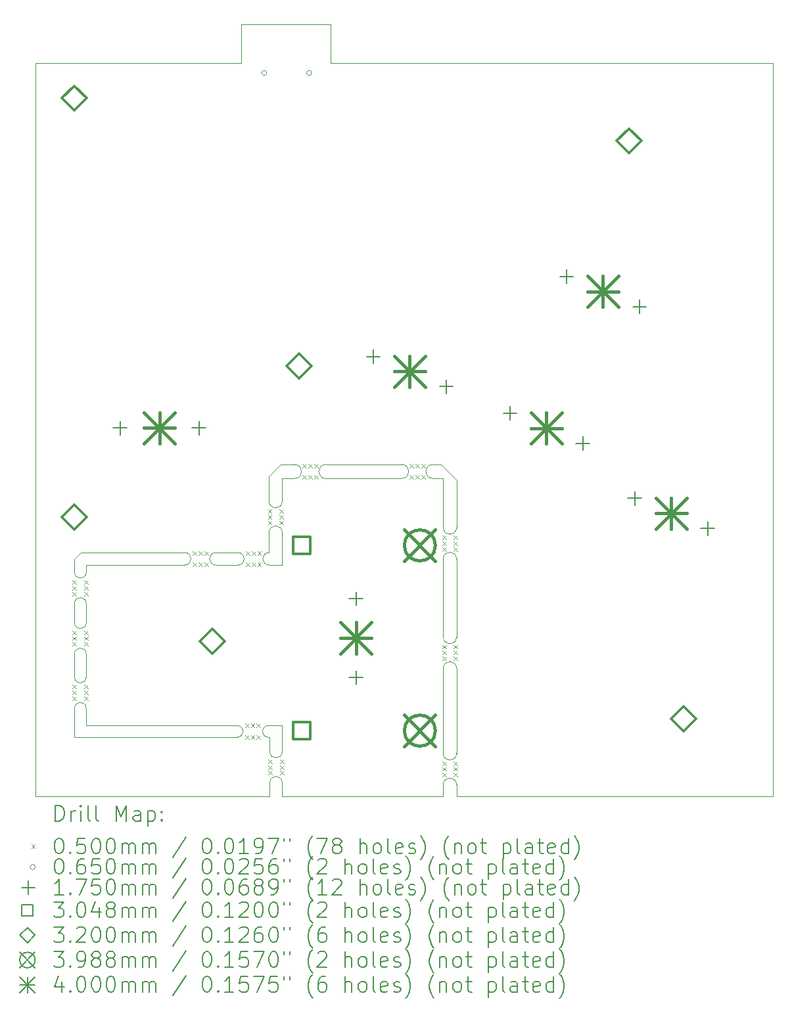
<source format=gbr>
%TF.GenerationSoftware,KiCad,Pcbnew,8.0.4*%
%TF.CreationDate,2024-07-24T16:44:54-07:00*%
%TF.ProjectId,panel_1,70616e65-6c5f-4312-9e6b-696361645f70,rev?*%
%TF.SameCoordinates,Original*%
%TF.FileFunction,Drillmap*%
%TF.FilePolarity,Positive*%
%FSLAX45Y45*%
G04 Gerber Fmt 4.5, Leading zero omitted, Abs format (unit mm)*
G04 Created by KiCad (PCBNEW 8.0.4) date 2024-07-24 16:44:54*
%MOMM*%
%LPD*%
G01*
G04 APERTURE LIST*
%ADD10C,0.050000*%
%ADD11C,0.200000*%
%ADD12C,0.100000*%
%ADD13C,0.175000*%
%ADD14C,0.304800*%
%ADD15C,0.320000*%
%ADD16C,0.398780*%
%ADD17C,0.400000*%
G04 APERTURE END LIST*
D10*
X4905000Y-10110000D02*
G75*
G02*
X5055000Y-10110000I75000J0D01*
G01*
X9520000Y-7850000D02*
G75*
G02*
X9520000Y-7670000I0J90000D01*
G01*
X7410000Y-8545000D02*
X7410000Y-8805000D01*
X7580000Y-11950000D02*
X9655000Y-11950000D01*
X9825000Y-11950000D02*
X13900000Y-11950000D01*
X4905000Y-10410000D02*
X4905000Y-10110000D01*
X7050000Y-2500000D02*
X4400000Y-2500000D01*
X7580000Y-11770000D02*
X7580000Y-11950000D01*
X7420000Y-11770000D02*
X7420000Y-11950000D01*
X5055000Y-10110000D02*
X5055000Y-10410000D01*
X9825000Y-9895000D02*
G75*
G02*
X9655000Y-9895000I-85000J0D01*
G01*
X7420000Y-11950000D02*
X4400000Y-11950000D01*
X5055000Y-9060000D02*
X5055000Y-8965000D01*
X9825000Y-11395000D02*
X9825000Y-10295000D01*
X9120000Y-7670000D02*
G75*
G02*
X9120000Y-7850000I0J-90000D01*
G01*
X13900000Y-2500000D02*
X8200000Y-2500000D01*
X6725000Y-8965000D02*
G75*
G02*
X6725000Y-8805000I0J80000D01*
G01*
X5055000Y-11035000D02*
X7000000Y-11035000D01*
X7560000Y-7670000D02*
X7410000Y-7820000D01*
X4905000Y-9060000D02*
X4905000Y-8890000D01*
X9825000Y-7870000D02*
X9625000Y-7670000D01*
X9825000Y-11795000D02*
X9825000Y-11950000D01*
X7580000Y-11370000D02*
G75*
G02*
X7420000Y-11370000I-80000J0D01*
G01*
X8140000Y-7850000D02*
G75*
G02*
X8140000Y-7670000I0J90000D01*
G01*
X7580000Y-11035000D02*
X7580000Y-11370000D01*
X9825000Y-9895000D02*
X9825000Y-8885000D01*
X7740000Y-7670000D02*
G75*
G02*
X7740000Y-7850000I0J-90000D01*
G01*
X9655000Y-7850000D02*
X9655000Y-8485000D01*
X9120000Y-7670000D02*
X8140000Y-7670000D01*
X7000000Y-11185000D02*
X4905000Y-11185000D01*
X9655000Y-11950000D02*
X9655000Y-11795000D01*
X5055000Y-9060000D02*
G75*
G02*
X4905000Y-9060000I-75000J0D01*
G01*
X7000000Y-11035000D02*
G75*
G02*
X7000000Y-11185000I0J-75000D01*
G01*
X9655000Y-7850000D02*
X9520000Y-7850000D01*
X7580000Y-8965000D02*
X7410000Y-8965000D01*
X4905000Y-9460000D02*
G75*
G02*
X5055000Y-9460000I75000J0D01*
G01*
X9655000Y-9895000D02*
X9655000Y-8885000D01*
X4400000Y-2500000D02*
X4400000Y-11950000D01*
X7010000Y-8805000D02*
G75*
G02*
X7010000Y-8965000I0J-80000D01*
G01*
X7740000Y-7670000D02*
X7560000Y-7670000D01*
X13900000Y-11950000D02*
X13900000Y-2500000D01*
X5055000Y-10810000D02*
X5055000Y-11035000D01*
X7420000Y-11185000D02*
X7400000Y-11185000D01*
X7580000Y-8145000D02*
X7580000Y-7850000D01*
X5055000Y-9460000D02*
X5055000Y-9710000D01*
X7410000Y-8145000D02*
X7410000Y-7820000D01*
X4905000Y-10810000D02*
G75*
G02*
X5055000Y-10810000I75000J0D01*
G01*
X7580000Y-7850000D02*
X7740000Y-7850000D01*
X7420000Y-11770000D02*
G75*
G02*
X7580000Y-11770000I80000J0D01*
G01*
X5055000Y-9710000D02*
G75*
G02*
X4905000Y-9710000I-75000J0D01*
G01*
X8200000Y-2500000D02*
X8200000Y-2000000D01*
X9625000Y-7670000D02*
X9520000Y-7670000D01*
X9120000Y-7850000D02*
X8140000Y-7850000D01*
X7400000Y-11035000D02*
X7580000Y-11035000D01*
X9825000Y-8485000D02*
G75*
G02*
X9655000Y-8485000I-85000J0D01*
G01*
X4905000Y-8890000D02*
X4990000Y-8805000D01*
X9655000Y-10295000D02*
G75*
G02*
X9825000Y-10295000I85000J0D01*
G01*
X9825000Y-8485000D02*
X9825000Y-7870000D01*
X7050000Y-2000000D02*
X7050000Y-2500000D01*
X4905000Y-10810000D02*
X4905000Y-11185000D01*
X7410000Y-8545000D02*
G75*
G02*
X7580000Y-8545000I85000J0D01*
G01*
X5055000Y-10410000D02*
G75*
G02*
X4905000Y-10410000I-75000J0D01*
G01*
X9825000Y-11395000D02*
G75*
G02*
X9655000Y-11395000I-85000J0D01*
G01*
X7010000Y-8965000D02*
X6725000Y-8965000D01*
X4905000Y-9710000D02*
X4905000Y-9460000D01*
X7410000Y-8965000D02*
G75*
G02*
X7410000Y-8805000I0J80000D01*
G01*
X6325000Y-8805000D02*
G75*
G02*
X6325000Y-8965000I0J-80000D01*
G01*
X7580000Y-8145000D02*
G75*
G02*
X7410000Y-8145000I-85000J0D01*
G01*
X9655000Y-11395000D02*
X9655000Y-10295000D01*
X9655000Y-8885000D02*
G75*
G02*
X9825000Y-8885000I85000J0D01*
G01*
X6725000Y-8805000D02*
X7010000Y-8805000D01*
X6325000Y-8805000D02*
X4990000Y-8805000D01*
X8200000Y-2000000D02*
X7050000Y-2000000D01*
X7400000Y-11185000D02*
G75*
G02*
X7400000Y-11035000I0J75000D01*
G01*
X9655000Y-11795000D02*
G75*
G02*
X9825000Y-11795000I85000J0D01*
G01*
X6325000Y-8965000D02*
X5055000Y-8965000D01*
X7420000Y-11370000D02*
X7420000Y-11185000D01*
X7580000Y-8545000D02*
X7580000Y-8965000D01*
D11*
D12*
X4880000Y-9160000D02*
X4930000Y-9210000D01*
X4930000Y-9160000D02*
X4880000Y-9210000D01*
X4880000Y-9235000D02*
X4930000Y-9285000D01*
X4930000Y-9235000D02*
X4880000Y-9285000D01*
X4880000Y-9310000D02*
X4930000Y-9360000D01*
X4930000Y-9310000D02*
X4880000Y-9360000D01*
X4880000Y-9810000D02*
X4930000Y-9860000D01*
X4930000Y-9810000D02*
X4880000Y-9860000D01*
X4880000Y-9885000D02*
X4930000Y-9935000D01*
X4930000Y-9885000D02*
X4880000Y-9935000D01*
X4880000Y-9960000D02*
X4930000Y-10010000D01*
X4930000Y-9960000D02*
X4880000Y-10010000D01*
X4880000Y-10510000D02*
X4930000Y-10560000D01*
X4930000Y-10510000D02*
X4880000Y-10560000D01*
X4880000Y-10585000D02*
X4930000Y-10635000D01*
X4930000Y-10585000D02*
X4880000Y-10635000D01*
X4880000Y-10660000D02*
X4930000Y-10710000D01*
X4930000Y-10660000D02*
X4880000Y-10710000D01*
X5030000Y-9160000D02*
X5080000Y-9210000D01*
X5080000Y-9160000D02*
X5030000Y-9210000D01*
X5030000Y-9235000D02*
X5080000Y-9285000D01*
X5080000Y-9235000D02*
X5030000Y-9285000D01*
X5030000Y-9310000D02*
X5080000Y-9360000D01*
X5080000Y-9310000D02*
X5030000Y-9360000D01*
X5030000Y-9810000D02*
X5080000Y-9860000D01*
X5080000Y-9810000D02*
X5030000Y-9860000D01*
X5030000Y-9885000D02*
X5080000Y-9935000D01*
X5080000Y-9885000D02*
X5030000Y-9935000D01*
X5030000Y-9960000D02*
X5080000Y-10010000D01*
X5080000Y-9960000D02*
X5030000Y-10010000D01*
X5030000Y-10510000D02*
X5080000Y-10560000D01*
X5080000Y-10510000D02*
X5030000Y-10560000D01*
X5030000Y-10585000D02*
X5080000Y-10635000D01*
X5080000Y-10585000D02*
X5030000Y-10635000D01*
X5030000Y-10660000D02*
X5080000Y-10710000D01*
X5080000Y-10660000D02*
X5030000Y-10710000D01*
X6425000Y-8785000D02*
X6475000Y-8835000D01*
X6475000Y-8785000D02*
X6425000Y-8835000D01*
X6425000Y-8935000D02*
X6475000Y-8985000D01*
X6475000Y-8935000D02*
X6425000Y-8985000D01*
X6500000Y-8785000D02*
X6550000Y-8835000D01*
X6550000Y-8785000D02*
X6500000Y-8835000D01*
X6500000Y-8935000D02*
X6550000Y-8985000D01*
X6550000Y-8935000D02*
X6500000Y-8985000D01*
X6575000Y-8785000D02*
X6625000Y-8835000D01*
X6625000Y-8785000D02*
X6575000Y-8835000D01*
X6575000Y-8935000D02*
X6625000Y-8985000D01*
X6625000Y-8935000D02*
X6575000Y-8985000D01*
X7100000Y-11010000D02*
X7150000Y-11060000D01*
X7150000Y-11010000D02*
X7100000Y-11060000D01*
X7100000Y-11160000D02*
X7150000Y-11210000D01*
X7150000Y-11160000D02*
X7100000Y-11210000D01*
X7110000Y-8785000D02*
X7160000Y-8835000D01*
X7160000Y-8785000D02*
X7110000Y-8835000D01*
X7110000Y-8935000D02*
X7160000Y-8985000D01*
X7160000Y-8935000D02*
X7110000Y-8985000D01*
X7175000Y-11010000D02*
X7225000Y-11060000D01*
X7225000Y-11010000D02*
X7175000Y-11060000D01*
X7175000Y-11160000D02*
X7225000Y-11210000D01*
X7225000Y-11160000D02*
X7175000Y-11210000D01*
X7185000Y-8785000D02*
X7235000Y-8835000D01*
X7235000Y-8785000D02*
X7185000Y-8835000D01*
X7185000Y-8935000D02*
X7235000Y-8985000D01*
X7235000Y-8935000D02*
X7185000Y-8985000D01*
X7250000Y-11010000D02*
X7300000Y-11060000D01*
X7300000Y-11010000D02*
X7250000Y-11060000D01*
X7250000Y-11160000D02*
X7300000Y-11210000D01*
X7300000Y-11160000D02*
X7250000Y-11210000D01*
X7260000Y-8785000D02*
X7310000Y-8835000D01*
X7310000Y-8785000D02*
X7260000Y-8835000D01*
X7260000Y-8935000D02*
X7310000Y-8985000D01*
X7310000Y-8935000D02*
X7260000Y-8985000D01*
X7395000Y-8245000D02*
X7445000Y-8295000D01*
X7445000Y-8245000D02*
X7395000Y-8295000D01*
X7395000Y-8320000D02*
X7445000Y-8370000D01*
X7445000Y-8320000D02*
X7395000Y-8370000D01*
X7395000Y-8395000D02*
X7445000Y-8445000D01*
X7445000Y-8395000D02*
X7395000Y-8445000D01*
X7400000Y-11470000D02*
X7450000Y-11520000D01*
X7450000Y-11470000D02*
X7400000Y-11520000D01*
X7400000Y-11545000D02*
X7450000Y-11595000D01*
X7450000Y-11545000D02*
X7400000Y-11595000D01*
X7400000Y-11620000D02*
X7450000Y-11670000D01*
X7450000Y-11620000D02*
X7400000Y-11670000D01*
X7545000Y-8245000D02*
X7595000Y-8295000D01*
X7595000Y-8245000D02*
X7545000Y-8295000D01*
X7545000Y-8320000D02*
X7595000Y-8370000D01*
X7595000Y-8320000D02*
X7545000Y-8370000D01*
X7545000Y-8395000D02*
X7595000Y-8445000D01*
X7595000Y-8395000D02*
X7545000Y-8445000D01*
X7550000Y-11470000D02*
X7600000Y-11520000D01*
X7600000Y-11470000D02*
X7550000Y-11520000D01*
X7550000Y-11545000D02*
X7600000Y-11595000D01*
X7600000Y-11545000D02*
X7550000Y-11595000D01*
X7550000Y-11620000D02*
X7600000Y-11670000D01*
X7600000Y-11620000D02*
X7550000Y-11670000D01*
X7840000Y-7660000D02*
X7890000Y-7710000D01*
X7890000Y-7660000D02*
X7840000Y-7710000D01*
X7840000Y-7810000D02*
X7890000Y-7860000D01*
X7890000Y-7810000D02*
X7840000Y-7860000D01*
X7915000Y-7660000D02*
X7965000Y-7710000D01*
X7965000Y-7660000D02*
X7915000Y-7710000D01*
X7915000Y-7810000D02*
X7965000Y-7860000D01*
X7965000Y-7810000D02*
X7915000Y-7860000D01*
X7990000Y-7660000D02*
X8040000Y-7710000D01*
X8040000Y-7660000D02*
X7990000Y-7710000D01*
X7990000Y-7810000D02*
X8040000Y-7860000D01*
X8040000Y-7810000D02*
X7990000Y-7860000D01*
X9220000Y-7660000D02*
X9270000Y-7710000D01*
X9270000Y-7660000D02*
X9220000Y-7710000D01*
X9220000Y-7810000D02*
X9270000Y-7860000D01*
X9270000Y-7810000D02*
X9220000Y-7860000D01*
X9295000Y-7660000D02*
X9345000Y-7710000D01*
X9345000Y-7660000D02*
X9295000Y-7710000D01*
X9295000Y-7810000D02*
X9345000Y-7860000D01*
X9345000Y-7810000D02*
X9295000Y-7860000D01*
X9370000Y-7660000D02*
X9420000Y-7710000D01*
X9420000Y-7660000D02*
X9370000Y-7710000D01*
X9370000Y-7810000D02*
X9420000Y-7860000D01*
X9420000Y-7810000D02*
X9370000Y-7860000D01*
X9640000Y-8585000D02*
X9690000Y-8635000D01*
X9690000Y-8585000D02*
X9640000Y-8635000D01*
X9640000Y-8660000D02*
X9690000Y-8710000D01*
X9690000Y-8660000D02*
X9640000Y-8710000D01*
X9640000Y-8735000D02*
X9690000Y-8785000D01*
X9690000Y-8735000D02*
X9640000Y-8785000D01*
X9640000Y-9995000D02*
X9690000Y-10045000D01*
X9690000Y-9995000D02*
X9640000Y-10045000D01*
X9640000Y-10070000D02*
X9690000Y-10120000D01*
X9690000Y-10070000D02*
X9640000Y-10120000D01*
X9640000Y-10145000D02*
X9690000Y-10195000D01*
X9690000Y-10145000D02*
X9640000Y-10195000D01*
X9640000Y-11495000D02*
X9690000Y-11545000D01*
X9690000Y-11495000D02*
X9640000Y-11545000D01*
X9640000Y-11570000D02*
X9690000Y-11620000D01*
X9690000Y-11570000D02*
X9640000Y-11620000D01*
X9640000Y-11645000D02*
X9690000Y-11695000D01*
X9690000Y-11645000D02*
X9640000Y-11695000D01*
X9790000Y-8585000D02*
X9840000Y-8635000D01*
X9840000Y-8585000D02*
X9790000Y-8635000D01*
X9790000Y-8660000D02*
X9840000Y-8710000D01*
X9840000Y-8660000D02*
X9790000Y-8710000D01*
X9790000Y-8735000D02*
X9840000Y-8785000D01*
X9840000Y-8735000D02*
X9790000Y-8785000D01*
X9790000Y-9995000D02*
X9840000Y-10045000D01*
X9840000Y-9995000D02*
X9790000Y-10045000D01*
X9790000Y-10070000D02*
X9840000Y-10120000D01*
X9840000Y-10070000D02*
X9790000Y-10120000D01*
X9790000Y-10145000D02*
X9840000Y-10195000D01*
X9840000Y-10145000D02*
X9790000Y-10195000D01*
X9790000Y-11495000D02*
X9840000Y-11545000D01*
X9840000Y-11495000D02*
X9790000Y-11545000D01*
X9790000Y-11570000D02*
X9840000Y-11620000D01*
X9840000Y-11570000D02*
X9790000Y-11620000D01*
X9790000Y-11645000D02*
X9840000Y-11695000D01*
X9840000Y-11645000D02*
X9790000Y-11695000D01*
X7382000Y-2624500D02*
G75*
G02*
X7317000Y-2624500I-32500J0D01*
G01*
X7317000Y-2624500D02*
G75*
G02*
X7382000Y-2624500I32500J0D01*
G01*
X7959000Y-2624500D02*
G75*
G02*
X7894000Y-2624500I-32500J0D01*
G01*
X7894000Y-2624500D02*
G75*
G02*
X7959000Y-2624500I32500J0D01*
G01*
D13*
X5492000Y-7111670D02*
X5492000Y-7286670D01*
X5404500Y-7199170D02*
X5579500Y-7199170D01*
X6508000Y-7111670D02*
X6508000Y-7286670D01*
X6420500Y-7199170D02*
X6595500Y-7199170D01*
X8531000Y-9310500D02*
X8531000Y-9485500D01*
X8443500Y-9398000D02*
X8618500Y-9398000D01*
X8531000Y-10326500D02*
X8531000Y-10501500D01*
X8443500Y-10414000D02*
X8618500Y-10414000D01*
X8754156Y-6190521D02*
X8754156Y-6365521D01*
X8666656Y-6278021D02*
X8841656Y-6278021D01*
X9692818Y-6579327D02*
X9692818Y-6754327D01*
X9605318Y-6666827D02*
X9780318Y-6666827D01*
X10514146Y-6919533D02*
X10514146Y-7094533D01*
X10426646Y-7007033D02*
X10601646Y-7007033D01*
X11243158Y-5159543D02*
X11243158Y-5334543D01*
X11155658Y-5247043D02*
X11330658Y-5247043D01*
X11452808Y-7308339D02*
X11452808Y-7483339D01*
X11365308Y-7395839D02*
X11540308Y-7395839D01*
X12121063Y-8018097D02*
X12121063Y-8193097D01*
X12033563Y-8105597D02*
X12208563Y-8105597D01*
X12181820Y-5548349D02*
X12181820Y-5723349D01*
X12094320Y-5635849D02*
X12269320Y-5635849D01*
X13059725Y-8406903D02*
X13059725Y-8581903D01*
X12972225Y-8494403D02*
X13147225Y-8494403D01*
D14*
X7940264Y-8819964D02*
X7940264Y-8604436D01*
X7724736Y-8604436D01*
X7724736Y-8819964D01*
X7940264Y-8819964D01*
X7940264Y-11207564D02*
X7940264Y-10992036D01*
X7724736Y-10992036D01*
X7724736Y-11207564D01*
X7940264Y-11207564D01*
D15*
X4900000Y-3110000D02*
X5060000Y-2950000D01*
X4900000Y-2790000D01*
X4740000Y-2950000D01*
X4900000Y-3110000D01*
X4900000Y-8510000D02*
X5060000Y-8350000D01*
X4900000Y-8190000D01*
X4740000Y-8350000D01*
X4900000Y-8510000D01*
X6680000Y-10110000D02*
X6840000Y-9950000D01*
X6680000Y-9790000D01*
X6520000Y-9950000D01*
X6680000Y-10110000D01*
X7800000Y-6560000D02*
X7960000Y-6400000D01*
X7800000Y-6240000D01*
X7640000Y-6400000D01*
X7800000Y-6560000D01*
X12050000Y-3660000D02*
X12210000Y-3500000D01*
X12050000Y-3340000D01*
X11890000Y-3500000D01*
X12050000Y-3660000D01*
X12750000Y-11110000D02*
X12910000Y-10950000D01*
X12750000Y-10790000D01*
X12590000Y-10950000D01*
X12750000Y-11110000D01*
D16*
X9154110Y-8512810D02*
X9552890Y-8911590D01*
X9552890Y-8512810D02*
X9154110Y-8911590D01*
X9552890Y-8712200D02*
G75*
G02*
X9154110Y-8712200I-199390J0D01*
G01*
X9154110Y-8712200D02*
G75*
G02*
X9552890Y-8712200I199390J0D01*
G01*
X9154110Y-10900410D02*
X9552890Y-11299190D01*
X9552890Y-10900410D02*
X9154110Y-11299190D01*
X9552890Y-11099800D02*
G75*
G02*
X9154110Y-11099800I-199390J0D01*
G01*
X9154110Y-11099800D02*
G75*
G02*
X9552890Y-11099800I199390J0D01*
G01*
D17*
X5800000Y-6999170D02*
X6200000Y-7399170D01*
X6200000Y-6999170D02*
X5800000Y-7399170D01*
X6000000Y-6999170D02*
X6000000Y-7399170D01*
X5800000Y-7199170D02*
X6200000Y-7199170D01*
X8331000Y-9706000D02*
X8731000Y-10106000D01*
X8731000Y-9706000D02*
X8331000Y-10106000D01*
X8531000Y-9706000D02*
X8531000Y-10106000D01*
X8331000Y-9906000D02*
X8731000Y-9906000D01*
X9023487Y-6272424D02*
X9423487Y-6672424D01*
X9423487Y-6272424D02*
X9023487Y-6672424D01*
X9223487Y-6272424D02*
X9223487Y-6672424D01*
X9023487Y-6472424D02*
X9423487Y-6472424D01*
X10783477Y-7001436D02*
X11183477Y-7401436D01*
X11183477Y-7001436D02*
X10783477Y-7401436D01*
X10983477Y-7001436D02*
X10983477Y-7401436D01*
X10783477Y-7201436D02*
X11183477Y-7201436D01*
X11512489Y-5241446D02*
X11912489Y-5641446D01*
X11912489Y-5241446D02*
X11512489Y-5641446D01*
X11712489Y-5241446D02*
X11712489Y-5641446D01*
X11512489Y-5441446D02*
X11912489Y-5441446D01*
X12390394Y-8100000D02*
X12790394Y-8500000D01*
X12790394Y-8100000D02*
X12390394Y-8500000D01*
X12590394Y-8100000D02*
X12590394Y-8500000D01*
X12390394Y-8300000D02*
X12790394Y-8300000D01*
D11*
X4658277Y-12263984D02*
X4658277Y-12063984D01*
X4658277Y-12063984D02*
X4705896Y-12063984D01*
X4705896Y-12063984D02*
X4734467Y-12073508D01*
X4734467Y-12073508D02*
X4753515Y-12092555D01*
X4753515Y-12092555D02*
X4763039Y-12111603D01*
X4763039Y-12111603D02*
X4772563Y-12149698D01*
X4772563Y-12149698D02*
X4772563Y-12178269D01*
X4772563Y-12178269D02*
X4763039Y-12216365D01*
X4763039Y-12216365D02*
X4753515Y-12235412D01*
X4753515Y-12235412D02*
X4734467Y-12254460D01*
X4734467Y-12254460D02*
X4705896Y-12263984D01*
X4705896Y-12263984D02*
X4658277Y-12263984D01*
X4858277Y-12263984D02*
X4858277Y-12130650D01*
X4858277Y-12168746D02*
X4867801Y-12149698D01*
X4867801Y-12149698D02*
X4877324Y-12140174D01*
X4877324Y-12140174D02*
X4896372Y-12130650D01*
X4896372Y-12130650D02*
X4915420Y-12130650D01*
X4982086Y-12263984D02*
X4982086Y-12130650D01*
X4982086Y-12063984D02*
X4972563Y-12073508D01*
X4972563Y-12073508D02*
X4982086Y-12083031D01*
X4982086Y-12083031D02*
X4991610Y-12073508D01*
X4991610Y-12073508D02*
X4982086Y-12063984D01*
X4982086Y-12063984D02*
X4982086Y-12083031D01*
X5105896Y-12263984D02*
X5086848Y-12254460D01*
X5086848Y-12254460D02*
X5077324Y-12235412D01*
X5077324Y-12235412D02*
X5077324Y-12063984D01*
X5210658Y-12263984D02*
X5191610Y-12254460D01*
X5191610Y-12254460D02*
X5182086Y-12235412D01*
X5182086Y-12235412D02*
X5182086Y-12063984D01*
X5439229Y-12263984D02*
X5439229Y-12063984D01*
X5439229Y-12063984D02*
X5505896Y-12206841D01*
X5505896Y-12206841D02*
X5572563Y-12063984D01*
X5572563Y-12063984D02*
X5572563Y-12263984D01*
X5753515Y-12263984D02*
X5753515Y-12159222D01*
X5753515Y-12159222D02*
X5743991Y-12140174D01*
X5743991Y-12140174D02*
X5724943Y-12130650D01*
X5724943Y-12130650D02*
X5686848Y-12130650D01*
X5686848Y-12130650D02*
X5667801Y-12140174D01*
X5753515Y-12254460D02*
X5734467Y-12263984D01*
X5734467Y-12263984D02*
X5686848Y-12263984D01*
X5686848Y-12263984D02*
X5667801Y-12254460D01*
X5667801Y-12254460D02*
X5658277Y-12235412D01*
X5658277Y-12235412D02*
X5658277Y-12216365D01*
X5658277Y-12216365D02*
X5667801Y-12197317D01*
X5667801Y-12197317D02*
X5686848Y-12187793D01*
X5686848Y-12187793D02*
X5734467Y-12187793D01*
X5734467Y-12187793D02*
X5753515Y-12178269D01*
X5848753Y-12130650D02*
X5848753Y-12330650D01*
X5848753Y-12140174D02*
X5867801Y-12130650D01*
X5867801Y-12130650D02*
X5905896Y-12130650D01*
X5905896Y-12130650D02*
X5924943Y-12140174D01*
X5924943Y-12140174D02*
X5934467Y-12149698D01*
X5934467Y-12149698D02*
X5943991Y-12168746D01*
X5943991Y-12168746D02*
X5943991Y-12225888D01*
X5943991Y-12225888D02*
X5934467Y-12244936D01*
X5934467Y-12244936D02*
X5924943Y-12254460D01*
X5924943Y-12254460D02*
X5905896Y-12263984D01*
X5905896Y-12263984D02*
X5867801Y-12263984D01*
X5867801Y-12263984D02*
X5848753Y-12254460D01*
X6029705Y-12244936D02*
X6039229Y-12254460D01*
X6039229Y-12254460D02*
X6029705Y-12263984D01*
X6029705Y-12263984D02*
X6020182Y-12254460D01*
X6020182Y-12254460D02*
X6029705Y-12244936D01*
X6029705Y-12244936D02*
X6029705Y-12263984D01*
X6029705Y-12140174D02*
X6039229Y-12149698D01*
X6039229Y-12149698D02*
X6029705Y-12159222D01*
X6029705Y-12159222D02*
X6020182Y-12149698D01*
X6020182Y-12149698D02*
X6029705Y-12140174D01*
X6029705Y-12140174D02*
X6029705Y-12159222D01*
D12*
X4347500Y-12567500D02*
X4397500Y-12617500D01*
X4397500Y-12567500D02*
X4347500Y-12617500D01*
D11*
X4696372Y-12483984D02*
X4715420Y-12483984D01*
X4715420Y-12483984D02*
X4734467Y-12493508D01*
X4734467Y-12493508D02*
X4743991Y-12503031D01*
X4743991Y-12503031D02*
X4753515Y-12522079D01*
X4753515Y-12522079D02*
X4763039Y-12560174D01*
X4763039Y-12560174D02*
X4763039Y-12607793D01*
X4763039Y-12607793D02*
X4753515Y-12645888D01*
X4753515Y-12645888D02*
X4743991Y-12664936D01*
X4743991Y-12664936D02*
X4734467Y-12674460D01*
X4734467Y-12674460D02*
X4715420Y-12683984D01*
X4715420Y-12683984D02*
X4696372Y-12683984D01*
X4696372Y-12683984D02*
X4677324Y-12674460D01*
X4677324Y-12674460D02*
X4667801Y-12664936D01*
X4667801Y-12664936D02*
X4658277Y-12645888D01*
X4658277Y-12645888D02*
X4648753Y-12607793D01*
X4648753Y-12607793D02*
X4648753Y-12560174D01*
X4648753Y-12560174D02*
X4658277Y-12522079D01*
X4658277Y-12522079D02*
X4667801Y-12503031D01*
X4667801Y-12503031D02*
X4677324Y-12493508D01*
X4677324Y-12493508D02*
X4696372Y-12483984D01*
X4848753Y-12664936D02*
X4858277Y-12674460D01*
X4858277Y-12674460D02*
X4848753Y-12683984D01*
X4848753Y-12683984D02*
X4839229Y-12674460D01*
X4839229Y-12674460D02*
X4848753Y-12664936D01*
X4848753Y-12664936D02*
X4848753Y-12683984D01*
X5039229Y-12483984D02*
X4943991Y-12483984D01*
X4943991Y-12483984D02*
X4934467Y-12579222D01*
X4934467Y-12579222D02*
X4943991Y-12569698D01*
X4943991Y-12569698D02*
X4963039Y-12560174D01*
X4963039Y-12560174D02*
X5010658Y-12560174D01*
X5010658Y-12560174D02*
X5029705Y-12569698D01*
X5029705Y-12569698D02*
X5039229Y-12579222D01*
X5039229Y-12579222D02*
X5048753Y-12598269D01*
X5048753Y-12598269D02*
X5048753Y-12645888D01*
X5048753Y-12645888D02*
X5039229Y-12664936D01*
X5039229Y-12664936D02*
X5029705Y-12674460D01*
X5029705Y-12674460D02*
X5010658Y-12683984D01*
X5010658Y-12683984D02*
X4963039Y-12683984D01*
X4963039Y-12683984D02*
X4943991Y-12674460D01*
X4943991Y-12674460D02*
X4934467Y-12664936D01*
X5172563Y-12483984D02*
X5191610Y-12483984D01*
X5191610Y-12483984D02*
X5210658Y-12493508D01*
X5210658Y-12493508D02*
X5220182Y-12503031D01*
X5220182Y-12503031D02*
X5229705Y-12522079D01*
X5229705Y-12522079D02*
X5239229Y-12560174D01*
X5239229Y-12560174D02*
X5239229Y-12607793D01*
X5239229Y-12607793D02*
X5229705Y-12645888D01*
X5229705Y-12645888D02*
X5220182Y-12664936D01*
X5220182Y-12664936D02*
X5210658Y-12674460D01*
X5210658Y-12674460D02*
X5191610Y-12683984D01*
X5191610Y-12683984D02*
X5172563Y-12683984D01*
X5172563Y-12683984D02*
X5153515Y-12674460D01*
X5153515Y-12674460D02*
X5143991Y-12664936D01*
X5143991Y-12664936D02*
X5134467Y-12645888D01*
X5134467Y-12645888D02*
X5124944Y-12607793D01*
X5124944Y-12607793D02*
X5124944Y-12560174D01*
X5124944Y-12560174D02*
X5134467Y-12522079D01*
X5134467Y-12522079D02*
X5143991Y-12503031D01*
X5143991Y-12503031D02*
X5153515Y-12493508D01*
X5153515Y-12493508D02*
X5172563Y-12483984D01*
X5363039Y-12483984D02*
X5382086Y-12483984D01*
X5382086Y-12483984D02*
X5401134Y-12493508D01*
X5401134Y-12493508D02*
X5410658Y-12503031D01*
X5410658Y-12503031D02*
X5420182Y-12522079D01*
X5420182Y-12522079D02*
X5429705Y-12560174D01*
X5429705Y-12560174D02*
X5429705Y-12607793D01*
X5429705Y-12607793D02*
X5420182Y-12645888D01*
X5420182Y-12645888D02*
X5410658Y-12664936D01*
X5410658Y-12664936D02*
X5401134Y-12674460D01*
X5401134Y-12674460D02*
X5382086Y-12683984D01*
X5382086Y-12683984D02*
X5363039Y-12683984D01*
X5363039Y-12683984D02*
X5343991Y-12674460D01*
X5343991Y-12674460D02*
X5334467Y-12664936D01*
X5334467Y-12664936D02*
X5324944Y-12645888D01*
X5324944Y-12645888D02*
X5315420Y-12607793D01*
X5315420Y-12607793D02*
X5315420Y-12560174D01*
X5315420Y-12560174D02*
X5324944Y-12522079D01*
X5324944Y-12522079D02*
X5334467Y-12503031D01*
X5334467Y-12503031D02*
X5343991Y-12493508D01*
X5343991Y-12493508D02*
X5363039Y-12483984D01*
X5515420Y-12683984D02*
X5515420Y-12550650D01*
X5515420Y-12569698D02*
X5524944Y-12560174D01*
X5524944Y-12560174D02*
X5543991Y-12550650D01*
X5543991Y-12550650D02*
X5572563Y-12550650D01*
X5572563Y-12550650D02*
X5591610Y-12560174D01*
X5591610Y-12560174D02*
X5601134Y-12579222D01*
X5601134Y-12579222D02*
X5601134Y-12683984D01*
X5601134Y-12579222D02*
X5610658Y-12560174D01*
X5610658Y-12560174D02*
X5629705Y-12550650D01*
X5629705Y-12550650D02*
X5658277Y-12550650D01*
X5658277Y-12550650D02*
X5677324Y-12560174D01*
X5677324Y-12560174D02*
X5686848Y-12579222D01*
X5686848Y-12579222D02*
X5686848Y-12683984D01*
X5782086Y-12683984D02*
X5782086Y-12550650D01*
X5782086Y-12569698D02*
X5791610Y-12560174D01*
X5791610Y-12560174D02*
X5810658Y-12550650D01*
X5810658Y-12550650D02*
X5839229Y-12550650D01*
X5839229Y-12550650D02*
X5858277Y-12560174D01*
X5858277Y-12560174D02*
X5867801Y-12579222D01*
X5867801Y-12579222D02*
X5867801Y-12683984D01*
X5867801Y-12579222D02*
X5877324Y-12560174D01*
X5877324Y-12560174D02*
X5896372Y-12550650D01*
X5896372Y-12550650D02*
X5924943Y-12550650D01*
X5924943Y-12550650D02*
X5943991Y-12560174D01*
X5943991Y-12560174D02*
X5953515Y-12579222D01*
X5953515Y-12579222D02*
X5953515Y-12683984D01*
X6343991Y-12474460D02*
X6172563Y-12731603D01*
X6601134Y-12483984D02*
X6620182Y-12483984D01*
X6620182Y-12483984D02*
X6639229Y-12493508D01*
X6639229Y-12493508D02*
X6648753Y-12503031D01*
X6648753Y-12503031D02*
X6658277Y-12522079D01*
X6658277Y-12522079D02*
X6667801Y-12560174D01*
X6667801Y-12560174D02*
X6667801Y-12607793D01*
X6667801Y-12607793D02*
X6658277Y-12645888D01*
X6658277Y-12645888D02*
X6648753Y-12664936D01*
X6648753Y-12664936D02*
X6639229Y-12674460D01*
X6639229Y-12674460D02*
X6620182Y-12683984D01*
X6620182Y-12683984D02*
X6601134Y-12683984D01*
X6601134Y-12683984D02*
X6582086Y-12674460D01*
X6582086Y-12674460D02*
X6572563Y-12664936D01*
X6572563Y-12664936D02*
X6563039Y-12645888D01*
X6563039Y-12645888D02*
X6553515Y-12607793D01*
X6553515Y-12607793D02*
X6553515Y-12560174D01*
X6553515Y-12560174D02*
X6563039Y-12522079D01*
X6563039Y-12522079D02*
X6572563Y-12503031D01*
X6572563Y-12503031D02*
X6582086Y-12493508D01*
X6582086Y-12493508D02*
X6601134Y-12483984D01*
X6753515Y-12664936D02*
X6763039Y-12674460D01*
X6763039Y-12674460D02*
X6753515Y-12683984D01*
X6753515Y-12683984D02*
X6743991Y-12674460D01*
X6743991Y-12674460D02*
X6753515Y-12664936D01*
X6753515Y-12664936D02*
X6753515Y-12683984D01*
X6886848Y-12483984D02*
X6905896Y-12483984D01*
X6905896Y-12483984D02*
X6924944Y-12493508D01*
X6924944Y-12493508D02*
X6934467Y-12503031D01*
X6934467Y-12503031D02*
X6943991Y-12522079D01*
X6943991Y-12522079D02*
X6953515Y-12560174D01*
X6953515Y-12560174D02*
X6953515Y-12607793D01*
X6953515Y-12607793D02*
X6943991Y-12645888D01*
X6943991Y-12645888D02*
X6934467Y-12664936D01*
X6934467Y-12664936D02*
X6924944Y-12674460D01*
X6924944Y-12674460D02*
X6905896Y-12683984D01*
X6905896Y-12683984D02*
X6886848Y-12683984D01*
X6886848Y-12683984D02*
X6867801Y-12674460D01*
X6867801Y-12674460D02*
X6858277Y-12664936D01*
X6858277Y-12664936D02*
X6848753Y-12645888D01*
X6848753Y-12645888D02*
X6839229Y-12607793D01*
X6839229Y-12607793D02*
X6839229Y-12560174D01*
X6839229Y-12560174D02*
X6848753Y-12522079D01*
X6848753Y-12522079D02*
X6858277Y-12503031D01*
X6858277Y-12503031D02*
X6867801Y-12493508D01*
X6867801Y-12493508D02*
X6886848Y-12483984D01*
X7143991Y-12683984D02*
X7029706Y-12683984D01*
X7086848Y-12683984D02*
X7086848Y-12483984D01*
X7086848Y-12483984D02*
X7067801Y-12512555D01*
X7067801Y-12512555D02*
X7048753Y-12531603D01*
X7048753Y-12531603D02*
X7029706Y-12541127D01*
X7239229Y-12683984D02*
X7277325Y-12683984D01*
X7277325Y-12683984D02*
X7296372Y-12674460D01*
X7296372Y-12674460D02*
X7305896Y-12664936D01*
X7305896Y-12664936D02*
X7324944Y-12636365D01*
X7324944Y-12636365D02*
X7334467Y-12598269D01*
X7334467Y-12598269D02*
X7334467Y-12522079D01*
X7334467Y-12522079D02*
X7324944Y-12503031D01*
X7324944Y-12503031D02*
X7315420Y-12493508D01*
X7315420Y-12493508D02*
X7296372Y-12483984D01*
X7296372Y-12483984D02*
X7258277Y-12483984D01*
X7258277Y-12483984D02*
X7239229Y-12493508D01*
X7239229Y-12493508D02*
X7229706Y-12503031D01*
X7229706Y-12503031D02*
X7220182Y-12522079D01*
X7220182Y-12522079D02*
X7220182Y-12569698D01*
X7220182Y-12569698D02*
X7229706Y-12588746D01*
X7229706Y-12588746D02*
X7239229Y-12598269D01*
X7239229Y-12598269D02*
X7258277Y-12607793D01*
X7258277Y-12607793D02*
X7296372Y-12607793D01*
X7296372Y-12607793D02*
X7315420Y-12598269D01*
X7315420Y-12598269D02*
X7324944Y-12588746D01*
X7324944Y-12588746D02*
X7334467Y-12569698D01*
X7401134Y-12483984D02*
X7534467Y-12483984D01*
X7534467Y-12483984D02*
X7448753Y-12683984D01*
X7601134Y-12483984D02*
X7601134Y-12522079D01*
X7677325Y-12483984D02*
X7677325Y-12522079D01*
X7972563Y-12760174D02*
X7963039Y-12750650D01*
X7963039Y-12750650D02*
X7943991Y-12722079D01*
X7943991Y-12722079D02*
X7934468Y-12703031D01*
X7934468Y-12703031D02*
X7924944Y-12674460D01*
X7924944Y-12674460D02*
X7915420Y-12626841D01*
X7915420Y-12626841D02*
X7915420Y-12588746D01*
X7915420Y-12588746D02*
X7924944Y-12541127D01*
X7924944Y-12541127D02*
X7934468Y-12512555D01*
X7934468Y-12512555D02*
X7943991Y-12493508D01*
X7943991Y-12493508D02*
X7963039Y-12464936D01*
X7963039Y-12464936D02*
X7972563Y-12455412D01*
X8029706Y-12483984D02*
X8163039Y-12483984D01*
X8163039Y-12483984D02*
X8077325Y-12683984D01*
X8267801Y-12569698D02*
X8248753Y-12560174D01*
X8248753Y-12560174D02*
X8239229Y-12550650D01*
X8239229Y-12550650D02*
X8229706Y-12531603D01*
X8229706Y-12531603D02*
X8229706Y-12522079D01*
X8229706Y-12522079D02*
X8239229Y-12503031D01*
X8239229Y-12503031D02*
X8248753Y-12493508D01*
X8248753Y-12493508D02*
X8267801Y-12483984D01*
X8267801Y-12483984D02*
X8305896Y-12483984D01*
X8305896Y-12483984D02*
X8324944Y-12493508D01*
X8324944Y-12493508D02*
X8334468Y-12503031D01*
X8334468Y-12503031D02*
X8343991Y-12522079D01*
X8343991Y-12522079D02*
X8343991Y-12531603D01*
X8343991Y-12531603D02*
X8334468Y-12550650D01*
X8334468Y-12550650D02*
X8324944Y-12560174D01*
X8324944Y-12560174D02*
X8305896Y-12569698D01*
X8305896Y-12569698D02*
X8267801Y-12569698D01*
X8267801Y-12569698D02*
X8248753Y-12579222D01*
X8248753Y-12579222D02*
X8239229Y-12588746D01*
X8239229Y-12588746D02*
X8229706Y-12607793D01*
X8229706Y-12607793D02*
X8229706Y-12645888D01*
X8229706Y-12645888D02*
X8239229Y-12664936D01*
X8239229Y-12664936D02*
X8248753Y-12674460D01*
X8248753Y-12674460D02*
X8267801Y-12683984D01*
X8267801Y-12683984D02*
X8305896Y-12683984D01*
X8305896Y-12683984D02*
X8324944Y-12674460D01*
X8324944Y-12674460D02*
X8334468Y-12664936D01*
X8334468Y-12664936D02*
X8343991Y-12645888D01*
X8343991Y-12645888D02*
X8343991Y-12607793D01*
X8343991Y-12607793D02*
X8334468Y-12588746D01*
X8334468Y-12588746D02*
X8324944Y-12579222D01*
X8324944Y-12579222D02*
X8305896Y-12569698D01*
X8582087Y-12683984D02*
X8582087Y-12483984D01*
X8667801Y-12683984D02*
X8667801Y-12579222D01*
X8667801Y-12579222D02*
X8658277Y-12560174D01*
X8658277Y-12560174D02*
X8639230Y-12550650D01*
X8639230Y-12550650D02*
X8610658Y-12550650D01*
X8610658Y-12550650D02*
X8591611Y-12560174D01*
X8591611Y-12560174D02*
X8582087Y-12569698D01*
X8791611Y-12683984D02*
X8772563Y-12674460D01*
X8772563Y-12674460D02*
X8763039Y-12664936D01*
X8763039Y-12664936D02*
X8753515Y-12645888D01*
X8753515Y-12645888D02*
X8753515Y-12588746D01*
X8753515Y-12588746D02*
X8763039Y-12569698D01*
X8763039Y-12569698D02*
X8772563Y-12560174D01*
X8772563Y-12560174D02*
X8791611Y-12550650D01*
X8791611Y-12550650D02*
X8820182Y-12550650D01*
X8820182Y-12550650D02*
X8839230Y-12560174D01*
X8839230Y-12560174D02*
X8848753Y-12569698D01*
X8848753Y-12569698D02*
X8858277Y-12588746D01*
X8858277Y-12588746D02*
X8858277Y-12645888D01*
X8858277Y-12645888D02*
X8848753Y-12664936D01*
X8848753Y-12664936D02*
X8839230Y-12674460D01*
X8839230Y-12674460D02*
X8820182Y-12683984D01*
X8820182Y-12683984D02*
X8791611Y-12683984D01*
X8972563Y-12683984D02*
X8953515Y-12674460D01*
X8953515Y-12674460D02*
X8943992Y-12655412D01*
X8943992Y-12655412D02*
X8943992Y-12483984D01*
X9124944Y-12674460D02*
X9105896Y-12683984D01*
X9105896Y-12683984D02*
X9067801Y-12683984D01*
X9067801Y-12683984D02*
X9048753Y-12674460D01*
X9048753Y-12674460D02*
X9039230Y-12655412D01*
X9039230Y-12655412D02*
X9039230Y-12579222D01*
X9039230Y-12579222D02*
X9048753Y-12560174D01*
X9048753Y-12560174D02*
X9067801Y-12550650D01*
X9067801Y-12550650D02*
X9105896Y-12550650D01*
X9105896Y-12550650D02*
X9124944Y-12560174D01*
X9124944Y-12560174D02*
X9134468Y-12579222D01*
X9134468Y-12579222D02*
X9134468Y-12598269D01*
X9134468Y-12598269D02*
X9039230Y-12617317D01*
X9210658Y-12674460D02*
X9229706Y-12683984D01*
X9229706Y-12683984D02*
X9267801Y-12683984D01*
X9267801Y-12683984D02*
X9286849Y-12674460D01*
X9286849Y-12674460D02*
X9296373Y-12655412D01*
X9296373Y-12655412D02*
X9296373Y-12645888D01*
X9296373Y-12645888D02*
X9286849Y-12626841D01*
X9286849Y-12626841D02*
X9267801Y-12617317D01*
X9267801Y-12617317D02*
X9239230Y-12617317D01*
X9239230Y-12617317D02*
X9220182Y-12607793D01*
X9220182Y-12607793D02*
X9210658Y-12588746D01*
X9210658Y-12588746D02*
X9210658Y-12579222D01*
X9210658Y-12579222D02*
X9220182Y-12560174D01*
X9220182Y-12560174D02*
X9239230Y-12550650D01*
X9239230Y-12550650D02*
X9267801Y-12550650D01*
X9267801Y-12550650D02*
X9286849Y-12560174D01*
X9363039Y-12760174D02*
X9372563Y-12750650D01*
X9372563Y-12750650D02*
X9391611Y-12722079D01*
X9391611Y-12722079D02*
X9401134Y-12703031D01*
X9401134Y-12703031D02*
X9410658Y-12674460D01*
X9410658Y-12674460D02*
X9420182Y-12626841D01*
X9420182Y-12626841D02*
X9420182Y-12588746D01*
X9420182Y-12588746D02*
X9410658Y-12541127D01*
X9410658Y-12541127D02*
X9401134Y-12512555D01*
X9401134Y-12512555D02*
X9391611Y-12493508D01*
X9391611Y-12493508D02*
X9372563Y-12464936D01*
X9372563Y-12464936D02*
X9363039Y-12455412D01*
X9724944Y-12760174D02*
X9715420Y-12750650D01*
X9715420Y-12750650D02*
X9696373Y-12722079D01*
X9696373Y-12722079D02*
X9686849Y-12703031D01*
X9686849Y-12703031D02*
X9677325Y-12674460D01*
X9677325Y-12674460D02*
X9667801Y-12626841D01*
X9667801Y-12626841D02*
X9667801Y-12588746D01*
X9667801Y-12588746D02*
X9677325Y-12541127D01*
X9677325Y-12541127D02*
X9686849Y-12512555D01*
X9686849Y-12512555D02*
X9696373Y-12493508D01*
X9696373Y-12493508D02*
X9715420Y-12464936D01*
X9715420Y-12464936D02*
X9724944Y-12455412D01*
X9801134Y-12550650D02*
X9801134Y-12683984D01*
X9801134Y-12569698D02*
X9810658Y-12560174D01*
X9810658Y-12560174D02*
X9829706Y-12550650D01*
X9829706Y-12550650D02*
X9858277Y-12550650D01*
X9858277Y-12550650D02*
X9877325Y-12560174D01*
X9877325Y-12560174D02*
X9886849Y-12579222D01*
X9886849Y-12579222D02*
X9886849Y-12683984D01*
X10010658Y-12683984D02*
X9991611Y-12674460D01*
X9991611Y-12674460D02*
X9982087Y-12664936D01*
X9982087Y-12664936D02*
X9972563Y-12645888D01*
X9972563Y-12645888D02*
X9972563Y-12588746D01*
X9972563Y-12588746D02*
X9982087Y-12569698D01*
X9982087Y-12569698D02*
X9991611Y-12560174D01*
X9991611Y-12560174D02*
X10010658Y-12550650D01*
X10010658Y-12550650D02*
X10039230Y-12550650D01*
X10039230Y-12550650D02*
X10058277Y-12560174D01*
X10058277Y-12560174D02*
X10067801Y-12569698D01*
X10067801Y-12569698D02*
X10077325Y-12588746D01*
X10077325Y-12588746D02*
X10077325Y-12645888D01*
X10077325Y-12645888D02*
X10067801Y-12664936D01*
X10067801Y-12664936D02*
X10058277Y-12674460D01*
X10058277Y-12674460D02*
X10039230Y-12683984D01*
X10039230Y-12683984D02*
X10010658Y-12683984D01*
X10134468Y-12550650D02*
X10210658Y-12550650D01*
X10163039Y-12483984D02*
X10163039Y-12655412D01*
X10163039Y-12655412D02*
X10172563Y-12674460D01*
X10172563Y-12674460D02*
X10191611Y-12683984D01*
X10191611Y-12683984D02*
X10210658Y-12683984D01*
X10429706Y-12550650D02*
X10429706Y-12750650D01*
X10429706Y-12560174D02*
X10448754Y-12550650D01*
X10448754Y-12550650D02*
X10486849Y-12550650D01*
X10486849Y-12550650D02*
X10505896Y-12560174D01*
X10505896Y-12560174D02*
X10515420Y-12569698D01*
X10515420Y-12569698D02*
X10524944Y-12588746D01*
X10524944Y-12588746D02*
X10524944Y-12645888D01*
X10524944Y-12645888D02*
X10515420Y-12664936D01*
X10515420Y-12664936D02*
X10505896Y-12674460D01*
X10505896Y-12674460D02*
X10486849Y-12683984D01*
X10486849Y-12683984D02*
X10448754Y-12683984D01*
X10448754Y-12683984D02*
X10429706Y-12674460D01*
X10639230Y-12683984D02*
X10620182Y-12674460D01*
X10620182Y-12674460D02*
X10610658Y-12655412D01*
X10610658Y-12655412D02*
X10610658Y-12483984D01*
X10801135Y-12683984D02*
X10801135Y-12579222D01*
X10801135Y-12579222D02*
X10791611Y-12560174D01*
X10791611Y-12560174D02*
X10772563Y-12550650D01*
X10772563Y-12550650D02*
X10734468Y-12550650D01*
X10734468Y-12550650D02*
X10715420Y-12560174D01*
X10801135Y-12674460D02*
X10782087Y-12683984D01*
X10782087Y-12683984D02*
X10734468Y-12683984D01*
X10734468Y-12683984D02*
X10715420Y-12674460D01*
X10715420Y-12674460D02*
X10705896Y-12655412D01*
X10705896Y-12655412D02*
X10705896Y-12636365D01*
X10705896Y-12636365D02*
X10715420Y-12617317D01*
X10715420Y-12617317D02*
X10734468Y-12607793D01*
X10734468Y-12607793D02*
X10782087Y-12607793D01*
X10782087Y-12607793D02*
X10801135Y-12598269D01*
X10867801Y-12550650D02*
X10943992Y-12550650D01*
X10896373Y-12483984D02*
X10896373Y-12655412D01*
X10896373Y-12655412D02*
X10905896Y-12674460D01*
X10905896Y-12674460D02*
X10924944Y-12683984D01*
X10924944Y-12683984D02*
X10943992Y-12683984D01*
X11086849Y-12674460D02*
X11067801Y-12683984D01*
X11067801Y-12683984D02*
X11029706Y-12683984D01*
X11029706Y-12683984D02*
X11010658Y-12674460D01*
X11010658Y-12674460D02*
X11001135Y-12655412D01*
X11001135Y-12655412D02*
X11001135Y-12579222D01*
X11001135Y-12579222D02*
X11010658Y-12560174D01*
X11010658Y-12560174D02*
X11029706Y-12550650D01*
X11029706Y-12550650D02*
X11067801Y-12550650D01*
X11067801Y-12550650D02*
X11086849Y-12560174D01*
X11086849Y-12560174D02*
X11096373Y-12579222D01*
X11096373Y-12579222D02*
X11096373Y-12598269D01*
X11096373Y-12598269D02*
X11001135Y-12617317D01*
X11267801Y-12683984D02*
X11267801Y-12483984D01*
X11267801Y-12674460D02*
X11248754Y-12683984D01*
X11248754Y-12683984D02*
X11210658Y-12683984D01*
X11210658Y-12683984D02*
X11191611Y-12674460D01*
X11191611Y-12674460D02*
X11182087Y-12664936D01*
X11182087Y-12664936D02*
X11172563Y-12645888D01*
X11172563Y-12645888D02*
X11172563Y-12588746D01*
X11172563Y-12588746D02*
X11182087Y-12569698D01*
X11182087Y-12569698D02*
X11191611Y-12560174D01*
X11191611Y-12560174D02*
X11210658Y-12550650D01*
X11210658Y-12550650D02*
X11248754Y-12550650D01*
X11248754Y-12550650D02*
X11267801Y-12560174D01*
X11343992Y-12760174D02*
X11353515Y-12750650D01*
X11353515Y-12750650D02*
X11372563Y-12722079D01*
X11372563Y-12722079D02*
X11382087Y-12703031D01*
X11382087Y-12703031D02*
X11391611Y-12674460D01*
X11391611Y-12674460D02*
X11401134Y-12626841D01*
X11401134Y-12626841D02*
X11401134Y-12588746D01*
X11401134Y-12588746D02*
X11391611Y-12541127D01*
X11391611Y-12541127D02*
X11382087Y-12512555D01*
X11382087Y-12512555D02*
X11372563Y-12493508D01*
X11372563Y-12493508D02*
X11353515Y-12464936D01*
X11353515Y-12464936D02*
X11343992Y-12455412D01*
D12*
X4397500Y-12856500D02*
G75*
G02*
X4332500Y-12856500I-32500J0D01*
G01*
X4332500Y-12856500D02*
G75*
G02*
X4397500Y-12856500I32500J0D01*
G01*
D11*
X4696372Y-12747984D02*
X4715420Y-12747984D01*
X4715420Y-12747984D02*
X4734467Y-12757508D01*
X4734467Y-12757508D02*
X4743991Y-12767031D01*
X4743991Y-12767031D02*
X4753515Y-12786079D01*
X4753515Y-12786079D02*
X4763039Y-12824174D01*
X4763039Y-12824174D02*
X4763039Y-12871793D01*
X4763039Y-12871793D02*
X4753515Y-12909888D01*
X4753515Y-12909888D02*
X4743991Y-12928936D01*
X4743991Y-12928936D02*
X4734467Y-12938460D01*
X4734467Y-12938460D02*
X4715420Y-12947984D01*
X4715420Y-12947984D02*
X4696372Y-12947984D01*
X4696372Y-12947984D02*
X4677324Y-12938460D01*
X4677324Y-12938460D02*
X4667801Y-12928936D01*
X4667801Y-12928936D02*
X4658277Y-12909888D01*
X4658277Y-12909888D02*
X4648753Y-12871793D01*
X4648753Y-12871793D02*
X4648753Y-12824174D01*
X4648753Y-12824174D02*
X4658277Y-12786079D01*
X4658277Y-12786079D02*
X4667801Y-12767031D01*
X4667801Y-12767031D02*
X4677324Y-12757508D01*
X4677324Y-12757508D02*
X4696372Y-12747984D01*
X4848753Y-12928936D02*
X4858277Y-12938460D01*
X4858277Y-12938460D02*
X4848753Y-12947984D01*
X4848753Y-12947984D02*
X4839229Y-12938460D01*
X4839229Y-12938460D02*
X4848753Y-12928936D01*
X4848753Y-12928936D02*
X4848753Y-12947984D01*
X5029705Y-12747984D02*
X4991610Y-12747984D01*
X4991610Y-12747984D02*
X4972563Y-12757508D01*
X4972563Y-12757508D02*
X4963039Y-12767031D01*
X4963039Y-12767031D02*
X4943991Y-12795603D01*
X4943991Y-12795603D02*
X4934467Y-12833698D01*
X4934467Y-12833698D02*
X4934467Y-12909888D01*
X4934467Y-12909888D02*
X4943991Y-12928936D01*
X4943991Y-12928936D02*
X4953515Y-12938460D01*
X4953515Y-12938460D02*
X4972563Y-12947984D01*
X4972563Y-12947984D02*
X5010658Y-12947984D01*
X5010658Y-12947984D02*
X5029705Y-12938460D01*
X5029705Y-12938460D02*
X5039229Y-12928936D01*
X5039229Y-12928936D02*
X5048753Y-12909888D01*
X5048753Y-12909888D02*
X5048753Y-12862269D01*
X5048753Y-12862269D02*
X5039229Y-12843222D01*
X5039229Y-12843222D02*
X5029705Y-12833698D01*
X5029705Y-12833698D02*
X5010658Y-12824174D01*
X5010658Y-12824174D02*
X4972563Y-12824174D01*
X4972563Y-12824174D02*
X4953515Y-12833698D01*
X4953515Y-12833698D02*
X4943991Y-12843222D01*
X4943991Y-12843222D02*
X4934467Y-12862269D01*
X5229705Y-12747984D02*
X5134467Y-12747984D01*
X5134467Y-12747984D02*
X5124944Y-12843222D01*
X5124944Y-12843222D02*
X5134467Y-12833698D01*
X5134467Y-12833698D02*
X5153515Y-12824174D01*
X5153515Y-12824174D02*
X5201134Y-12824174D01*
X5201134Y-12824174D02*
X5220182Y-12833698D01*
X5220182Y-12833698D02*
X5229705Y-12843222D01*
X5229705Y-12843222D02*
X5239229Y-12862269D01*
X5239229Y-12862269D02*
X5239229Y-12909888D01*
X5239229Y-12909888D02*
X5229705Y-12928936D01*
X5229705Y-12928936D02*
X5220182Y-12938460D01*
X5220182Y-12938460D02*
X5201134Y-12947984D01*
X5201134Y-12947984D02*
X5153515Y-12947984D01*
X5153515Y-12947984D02*
X5134467Y-12938460D01*
X5134467Y-12938460D02*
X5124944Y-12928936D01*
X5363039Y-12747984D02*
X5382086Y-12747984D01*
X5382086Y-12747984D02*
X5401134Y-12757508D01*
X5401134Y-12757508D02*
X5410658Y-12767031D01*
X5410658Y-12767031D02*
X5420182Y-12786079D01*
X5420182Y-12786079D02*
X5429705Y-12824174D01*
X5429705Y-12824174D02*
X5429705Y-12871793D01*
X5429705Y-12871793D02*
X5420182Y-12909888D01*
X5420182Y-12909888D02*
X5410658Y-12928936D01*
X5410658Y-12928936D02*
X5401134Y-12938460D01*
X5401134Y-12938460D02*
X5382086Y-12947984D01*
X5382086Y-12947984D02*
X5363039Y-12947984D01*
X5363039Y-12947984D02*
X5343991Y-12938460D01*
X5343991Y-12938460D02*
X5334467Y-12928936D01*
X5334467Y-12928936D02*
X5324944Y-12909888D01*
X5324944Y-12909888D02*
X5315420Y-12871793D01*
X5315420Y-12871793D02*
X5315420Y-12824174D01*
X5315420Y-12824174D02*
X5324944Y-12786079D01*
X5324944Y-12786079D02*
X5334467Y-12767031D01*
X5334467Y-12767031D02*
X5343991Y-12757508D01*
X5343991Y-12757508D02*
X5363039Y-12747984D01*
X5515420Y-12947984D02*
X5515420Y-12814650D01*
X5515420Y-12833698D02*
X5524944Y-12824174D01*
X5524944Y-12824174D02*
X5543991Y-12814650D01*
X5543991Y-12814650D02*
X5572563Y-12814650D01*
X5572563Y-12814650D02*
X5591610Y-12824174D01*
X5591610Y-12824174D02*
X5601134Y-12843222D01*
X5601134Y-12843222D02*
X5601134Y-12947984D01*
X5601134Y-12843222D02*
X5610658Y-12824174D01*
X5610658Y-12824174D02*
X5629705Y-12814650D01*
X5629705Y-12814650D02*
X5658277Y-12814650D01*
X5658277Y-12814650D02*
X5677324Y-12824174D01*
X5677324Y-12824174D02*
X5686848Y-12843222D01*
X5686848Y-12843222D02*
X5686848Y-12947984D01*
X5782086Y-12947984D02*
X5782086Y-12814650D01*
X5782086Y-12833698D02*
X5791610Y-12824174D01*
X5791610Y-12824174D02*
X5810658Y-12814650D01*
X5810658Y-12814650D02*
X5839229Y-12814650D01*
X5839229Y-12814650D02*
X5858277Y-12824174D01*
X5858277Y-12824174D02*
X5867801Y-12843222D01*
X5867801Y-12843222D02*
X5867801Y-12947984D01*
X5867801Y-12843222D02*
X5877324Y-12824174D01*
X5877324Y-12824174D02*
X5896372Y-12814650D01*
X5896372Y-12814650D02*
X5924943Y-12814650D01*
X5924943Y-12814650D02*
X5943991Y-12824174D01*
X5943991Y-12824174D02*
X5953515Y-12843222D01*
X5953515Y-12843222D02*
X5953515Y-12947984D01*
X6343991Y-12738460D02*
X6172563Y-12995603D01*
X6601134Y-12747984D02*
X6620182Y-12747984D01*
X6620182Y-12747984D02*
X6639229Y-12757508D01*
X6639229Y-12757508D02*
X6648753Y-12767031D01*
X6648753Y-12767031D02*
X6658277Y-12786079D01*
X6658277Y-12786079D02*
X6667801Y-12824174D01*
X6667801Y-12824174D02*
X6667801Y-12871793D01*
X6667801Y-12871793D02*
X6658277Y-12909888D01*
X6658277Y-12909888D02*
X6648753Y-12928936D01*
X6648753Y-12928936D02*
X6639229Y-12938460D01*
X6639229Y-12938460D02*
X6620182Y-12947984D01*
X6620182Y-12947984D02*
X6601134Y-12947984D01*
X6601134Y-12947984D02*
X6582086Y-12938460D01*
X6582086Y-12938460D02*
X6572563Y-12928936D01*
X6572563Y-12928936D02*
X6563039Y-12909888D01*
X6563039Y-12909888D02*
X6553515Y-12871793D01*
X6553515Y-12871793D02*
X6553515Y-12824174D01*
X6553515Y-12824174D02*
X6563039Y-12786079D01*
X6563039Y-12786079D02*
X6572563Y-12767031D01*
X6572563Y-12767031D02*
X6582086Y-12757508D01*
X6582086Y-12757508D02*
X6601134Y-12747984D01*
X6753515Y-12928936D02*
X6763039Y-12938460D01*
X6763039Y-12938460D02*
X6753515Y-12947984D01*
X6753515Y-12947984D02*
X6743991Y-12938460D01*
X6743991Y-12938460D02*
X6753515Y-12928936D01*
X6753515Y-12928936D02*
X6753515Y-12947984D01*
X6886848Y-12747984D02*
X6905896Y-12747984D01*
X6905896Y-12747984D02*
X6924944Y-12757508D01*
X6924944Y-12757508D02*
X6934467Y-12767031D01*
X6934467Y-12767031D02*
X6943991Y-12786079D01*
X6943991Y-12786079D02*
X6953515Y-12824174D01*
X6953515Y-12824174D02*
X6953515Y-12871793D01*
X6953515Y-12871793D02*
X6943991Y-12909888D01*
X6943991Y-12909888D02*
X6934467Y-12928936D01*
X6934467Y-12928936D02*
X6924944Y-12938460D01*
X6924944Y-12938460D02*
X6905896Y-12947984D01*
X6905896Y-12947984D02*
X6886848Y-12947984D01*
X6886848Y-12947984D02*
X6867801Y-12938460D01*
X6867801Y-12938460D02*
X6858277Y-12928936D01*
X6858277Y-12928936D02*
X6848753Y-12909888D01*
X6848753Y-12909888D02*
X6839229Y-12871793D01*
X6839229Y-12871793D02*
X6839229Y-12824174D01*
X6839229Y-12824174D02*
X6848753Y-12786079D01*
X6848753Y-12786079D02*
X6858277Y-12767031D01*
X6858277Y-12767031D02*
X6867801Y-12757508D01*
X6867801Y-12757508D02*
X6886848Y-12747984D01*
X7029706Y-12767031D02*
X7039229Y-12757508D01*
X7039229Y-12757508D02*
X7058277Y-12747984D01*
X7058277Y-12747984D02*
X7105896Y-12747984D01*
X7105896Y-12747984D02*
X7124944Y-12757508D01*
X7124944Y-12757508D02*
X7134467Y-12767031D01*
X7134467Y-12767031D02*
X7143991Y-12786079D01*
X7143991Y-12786079D02*
X7143991Y-12805127D01*
X7143991Y-12805127D02*
X7134467Y-12833698D01*
X7134467Y-12833698D02*
X7020182Y-12947984D01*
X7020182Y-12947984D02*
X7143991Y-12947984D01*
X7324944Y-12747984D02*
X7229706Y-12747984D01*
X7229706Y-12747984D02*
X7220182Y-12843222D01*
X7220182Y-12843222D02*
X7229706Y-12833698D01*
X7229706Y-12833698D02*
X7248753Y-12824174D01*
X7248753Y-12824174D02*
X7296372Y-12824174D01*
X7296372Y-12824174D02*
X7315420Y-12833698D01*
X7315420Y-12833698D02*
X7324944Y-12843222D01*
X7324944Y-12843222D02*
X7334467Y-12862269D01*
X7334467Y-12862269D02*
X7334467Y-12909888D01*
X7334467Y-12909888D02*
X7324944Y-12928936D01*
X7324944Y-12928936D02*
X7315420Y-12938460D01*
X7315420Y-12938460D02*
X7296372Y-12947984D01*
X7296372Y-12947984D02*
X7248753Y-12947984D01*
X7248753Y-12947984D02*
X7229706Y-12938460D01*
X7229706Y-12938460D02*
X7220182Y-12928936D01*
X7505896Y-12747984D02*
X7467801Y-12747984D01*
X7467801Y-12747984D02*
X7448753Y-12757508D01*
X7448753Y-12757508D02*
X7439229Y-12767031D01*
X7439229Y-12767031D02*
X7420182Y-12795603D01*
X7420182Y-12795603D02*
X7410658Y-12833698D01*
X7410658Y-12833698D02*
X7410658Y-12909888D01*
X7410658Y-12909888D02*
X7420182Y-12928936D01*
X7420182Y-12928936D02*
X7429706Y-12938460D01*
X7429706Y-12938460D02*
X7448753Y-12947984D01*
X7448753Y-12947984D02*
X7486848Y-12947984D01*
X7486848Y-12947984D02*
X7505896Y-12938460D01*
X7505896Y-12938460D02*
X7515420Y-12928936D01*
X7515420Y-12928936D02*
X7524944Y-12909888D01*
X7524944Y-12909888D02*
X7524944Y-12862269D01*
X7524944Y-12862269D02*
X7515420Y-12843222D01*
X7515420Y-12843222D02*
X7505896Y-12833698D01*
X7505896Y-12833698D02*
X7486848Y-12824174D01*
X7486848Y-12824174D02*
X7448753Y-12824174D01*
X7448753Y-12824174D02*
X7429706Y-12833698D01*
X7429706Y-12833698D02*
X7420182Y-12843222D01*
X7420182Y-12843222D02*
X7410658Y-12862269D01*
X7601134Y-12747984D02*
X7601134Y-12786079D01*
X7677325Y-12747984D02*
X7677325Y-12786079D01*
X7972563Y-13024174D02*
X7963039Y-13014650D01*
X7963039Y-13014650D02*
X7943991Y-12986079D01*
X7943991Y-12986079D02*
X7934468Y-12967031D01*
X7934468Y-12967031D02*
X7924944Y-12938460D01*
X7924944Y-12938460D02*
X7915420Y-12890841D01*
X7915420Y-12890841D02*
X7915420Y-12852746D01*
X7915420Y-12852746D02*
X7924944Y-12805127D01*
X7924944Y-12805127D02*
X7934468Y-12776555D01*
X7934468Y-12776555D02*
X7943991Y-12757508D01*
X7943991Y-12757508D02*
X7963039Y-12728936D01*
X7963039Y-12728936D02*
X7972563Y-12719412D01*
X8039229Y-12767031D02*
X8048753Y-12757508D01*
X8048753Y-12757508D02*
X8067801Y-12747984D01*
X8067801Y-12747984D02*
X8115420Y-12747984D01*
X8115420Y-12747984D02*
X8134468Y-12757508D01*
X8134468Y-12757508D02*
X8143991Y-12767031D01*
X8143991Y-12767031D02*
X8153515Y-12786079D01*
X8153515Y-12786079D02*
X8153515Y-12805127D01*
X8153515Y-12805127D02*
X8143991Y-12833698D01*
X8143991Y-12833698D02*
X8029706Y-12947984D01*
X8029706Y-12947984D02*
X8153515Y-12947984D01*
X8391611Y-12947984D02*
X8391611Y-12747984D01*
X8477325Y-12947984D02*
X8477325Y-12843222D01*
X8477325Y-12843222D02*
X8467801Y-12824174D01*
X8467801Y-12824174D02*
X8448753Y-12814650D01*
X8448753Y-12814650D02*
X8420182Y-12814650D01*
X8420182Y-12814650D02*
X8401134Y-12824174D01*
X8401134Y-12824174D02*
X8391611Y-12833698D01*
X8601134Y-12947984D02*
X8582087Y-12938460D01*
X8582087Y-12938460D02*
X8572563Y-12928936D01*
X8572563Y-12928936D02*
X8563039Y-12909888D01*
X8563039Y-12909888D02*
X8563039Y-12852746D01*
X8563039Y-12852746D02*
X8572563Y-12833698D01*
X8572563Y-12833698D02*
X8582087Y-12824174D01*
X8582087Y-12824174D02*
X8601134Y-12814650D01*
X8601134Y-12814650D02*
X8629706Y-12814650D01*
X8629706Y-12814650D02*
X8648753Y-12824174D01*
X8648753Y-12824174D02*
X8658277Y-12833698D01*
X8658277Y-12833698D02*
X8667801Y-12852746D01*
X8667801Y-12852746D02*
X8667801Y-12909888D01*
X8667801Y-12909888D02*
X8658277Y-12928936D01*
X8658277Y-12928936D02*
X8648753Y-12938460D01*
X8648753Y-12938460D02*
X8629706Y-12947984D01*
X8629706Y-12947984D02*
X8601134Y-12947984D01*
X8782087Y-12947984D02*
X8763039Y-12938460D01*
X8763039Y-12938460D02*
X8753515Y-12919412D01*
X8753515Y-12919412D02*
X8753515Y-12747984D01*
X8934468Y-12938460D02*
X8915420Y-12947984D01*
X8915420Y-12947984D02*
X8877325Y-12947984D01*
X8877325Y-12947984D02*
X8858277Y-12938460D01*
X8858277Y-12938460D02*
X8848753Y-12919412D01*
X8848753Y-12919412D02*
X8848753Y-12843222D01*
X8848753Y-12843222D02*
X8858277Y-12824174D01*
X8858277Y-12824174D02*
X8877325Y-12814650D01*
X8877325Y-12814650D02*
X8915420Y-12814650D01*
X8915420Y-12814650D02*
X8934468Y-12824174D01*
X8934468Y-12824174D02*
X8943992Y-12843222D01*
X8943992Y-12843222D02*
X8943992Y-12862269D01*
X8943992Y-12862269D02*
X8848753Y-12881317D01*
X9020182Y-12938460D02*
X9039230Y-12947984D01*
X9039230Y-12947984D02*
X9077325Y-12947984D01*
X9077325Y-12947984D02*
X9096373Y-12938460D01*
X9096373Y-12938460D02*
X9105896Y-12919412D01*
X9105896Y-12919412D02*
X9105896Y-12909888D01*
X9105896Y-12909888D02*
X9096373Y-12890841D01*
X9096373Y-12890841D02*
X9077325Y-12881317D01*
X9077325Y-12881317D02*
X9048753Y-12881317D01*
X9048753Y-12881317D02*
X9029706Y-12871793D01*
X9029706Y-12871793D02*
X9020182Y-12852746D01*
X9020182Y-12852746D02*
X9020182Y-12843222D01*
X9020182Y-12843222D02*
X9029706Y-12824174D01*
X9029706Y-12824174D02*
X9048753Y-12814650D01*
X9048753Y-12814650D02*
X9077325Y-12814650D01*
X9077325Y-12814650D02*
X9096373Y-12824174D01*
X9172563Y-13024174D02*
X9182087Y-13014650D01*
X9182087Y-13014650D02*
X9201134Y-12986079D01*
X9201134Y-12986079D02*
X9210658Y-12967031D01*
X9210658Y-12967031D02*
X9220182Y-12938460D01*
X9220182Y-12938460D02*
X9229706Y-12890841D01*
X9229706Y-12890841D02*
X9229706Y-12852746D01*
X9229706Y-12852746D02*
X9220182Y-12805127D01*
X9220182Y-12805127D02*
X9210658Y-12776555D01*
X9210658Y-12776555D02*
X9201134Y-12757508D01*
X9201134Y-12757508D02*
X9182087Y-12728936D01*
X9182087Y-12728936D02*
X9172563Y-12719412D01*
X9534468Y-13024174D02*
X9524944Y-13014650D01*
X9524944Y-13014650D02*
X9505896Y-12986079D01*
X9505896Y-12986079D02*
X9496373Y-12967031D01*
X9496373Y-12967031D02*
X9486849Y-12938460D01*
X9486849Y-12938460D02*
X9477325Y-12890841D01*
X9477325Y-12890841D02*
X9477325Y-12852746D01*
X9477325Y-12852746D02*
X9486849Y-12805127D01*
X9486849Y-12805127D02*
X9496373Y-12776555D01*
X9496373Y-12776555D02*
X9505896Y-12757508D01*
X9505896Y-12757508D02*
X9524944Y-12728936D01*
X9524944Y-12728936D02*
X9534468Y-12719412D01*
X9610658Y-12814650D02*
X9610658Y-12947984D01*
X9610658Y-12833698D02*
X9620182Y-12824174D01*
X9620182Y-12824174D02*
X9639230Y-12814650D01*
X9639230Y-12814650D02*
X9667801Y-12814650D01*
X9667801Y-12814650D02*
X9686849Y-12824174D01*
X9686849Y-12824174D02*
X9696373Y-12843222D01*
X9696373Y-12843222D02*
X9696373Y-12947984D01*
X9820182Y-12947984D02*
X9801134Y-12938460D01*
X9801134Y-12938460D02*
X9791611Y-12928936D01*
X9791611Y-12928936D02*
X9782087Y-12909888D01*
X9782087Y-12909888D02*
X9782087Y-12852746D01*
X9782087Y-12852746D02*
X9791611Y-12833698D01*
X9791611Y-12833698D02*
X9801134Y-12824174D01*
X9801134Y-12824174D02*
X9820182Y-12814650D01*
X9820182Y-12814650D02*
X9848754Y-12814650D01*
X9848754Y-12814650D02*
X9867801Y-12824174D01*
X9867801Y-12824174D02*
X9877325Y-12833698D01*
X9877325Y-12833698D02*
X9886849Y-12852746D01*
X9886849Y-12852746D02*
X9886849Y-12909888D01*
X9886849Y-12909888D02*
X9877325Y-12928936D01*
X9877325Y-12928936D02*
X9867801Y-12938460D01*
X9867801Y-12938460D02*
X9848754Y-12947984D01*
X9848754Y-12947984D02*
X9820182Y-12947984D01*
X9943992Y-12814650D02*
X10020182Y-12814650D01*
X9972563Y-12747984D02*
X9972563Y-12919412D01*
X9972563Y-12919412D02*
X9982087Y-12938460D01*
X9982087Y-12938460D02*
X10001134Y-12947984D01*
X10001134Y-12947984D02*
X10020182Y-12947984D01*
X10239230Y-12814650D02*
X10239230Y-13014650D01*
X10239230Y-12824174D02*
X10258277Y-12814650D01*
X10258277Y-12814650D02*
X10296373Y-12814650D01*
X10296373Y-12814650D02*
X10315420Y-12824174D01*
X10315420Y-12824174D02*
X10324944Y-12833698D01*
X10324944Y-12833698D02*
X10334468Y-12852746D01*
X10334468Y-12852746D02*
X10334468Y-12909888D01*
X10334468Y-12909888D02*
X10324944Y-12928936D01*
X10324944Y-12928936D02*
X10315420Y-12938460D01*
X10315420Y-12938460D02*
X10296373Y-12947984D01*
X10296373Y-12947984D02*
X10258277Y-12947984D01*
X10258277Y-12947984D02*
X10239230Y-12938460D01*
X10448754Y-12947984D02*
X10429706Y-12938460D01*
X10429706Y-12938460D02*
X10420182Y-12919412D01*
X10420182Y-12919412D02*
X10420182Y-12747984D01*
X10610658Y-12947984D02*
X10610658Y-12843222D01*
X10610658Y-12843222D02*
X10601135Y-12824174D01*
X10601135Y-12824174D02*
X10582087Y-12814650D01*
X10582087Y-12814650D02*
X10543992Y-12814650D01*
X10543992Y-12814650D02*
X10524944Y-12824174D01*
X10610658Y-12938460D02*
X10591611Y-12947984D01*
X10591611Y-12947984D02*
X10543992Y-12947984D01*
X10543992Y-12947984D02*
X10524944Y-12938460D01*
X10524944Y-12938460D02*
X10515420Y-12919412D01*
X10515420Y-12919412D02*
X10515420Y-12900365D01*
X10515420Y-12900365D02*
X10524944Y-12881317D01*
X10524944Y-12881317D02*
X10543992Y-12871793D01*
X10543992Y-12871793D02*
X10591611Y-12871793D01*
X10591611Y-12871793D02*
X10610658Y-12862269D01*
X10677325Y-12814650D02*
X10753515Y-12814650D01*
X10705896Y-12747984D02*
X10705896Y-12919412D01*
X10705896Y-12919412D02*
X10715420Y-12938460D01*
X10715420Y-12938460D02*
X10734468Y-12947984D01*
X10734468Y-12947984D02*
X10753515Y-12947984D01*
X10896373Y-12938460D02*
X10877325Y-12947984D01*
X10877325Y-12947984D02*
X10839230Y-12947984D01*
X10839230Y-12947984D02*
X10820182Y-12938460D01*
X10820182Y-12938460D02*
X10810658Y-12919412D01*
X10810658Y-12919412D02*
X10810658Y-12843222D01*
X10810658Y-12843222D02*
X10820182Y-12824174D01*
X10820182Y-12824174D02*
X10839230Y-12814650D01*
X10839230Y-12814650D02*
X10877325Y-12814650D01*
X10877325Y-12814650D02*
X10896373Y-12824174D01*
X10896373Y-12824174D02*
X10905896Y-12843222D01*
X10905896Y-12843222D02*
X10905896Y-12862269D01*
X10905896Y-12862269D02*
X10810658Y-12881317D01*
X11077325Y-12947984D02*
X11077325Y-12747984D01*
X11077325Y-12938460D02*
X11058277Y-12947984D01*
X11058277Y-12947984D02*
X11020182Y-12947984D01*
X11020182Y-12947984D02*
X11001135Y-12938460D01*
X11001135Y-12938460D02*
X10991611Y-12928936D01*
X10991611Y-12928936D02*
X10982087Y-12909888D01*
X10982087Y-12909888D02*
X10982087Y-12852746D01*
X10982087Y-12852746D02*
X10991611Y-12833698D01*
X10991611Y-12833698D02*
X11001135Y-12824174D01*
X11001135Y-12824174D02*
X11020182Y-12814650D01*
X11020182Y-12814650D02*
X11058277Y-12814650D01*
X11058277Y-12814650D02*
X11077325Y-12824174D01*
X11153516Y-13024174D02*
X11163039Y-13014650D01*
X11163039Y-13014650D02*
X11182087Y-12986079D01*
X11182087Y-12986079D02*
X11191611Y-12967031D01*
X11191611Y-12967031D02*
X11201134Y-12938460D01*
X11201134Y-12938460D02*
X11210658Y-12890841D01*
X11210658Y-12890841D02*
X11210658Y-12852746D01*
X11210658Y-12852746D02*
X11201134Y-12805127D01*
X11201134Y-12805127D02*
X11191611Y-12776555D01*
X11191611Y-12776555D02*
X11182087Y-12757508D01*
X11182087Y-12757508D02*
X11163039Y-12728936D01*
X11163039Y-12728936D02*
X11153516Y-12719412D01*
D13*
X4310000Y-13033000D02*
X4310000Y-13208000D01*
X4222500Y-13120500D02*
X4397500Y-13120500D01*
D11*
X4763039Y-13211984D02*
X4648753Y-13211984D01*
X4705896Y-13211984D02*
X4705896Y-13011984D01*
X4705896Y-13011984D02*
X4686848Y-13040555D01*
X4686848Y-13040555D02*
X4667801Y-13059603D01*
X4667801Y-13059603D02*
X4648753Y-13069127D01*
X4848753Y-13192936D02*
X4858277Y-13202460D01*
X4858277Y-13202460D02*
X4848753Y-13211984D01*
X4848753Y-13211984D02*
X4839229Y-13202460D01*
X4839229Y-13202460D02*
X4848753Y-13192936D01*
X4848753Y-13192936D02*
X4848753Y-13211984D01*
X4924944Y-13011984D02*
X5058277Y-13011984D01*
X5058277Y-13011984D02*
X4972563Y-13211984D01*
X5229705Y-13011984D02*
X5134467Y-13011984D01*
X5134467Y-13011984D02*
X5124944Y-13107222D01*
X5124944Y-13107222D02*
X5134467Y-13097698D01*
X5134467Y-13097698D02*
X5153515Y-13088174D01*
X5153515Y-13088174D02*
X5201134Y-13088174D01*
X5201134Y-13088174D02*
X5220182Y-13097698D01*
X5220182Y-13097698D02*
X5229705Y-13107222D01*
X5229705Y-13107222D02*
X5239229Y-13126269D01*
X5239229Y-13126269D02*
X5239229Y-13173888D01*
X5239229Y-13173888D02*
X5229705Y-13192936D01*
X5229705Y-13192936D02*
X5220182Y-13202460D01*
X5220182Y-13202460D02*
X5201134Y-13211984D01*
X5201134Y-13211984D02*
X5153515Y-13211984D01*
X5153515Y-13211984D02*
X5134467Y-13202460D01*
X5134467Y-13202460D02*
X5124944Y-13192936D01*
X5363039Y-13011984D02*
X5382086Y-13011984D01*
X5382086Y-13011984D02*
X5401134Y-13021508D01*
X5401134Y-13021508D02*
X5410658Y-13031031D01*
X5410658Y-13031031D02*
X5420182Y-13050079D01*
X5420182Y-13050079D02*
X5429705Y-13088174D01*
X5429705Y-13088174D02*
X5429705Y-13135793D01*
X5429705Y-13135793D02*
X5420182Y-13173888D01*
X5420182Y-13173888D02*
X5410658Y-13192936D01*
X5410658Y-13192936D02*
X5401134Y-13202460D01*
X5401134Y-13202460D02*
X5382086Y-13211984D01*
X5382086Y-13211984D02*
X5363039Y-13211984D01*
X5363039Y-13211984D02*
X5343991Y-13202460D01*
X5343991Y-13202460D02*
X5334467Y-13192936D01*
X5334467Y-13192936D02*
X5324944Y-13173888D01*
X5324944Y-13173888D02*
X5315420Y-13135793D01*
X5315420Y-13135793D02*
X5315420Y-13088174D01*
X5315420Y-13088174D02*
X5324944Y-13050079D01*
X5324944Y-13050079D02*
X5334467Y-13031031D01*
X5334467Y-13031031D02*
X5343991Y-13021508D01*
X5343991Y-13021508D02*
X5363039Y-13011984D01*
X5515420Y-13211984D02*
X5515420Y-13078650D01*
X5515420Y-13097698D02*
X5524944Y-13088174D01*
X5524944Y-13088174D02*
X5543991Y-13078650D01*
X5543991Y-13078650D02*
X5572563Y-13078650D01*
X5572563Y-13078650D02*
X5591610Y-13088174D01*
X5591610Y-13088174D02*
X5601134Y-13107222D01*
X5601134Y-13107222D02*
X5601134Y-13211984D01*
X5601134Y-13107222D02*
X5610658Y-13088174D01*
X5610658Y-13088174D02*
X5629705Y-13078650D01*
X5629705Y-13078650D02*
X5658277Y-13078650D01*
X5658277Y-13078650D02*
X5677324Y-13088174D01*
X5677324Y-13088174D02*
X5686848Y-13107222D01*
X5686848Y-13107222D02*
X5686848Y-13211984D01*
X5782086Y-13211984D02*
X5782086Y-13078650D01*
X5782086Y-13097698D02*
X5791610Y-13088174D01*
X5791610Y-13088174D02*
X5810658Y-13078650D01*
X5810658Y-13078650D02*
X5839229Y-13078650D01*
X5839229Y-13078650D02*
X5858277Y-13088174D01*
X5858277Y-13088174D02*
X5867801Y-13107222D01*
X5867801Y-13107222D02*
X5867801Y-13211984D01*
X5867801Y-13107222D02*
X5877324Y-13088174D01*
X5877324Y-13088174D02*
X5896372Y-13078650D01*
X5896372Y-13078650D02*
X5924943Y-13078650D01*
X5924943Y-13078650D02*
X5943991Y-13088174D01*
X5943991Y-13088174D02*
X5953515Y-13107222D01*
X5953515Y-13107222D02*
X5953515Y-13211984D01*
X6343991Y-13002460D02*
X6172563Y-13259603D01*
X6601134Y-13011984D02*
X6620182Y-13011984D01*
X6620182Y-13011984D02*
X6639229Y-13021508D01*
X6639229Y-13021508D02*
X6648753Y-13031031D01*
X6648753Y-13031031D02*
X6658277Y-13050079D01*
X6658277Y-13050079D02*
X6667801Y-13088174D01*
X6667801Y-13088174D02*
X6667801Y-13135793D01*
X6667801Y-13135793D02*
X6658277Y-13173888D01*
X6658277Y-13173888D02*
X6648753Y-13192936D01*
X6648753Y-13192936D02*
X6639229Y-13202460D01*
X6639229Y-13202460D02*
X6620182Y-13211984D01*
X6620182Y-13211984D02*
X6601134Y-13211984D01*
X6601134Y-13211984D02*
X6582086Y-13202460D01*
X6582086Y-13202460D02*
X6572563Y-13192936D01*
X6572563Y-13192936D02*
X6563039Y-13173888D01*
X6563039Y-13173888D02*
X6553515Y-13135793D01*
X6553515Y-13135793D02*
X6553515Y-13088174D01*
X6553515Y-13088174D02*
X6563039Y-13050079D01*
X6563039Y-13050079D02*
X6572563Y-13031031D01*
X6572563Y-13031031D02*
X6582086Y-13021508D01*
X6582086Y-13021508D02*
X6601134Y-13011984D01*
X6753515Y-13192936D02*
X6763039Y-13202460D01*
X6763039Y-13202460D02*
X6753515Y-13211984D01*
X6753515Y-13211984D02*
X6743991Y-13202460D01*
X6743991Y-13202460D02*
X6753515Y-13192936D01*
X6753515Y-13192936D02*
X6753515Y-13211984D01*
X6886848Y-13011984D02*
X6905896Y-13011984D01*
X6905896Y-13011984D02*
X6924944Y-13021508D01*
X6924944Y-13021508D02*
X6934467Y-13031031D01*
X6934467Y-13031031D02*
X6943991Y-13050079D01*
X6943991Y-13050079D02*
X6953515Y-13088174D01*
X6953515Y-13088174D02*
X6953515Y-13135793D01*
X6953515Y-13135793D02*
X6943991Y-13173888D01*
X6943991Y-13173888D02*
X6934467Y-13192936D01*
X6934467Y-13192936D02*
X6924944Y-13202460D01*
X6924944Y-13202460D02*
X6905896Y-13211984D01*
X6905896Y-13211984D02*
X6886848Y-13211984D01*
X6886848Y-13211984D02*
X6867801Y-13202460D01*
X6867801Y-13202460D02*
X6858277Y-13192936D01*
X6858277Y-13192936D02*
X6848753Y-13173888D01*
X6848753Y-13173888D02*
X6839229Y-13135793D01*
X6839229Y-13135793D02*
X6839229Y-13088174D01*
X6839229Y-13088174D02*
X6848753Y-13050079D01*
X6848753Y-13050079D02*
X6858277Y-13031031D01*
X6858277Y-13031031D02*
X6867801Y-13021508D01*
X6867801Y-13021508D02*
X6886848Y-13011984D01*
X7124944Y-13011984D02*
X7086848Y-13011984D01*
X7086848Y-13011984D02*
X7067801Y-13021508D01*
X7067801Y-13021508D02*
X7058277Y-13031031D01*
X7058277Y-13031031D02*
X7039229Y-13059603D01*
X7039229Y-13059603D02*
X7029706Y-13097698D01*
X7029706Y-13097698D02*
X7029706Y-13173888D01*
X7029706Y-13173888D02*
X7039229Y-13192936D01*
X7039229Y-13192936D02*
X7048753Y-13202460D01*
X7048753Y-13202460D02*
X7067801Y-13211984D01*
X7067801Y-13211984D02*
X7105896Y-13211984D01*
X7105896Y-13211984D02*
X7124944Y-13202460D01*
X7124944Y-13202460D02*
X7134467Y-13192936D01*
X7134467Y-13192936D02*
X7143991Y-13173888D01*
X7143991Y-13173888D02*
X7143991Y-13126269D01*
X7143991Y-13126269D02*
X7134467Y-13107222D01*
X7134467Y-13107222D02*
X7124944Y-13097698D01*
X7124944Y-13097698D02*
X7105896Y-13088174D01*
X7105896Y-13088174D02*
X7067801Y-13088174D01*
X7067801Y-13088174D02*
X7048753Y-13097698D01*
X7048753Y-13097698D02*
X7039229Y-13107222D01*
X7039229Y-13107222D02*
X7029706Y-13126269D01*
X7258277Y-13097698D02*
X7239229Y-13088174D01*
X7239229Y-13088174D02*
X7229706Y-13078650D01*
X7229706Y-13078650D02*
X7220182Y-13059603D01*
X7220182Y-13059603D02*
X7220182Y-13050079D01*
X7220182Y-13050079D02*
X7229706Y-13031031D01*
X7229706Y-13031031D02*
X7239229Y-13021508D01*
X7239229Y-13021508D02*
X7258277Y-13011984D01*
X7258277Y-13011984D02*
X7296372Y-13011984D01*
X7296372Y-13011984D02*
X7315420Y-13021508D01*
X7315420Y-13021508D02*
X7324944Y-13031031D01*
X7324944Y-13031031D02*
X7334467Y-13050079D01*
X7334467Y-13050079D02*
X7334467Y-13059603D01*
X7334467Y-13059603D02*
X7324944Y-13078650D01*
X7324944Y-13078650D02*
X7315420Y-13088174D01*
X7315420Y-13088174D02*
X7296372Y-13097698D01*
X7296372Y-13097698D02*
X7258277Y-13097698D01*
X7258277Y-13097698D02*
X7239229Y-13107222D01*
X7239229Y-13107222D02*
X7229706Y-13116746D01*
X7229706Y-13116746D02*
X7220182Y-13135793D01*
X7220182Y-13135793D02*
X7220182Y-13173888D01*
X7220182Y-13173888D02*
X7229706Y-13192936D01*
X7229706Y-13192936D02*
X7239229Y-13202460D01*
X7239229Y-13202460D02*
X7258277Y-13211984D01*
X7258277Y-13211984D02*
X7296372Y-13211984D01*
X7296372Y-13211984D02*
X7315420Y-13202460D01*
X7315420Y-13202460D02*
X7324944Y-13192936D01*
X7324944Y-13192936D02*
X7334467Y-13173888D01*
X7334467Y-13173888D02*
X7334467Y-13135793D01*
X7334467Y-13135793D02*
X7324944Y-13116746D01*
X7324944Y-13116746D02*
X7315420Y-13107222D01*
X7315420Y-13107222D02*
X7296372Y-13097698D01*
X7429706Y-13211984D02*
X7467801Y-13211984D01*
X7467801Y-13211984D02*
X7486848Y-13202460D01*
X7486848Y-13202460D02*
X7496372Y-13192936D01*
X7496372Y-13192936D02*
X7515420Y-13164365D01*
X7515420Y-13164365D02*
X7524944Y-13126269D01*
X7524944Y-13126269D02*
X7524944Y-13050079D01*
X7524944Y-13050079D02*
X7515420Y-13031031D01*
X7515420Y-13031031D02*
X7505896Y-13021508D01*
X7505896Y-13021508D02*
X7486848Y-13011984D01*
X7486848Y-13011984D02*
X7448753Y-13011984D01*
X7448753Y-13011984D02*
X7429706Y-13021508D01*
X7429706Y-13021508D02*
X7420182Y-13031031D01*
X7420182Y-13031031D02*
X7410658Y-13050079D01*
X7410658Y-13050079D02*
X7410658Y-13097698D01*
X7410658Y-13097698D02*
X7420182Y-13116746D01*
X7420182Y-13116746D02*
X7429706Y-13126269D01*
X7429706Y-13126269D02*
X7448753Y-13135793D01*
X7448753Y-13135793D02*
X7486848Y-13135793D01*
X7486848Y-13135793D02*
X7505896Y-13126269D01*
X7505896Y-13126269D02*
X7515420Y-13116746D01*
X7515420Y-13116746D02*
X7524944Y-13097698D01*
X7601134Y-13011984D02*
X7601134Y-13050079D01*
X7677325Y-13011984D02*
X7677325Y-13050079D01*
X7972563Y-13288174D02*
X7963039Y-13278650D01*
X7963039Y-13278650D02*
X7943991Y-13250079D01*
X7943991Y-13250079D02*
X7934468Y-13231031D01*
X7934468Y-13231031D02*
X7924944Y-13202460D01*
X7924944Y-13202460D02*
X7915420Y-13154841D01*
X7915420Y-13154841D02*
X7915420Y-13116746D01*
X7915420Y-13116746D02*
X7924944Y-13069127D01*
X7924944Y-13069127D02*
X7934468Y-13040555D01*
X7934468Y-13040555D02*
X7943991Y-13021508D01*
X7943991Y-13021508D02*
X7963039Y-12992936D01*
X7963039Y-12992936D02*
X7972563Y-12983412D01*
X8153515Y-13211984D02*
X8039229Y-13211984D01*
X8096372Y-13211984D02*
X8096372Y-13011984D01*
X8096372Y-13011984D02*
X8077325Y-13040555D01*
X8077325Y-13040555D02*
X8058277Y-13059603D01*
X8058277Y-13059603D02*
X8039229Y-13069127D01*
X8229706Y-13031031D02*
X8239229Y-13021508D01*
X8239229Y-13021508D02*
X8258277Y-13011984D01*
X8258277Y-13011984D02*
X8305896Y-13011984D01*
X8305896Y-13011984D02*
X8324944Y-13021508D01*
X8324944Y-13021508D02*
X8334468Y-13031031D01*
X8334468Y-13031031D02*
X8343991Y-13050079D01*
X8343991Y-13050079D02*
X8343991Y-13069127D01*
X8343991Y-13069127D02*
X8334468Y-13097698D01*
X8334468Y-13097698D02*
X8220182Y-13211984D01*
X8220182Y-13211984D02*
X8343991Y-13211984D01*
X8582087Y-13211984D02*
X8582087Y-13011984D01*
X8667801Y-13211984D02*
X8667801Y-13107222D01*
X8667801Y-13107222D02*
X8658277Y-13088174D01*
X8658277Y-13088174D02*
X8639230Y-13078650D01*
X8639230Y-13078650D02*
X8610658Y-13078650D01*
X8610658Y-13078650D02*
X8591611Y-13088174D01*
X8591611Y-13088174D02*
X8582087Y-13097698D01*
X8791611Y-13211984D02*
X8772563Y-13202460D01*
X8772563Y-13202460D02*
X8763039Y-13192936D01*
X8763039Y-13192936D02*
X8753515Y-13173888D01*
X8753515Y-13173888D02*
X8753515Y-13116746D01*
X8753515Y-13116746D02*
X8763039Y-13097698D01*
X8763039Y-13097698D02*
X8772563Y-13088174D01*
X8772563Y-13088174D02*
X8791611Y-13078650D01*
X8791611Y-13078650D02*
X8820182Y-13078650D01*
X8820182Y-13078650D02*
X8839230Y-13088174D01*
X8839230Y-13088174D02*
X8848753Y-13097698D01*
X8848753Y-13097698D02*
X8858277Y-13116746D01*
X8858277Y-13116746D02*
X8858277Y-13173888D01*
X8858277Y-13173888D02*
X8848753Y-13192936D01*
X8848753Y-13192936D02*
X8839230Y-13202460D01*
X8839230Y-13202460D02*
X8820182Y-13211984D01*
X8820182Y-13211984D02*
X8791611Y-13211984D01*
X8972563Y-13211984D02*
X8953515Y-13202460D01*
X8953515Y-13202460D02*
X8943992Y-13183412D01*
X8943992Y-13183412D02*
X8943992Y-13011984D01*
X9124944Y-13202460D02*
X9105896Y-13211984D01*
X9105896Y-13211984D02*
X9067801Y-13211984D01*
X9067801Y-13211984D02*
X9048753Y-13202460D01*
X9048753Y-13202460D02*
X9039230Y-13183412D01*
X9039230Y-13183412D02*
X9039230Y-13107222D01*
X9039230Y-13107222D02*
X9048753Y-13088174D01*
X9048753Y-13088174D02*
X9067801Y-13078650D01*
X9067801Y-13078650D02*
X9105896Y-13078650D01*
X9105896Y-13078650D02*
X9124944Y-13088174D01*
X9124944Y-13088174D02*
X9134468Y-13107222D01*
X9134468Y-13107222D02*
X9134468Y-13126269D01*
X9134468Y-13126269D02*
X9039230Y-13145317D01*
X9210658Y-13202460D02*
X9229706Y-13211984D01*
X9229706Y-13211984D02*
X9267801Y-13211984D01*
X9267801Y-13211984D02*
X9286849Y-13202460D01*
X9286849Y-13202460D02*
X9296373Y-13183412D01*
X9296373Y-13183412D02*
X9296373Y-13173888D01*
X9296373Y-13173888D02*
X9286849Y-13154841D01*
X9286849Y-13154841D02*
X9267801Y-13145317D01*
X9267801Y-13145317D02*
X9239230Y-13145317D01*
X9239230Y-13145317D02*
X9220182Y-13135793D01*
X9220182Y-13135793D02*
X9210658Y-13116746D01*
X9210658Y-13116746D02*
X9210658Y-13107222D01*
X9210658Y-13107222D02*
X9220182Y-13088174D01*
X9220182Y-13088174D02*
X9239230Y-13078650D01*
X9239230Y-13078650D02*
X9267801Y-13078650D01*
X9267801Y-13078650D02*
X9286849Y-13088174D01*
X9363039Y-13288174D02*
X9372563Y-13278650D01*
X9372563Y-13278650D02*
X9391611Y-13250079D01*
X9391611Y-13250079D02*
X9401134Y-13231031D01*
X9401134Y-13231031D02*
X9410658Y-13202460D01*
X9410658Y-13202460D02*
X9420182Y-13154841D01*
X9420182Y-13154841D02*
X9420182Y-13116746D01*
X9420182Y-13116746D02*
X9410658Y-13069127D01*
X9410658Y-13069127D02*
X9401134Y-13040555D01*
X9401134Y-13040555D02*
X9391611Y-13021508D01*
X9391611Y-13021508D02*
X9372563Y-12992936D01*
X9372563Y-12992936D02*
X9363039Y-12983412D01*
X9724944Y-13288174D02*
X9715420Y-13278650D01*
X9715420Y-13278650D02*
X9696373Y-13250079D01*
X9696373Y-13250079D02*
X9686849Y-13231031D01*
X9686849Y-13231031D02*
X9677325Y-13202460D01*
X9677325Y-13202460D02*
X9667801Y-13154841D01*
X9667801Y-13154841D02*
X9667801Y-13116746D01*
X9667801Y-13116746D02*
X9677325Y-13069127D01*
X9677325Y-13069127D02*
X9686849Y-13040555D01*
X9686849Y-13040555D02*
X9696373Y-13021508D01*
X9696373Y-13021508D02*
X9715420Y-12992936D01*
X9715420Y-12992936D02*
X9724944Y-12983412D01*
X9801134Y-13078650D02*
X9801134Y-13211984D01*
X9801134Y-13097698D02*
X9810658Y-13088174D01*
X9810658Y-13088174D02*
X9829706Y-13078650D01*
X9829706Y-13078650D02*
X9858277Y-13078650D01*
X9858277Y-13078650D02*
X9877325Y-13088174D01*
X9877325Y-13088174D02*
X9886849Y-13107222D01*
X9886849Y-13107222D02*
X9886849Y-13211984D01*
X10010658Y-13211984D02*
X9991611Y-13202460D01*
X9991611Y-13202460D02*
X9982087Y-13192936D01*
X9982087Y-13192936D02*
X9972563Y-13173888D01*
X9972563Y-13173888D02*
X9972563Y-13116746D01*
X9972563Y-13116746D02*
X9982087Y-13097698D01*
X9982087Y-13097698D02*
X9991611Y-13088174D01*
X9991611Y-13088174D02*
X10010658Y-13078650D01*
X10010658Y-13078650D02*
X10039230Y-13078650D01*
X10039230Y-13078650D02*
X10058277Y-13088174D01*
X10058277Y-13088174D02*
X10067801Y-13097698D01*
X10067801Y-13097698D02*
X10077325Y-13116746D01*
X10077325Y-13116746D02*
X10077325Y-13173888D01*
X10077325Y-13173888D02*
X10067801Y-13192936D01*
X10067801Y-13192936D02*
X10058277Y-13202460D01*
X10058277Y-13202460D02*
X10039230Y-13211984D01*
X10039230Y-13211984D02*
X10010658Y-13211984D01*
X10134468Y-13078650D02*
X10210658Y-13078650D01*
X10163039Y-13011984D02*
X10163039Y-13183412D01*
X10163039Y-13183412D02*
X10172563Y-13202460D01*
X10172563Y-13202460D02*
X10191611Y-13211984D01*
X10191611Y-13211984D02*
X10210658Y-13211984D01*
X10429706Y-13078650D02*
X10429706Y-13278650D01*
X10429706Y-13088174D02*
X10448754Y-13078650D01*
X10448754Y-13078650D02*
X10486849Y-13078650D01*
X10486849Y-13078650D02*
X10505896Y-13088174D01*
X10505896Y-13088174D02*
X10515420Y-13097698D01*
X10515420Y-13097698D02*
X10524944Y-13116746D01*
X10524944Y-13116746D02*
X10524944Y-13173888D01*
X10524944Y-13173888D02*
X10515420Y-13192936D01*
X10515420Y-13192936D02*
X10505896Y-13202460D01*
X10505896Y-13202460D02*
X10486849Y-13211984D01*
X10486849Y-13211984D02*
X10448754Y-13211984D01*
X10448754Y-13211984D02*
X10429706Y-13202460D01*
X10639230Y-13211984D02*
X10620182Y-13202460D01*
X10620182Y-13202460D02*
X10610658Y-13183412D01*
X10610658Y-13183412D02*
X10610658Y-13011984D01*
X10801135Y-13211984D02*
X10801135Y-13107222D01*
X10801135Y-13107222D02*
X10791611Y-13088174D01*
X10791611Y-13088174D02*
X10772563Y-13078650D01*
X10772563Y-13078650D02*
X10734468Y-13078650D01*
X10734468Y-13078650D02*
X10715420Y-13088174D01*
X10801135Y-13202460D02*
X10782087Y-13211984D01*
X10782087Y-13211984D02*
X10734468Y-13211984D01*
X10734468Y-13211984D02*
X10715420Y-13202460D01*
X10715420Y-13202460D02*
X10705896Y-13183412D01*
X10705896Y-13183412D02*
X10705896Y-13164365D01*
X10705896Y-13164365D02*
X10715420Y-13145317D01*
X10715420Y-13145317D02*
X10734468Y-13135793D01*
X10734468Y-13135793D02*
X10782087Y-13135793D01*
X10782087Y-13135793D02*
X10801135Y-13126269D01*
X10867801Y-13078650D02*
X10943992Y-13078650D01*
X10896373Y-13011984D02*
X10896373Y-13183412D01*
X10896373Y-13183412D02*
X10905896Y-13202460D01*
X10905896Y-13202460D02*
X10924944Y-13211984D01*
X10924944Y-13211984D02*
X10943992Y-13211984D01*
X11086849Y-13202460D02*
X11067801Y-13211984D01*
X11067801Y-13211984D02*
X11029706Y-13211984D01*
X11029706Y-13211984D02*
X11010658Y-13202460D01*
X11010658Y-13202460D02*
X11001135Y-13183412D01*
X11001135Y-13183412D02*
X11001135Y-13107222D01*
X11001135Y-13107222D02*
X11010658Y-13088174D01*
X11010658Y-13088174D02*
X11029706Y-13078650D01*
X11029706Y-13078650D02*
X11067801Y-13078650D01*
X11067801Y-13078650D02*
X11086849Y-13088174D01*
X11086849Y-13088174D02*
X11096373Y-13107222D01*
X11096373Y-13107222D02*
X11096373Y-13126269D01*
X11096373Y-13126269D02*
X11001135Y-13145317D01*
X11267801Y-13211984D02*
X11267801Y-13011984D01*
X11267801Y-13202460D02*
X11248754Y-13211984D01*
X11248754Y-13211984D02*
X11210658Y-13211984D01*
X11210658Y-13211984D02*
X11191611Y-13202460D01*
X11191611Y-13202460D02*
X11182087Y-13192936D01*
X11182087Y-13192936D02*
X11172563Y-13173888D01*
X11172563Y-13173888D02*
X11172563Y-13116746D01*
X11172563Y-13116746D02*
X11182087Y-13097698D01*
X11182087Y-13097698D02*
X11191611Y-13088174D01*
X11191611Y-13088174D02*
X11210658Y-13078650D01*
X11210658Y-13078650D02*
X11248754Y-13078650D01*
X11248754Y-13078650D02*
X11267801Y-13088174D01*
X11343992Y-13288174D02*
X11353515Y-13278650D01*
X11353515Y-13278650D02*
X11372563Y-13250079D01*
X11372563Y-13250079D02*
X11382087Y-13231031D01*
X11382087Y-13231031D02*
X11391611Y-13202460D01*
X11391611Y-13202460D02*
X11401134Y-13154841D01*
X11401134Y-13154841D02*
X11401134Y-13116746D01*
X11401134Y-13116746D02*
X11391611Y-13069127D01*
X11391611Y-13069127D02*
X11382087Y-13040555D01*
X11382087Y-13040555D02*
X11372563Y-13021508D01*
X11372563Y-13021508D02*
X11353515Y-12992936D01*
X11353515Y-12992936D02*
X11343992Y-12983412D01*
X4368211Y-13486211D02*
X4368211Y-13344789D01*
X4226789Y-13344789D01*
X4226789Y-13486211D01*
X4368211Y-13486211D01*
X4639229Y-13306984D02*
X4763039Y-13306984D01*
X4763039Y-13306984D02*
X4696372Y-13383174D01*
X4696372Y-13383174D02*
X4724944Y-13383174D01*
X4724944Y-13383174D02*
X4743991Y-13392698D01*
X4743991Y-13392698D02*
X4753515Y-13402222D01*
X4753515Y-13402222D02*
X4763039Y-13421269D01*
X4763039Y-13421269D02*
X4763039Y-13468888D01*
X4763039Y-13468888D02*
X4753515Y-13487936D01*
X4753515Y-13487936D02*
X4743991Y-13497460D01*
X4743991Y-13497460D02*
X4724944Y-13506984D01*
X4724944Y-13506984D02*
X4667801Y-13506984D01*
X4667801Y-13506984D02*
X4648753Y-13497460D01*
X4648753Y-13497460D02*
X4639229Y-13487936D01*
X4848753Y-13487936D02*
X4858277Y-13497460D01*
X4858277Y-13497460D02*
X4848753Y-13506984D01*
X4848753Y-13506984D02*
X4839229Y-13497460D01*
X4839229Y-13497460D02*
X4848753Y-13487936D01*
X4848753Y-13487936D02*
X4848753Y-13506984D01*
X4982086Y-13306984D02*
X5001134Y-13306984D01*
X5001134Y-13306984D02*
X5020182Y-13316508D01*
X5020182Y-13316508D02*
X5029705Y-13326031D01*
X5029705Y-13326031D02*
X5039229Y-13345079D01*
X5039229Y-13345079D02*
X5048753Y-13383174D01*
X5048753Y-13383174D02*
X5048753Y-13430793D01*
X5048753Y-13430793D02*
X5039229Y-13468888D01*
X5039229Y-13468888D02*
X5029705Y-13487936D01*
X5029705Y-13487936D02*
X5020182Y-13497460D01*
X5020182Y-13497460D02*
X5001134Y-13506984D01*
X5001134Y-13506984D02*
X4982086Y-13506984D01*
X4982086Y-13506984D02*
X4963039Y-13497460D01*
X4963039Y-13497460D02*
X4953515Y-13487936D01*
X4953515Y-13487936D02*
X4943991Y-13468888D01*
X4943991Y-13468888D02*
X4934467Y-13430793D01*
X4934467Y-13430793D02*
X4934467Y-13383174D01*
X4934467Y-13383174D02*
X4943991Y-13345079D01*
X4943991Y-13345079D02*
X4953515Y-13326031D01*
X4953515Y-13326031D02*
X4963039Y-13316508D01*
X4963039Y-13316508D02*
X4982086Y-13306984D01*
X5220182Y-13373650D02*
X5220182Y-13506984D01*
X5172563Y-13297460D02*
X5124944Y-13440317D01*
X5124944Y-13440317D02*
X5248753Y-13440317D01*
X5353515Y-13392698D02*
X5334467Y-13383174D01*
X5334467Y-13383174D02*
X5324944Y-13373650D01*
X5324944Y-13373650D02*
X5315420Y-13354603D01*
X5315420Y-13354603D02*
X5315420Y-13345079D01*
X5315420Y-13345079D02*
X5324944Y-13326031D01*
X5324944Y-13326031D02*
X5334467Y-13316508D01*
X5334467Y-13316508D02*
X5353515Y-13306984D01*
X5353515Y-13306984D02*
X5391610Y-13306984D01*
X5391610Y-13306984D02*
X5410658Y-13316508D01*
X5410658Y-13316508D02*
X5420182Y-13326031D01*
X5420182Y-13326031D02*
X5429705Y-13345079D01*
X5429705Y-13345079D02*
X5429705Y-13354603D01*
X5429705Y-13354603D02*
X5420182Y-13373650D01*
X5420182Y-13373650D02*
X5410658Y-13383174D01*
X5410658Y-13383174D02*
X5391610Y-13392698D01*
X5391610Y-13392698D02*
X5353515Y-13392698D01*
X5353515Y-13392698D02*
X5334467Y-13402222D01*
X5334467Y-13402222D02*
X5324944Y-13411746D01*
X5324944Y-13411746D02*
X5315420Y-13430793D01*
X5315420Y-13430793D02*
X5315420Y-13468888D01*
X5315420Y-13468888D02*
X5324944Y-13487936D01*
X5324944Y-13487936D02*
X5334467Y-13497460D01*
X5334467Y-13497460D02*
X5353515Y-13506984D01*
X5353515Y-13506984D02*
X5391610Y-13506984D01*
X5391610Y-13506984D02*
X5410658Y-13497460D01*
X5410658Y-13497460D02*
X5420182Y-13487936D01*
X5420182Y-13487936D02*
X5429705Y-13468888D01*
X5429705Y-13468888D02*
X5429705Y-13430793D01*
X5429705Y-13430793D02*
X5420182Y-13411746D01*
X5420182Y-13411746D02*
X5410658Y-13402222D01*
X5410658Y-13402222D02*
X5391610Y-13392698D01*
X5515420Y-13506984D02*
X5515420Y-13373650D01*
X5515420Y-13392698D02*
X5524944Y-13383174D01*
X5524944Y-13383174D02*
X5543991Y-13373650D01*
X5543991Y-13373650D02*
X5572563Y-13373650D01*
X5572563Y-13373650D02*
X5591610Y-13383174D01*
X5591610Y-13383174D02*
X5601134Y-13402222D01*
X5601134Y-13402222D02*
X5601134Y-13506984D01*
X5601134Y-13402222D02*
X5610658Y-13383174D01*
X5610658Y-13383174D02*
X5629705Y-13373650D01*
X5629705Y-13373650D02*
X5658277Y-13373650D01*
X5658277Y-13373650D02*
X5677324Y-13383174D01*
X5677324Y-13383174D02*
X5686848Y-13402222D01*
X5686848Y-13402222D02*
X5686848Y-13506984D01*
X5782086Y-13506984D02*
X5782086Y-13373650D01*
X5782086Y-13392698D02*
X5791610Y-13383174D01*
X5791610Y-13383174D02*
X5810658Y-13373650D01*
X5810658Y-13373650D02*
X5839229Y-13373650D01*
X5839229Y-13373650D02*
X5858277Y-13383174D01*
X5858277Y-13383174D02*
X5867801Y-13402222D01*
X5867801Y-13402222D02*
X5867801Y-13506984D01*
X5867801Y-13402222D02*
X5877324Y-13383174D01*
X5877324Y-13383174D02*
X5896372Y-13373650D01*
X5896372Y-13373650D02*
X5924943Y-13373650D01*
X5924943Y-13373650D02*
X5943991Y-13383174D01*
X5943991Y-13383174D02*
X5953515Y-13402222D01*
X5953515Y-13402222D02*
X5953515Y-13506984D01*
X6343991Y-13297460D02*
X6172563Y-13554603D01*
X6601134Y-13306984D02*
X6620182Y-13306984D01*
X6620182Y-13306984D02*
X6639229Y-13316508D01*
X6639229Y-13316508D02*
X6648753Y-13326031D01*
X6648753Y-13326031D02*
X6658277Y-13345079D01*
X6658277Y-13345079D02*
X6667801Y-13383174D01*
X6667801Y-13383174D02*
X6667801Y-13430793D01*
X6667801Y-13430793D02*
X6658277Y-13468888D01*
X6658277Y-13468888D02*
X6648753Y-13487936D01*
X6648753Y-13487936D02*
X6639229Y-13497460D01*
X6639229Y-13497460D02*
X6620182Y-13506984D01*
X6620182Y-13506984D02*
X6601134Y-13506984D01*
X6601134Y-13506984D02*
X6582086Y-13497460D01*
X6582086Y-13497460D02*
X6572563Y-13487936D01*
X6572563Y-13487936D02*
X6563039Y-13468888D01*
X6563039Y-13468888D02*
X6553515Y-13430793D01*
X6553515Y-13430793D02*
X6553515Y-13383174D01*
X6553515Y-13383174D02*
X6563039Y-13345079D01*
X6563039Y-13345079D02*
X6572563Y-13326031D01*
X6572563Y-13326031D02*
X6582086Y-13316508D01*
X6582086Y-13316508D02*
X6601134Y-13306984D01*
X6753515Y-13487936D02*
X6763039Y-13497460D01*
X6763039Y-13497460D02*
X6753515Y-13506984D01*
X6753515Y-13506984D02*
X6743991Y-13497460D01*
X6743991Y-13497460D02*
X6753515Y-13487936D01*
X6753515Y-13487936D02*
X6753515Y-13506984D01*
X6953515Y-13506984D02*
X6839229Y-13506984D01*
X6896372Y-13506984D02*
X6896372Y-13306984D01*
X6896372Y-13306984D02*
X6877325Y-13335555D01*
X6877325Y-13335555D02*
X6858277Y-13354603D01*
X6858277Y-13354603D02*
X6839229Y-13364127D01*
X7029706Y-13326031D02*
X7039229Y-13316508D01*
X7039229Y-13316508D02*
X7058277Y-13306984D01*
X7058277Y-13306984D02*
X7105896Y-13306984D01*
X7105896Y-13306984D02*
X7124944Y-13316508D01*
X7124944Y-13316508D02*
X7134467Y-13326031D01*
X7134467Y-13326031D02*
X7143991Y-13345079D01*
X7143991Y-13345079D02*
X7143991Y-13364127D01*
X7143991Y-13364127D02*
X7134467Y-13392698D01*
X7134467Y-13392698D02*
X7020182Y-13506984D01*
X7020182Y-13506984D02*
X7143991Y-13506984D01*
X7267801Y-13306984D02*
X7286848Y-13306984D01*
X7286848Y-13306984D02*
X7305896Y-13316508D01*
X7305896Y-13316508D02*
X7315420Y-13326031D01*
X7315420Y-13326031D02*
X7324944Y-13345079D01*
X7324944Y-13345079D02*
X7334467Y-13383174D01*
X7334467Y-13383174D02*
X7334467Y-13430793D01*
X7334467Y-13430793D02*
X7324944Y-13468888D01*
X7324944Y-13468888D02*
X7315420Y-13487936D01*
X7315420Y-13487936D02*
X7305896Y-13497460D01*
X7305896Y-13497460D02*
X7286848Y-13506984D01*
X7286848Y-13506984D02*
X7267801Y-13506984D01*
X7267801Y-13506984D02*
X7248753Y-13497460D01*
X7248753Y-13497460D02*
X7239229Y-13487936D01*
X7239229Y-13487936D02*
X7229706Y-13468888D01*
X7229706Y-13468888D02*
X7220182Y-13430793D01*
X7220182Y-13430793D02*
X7220182Y-13383174D01*
X7220182Y-13383174D02*
X7229706Y-13345079D01*
X7229706Y-13345079D02*
X7239229Y-13326031D01*
X7239229Y-13326031D02*
X7248753Y-13316508D01*
X7248753Y-13316508D02*
X7267801Y-13306984D01*
X7458277Y-13306984D02*
X7477325Y-13306984D01*
X7477325Y-13306984D02*
X7496372Y-13316508D01*
X7496372Y-13316508D02*
X7505896Y-13326031D01*
X7505896Y-13326031D02*
X7515420Y-13345079D01*
X7515420Y-13345079D02*
X7524944Y-13383174D01*
X7524944Y-13383174D02*
X7524944Y-13430793D01*
X7524944Y-13430793D02*
X7515420Y-13468888D01*
X7515420Y-13468888D02*
X7505896Y-13487936D01*
X7505896Y-13487936D02*
X7496372Y-13497460D01*
X7496372Y-13497460D02*
X7477325Y-13506984D01*
X7477325Y-13506984D02*
X7458277Y-13506984D01*
X7458277Y-13506984D02*
X7439229Y-13497460D01*
X7439229Y-13497460D02*
X7429706Y-13487936D01*
X7429706Y-13487936D02*
X7420182Y-13468888D01*
X7420182Y-13468888D02*
X7410658Y-13430793D01*
X7410658Y-13430793D02*
X7410658Y-13383174D01*
X7410658Y-13383174D02*
X7420182Y-13345079D01*
X7420182Y-13345079D02*
X7429706Y-13326031D01*
X7429706Y-13326031D02*
X7439229Y-13316508D01*
X7439229Y-13316508D02*
X7458277Y-13306984D01*
X7601134Y-13306984D02*
X7601134Y-13345079D01*
X7677325Y-13306984D02*
X7677325Y-13345079D01*
X7972563Y-13583174D02*
X7963039Y-13573650D01*
X7963039Y-13573650D02*
X7943991Y-13545079D01*
X7943991Y-13545079D02*
X7934468Y-13526031D01*
X7934468Y-13526031D02*
X7924944Y-13497460D01*
X7924944Y-13497460D02*
X7915420Y-13449841D01*
X7915420Y-13449841D02*
X7915420Y-13411746D01*
X7915420Y-13411746D02*
X7924944Y-13364127D01*
X7924944Y-13364127D02*
X7934468Y-13335555D01*
X7934468Y-13335555D02*
X7943991Y-13316508D01*
X7943991Y-13316508D02*
X7963039Y-13287936D01*
X7963039Y-13287936D02*
X7972563Y-13278412D01*
X8039229Y-13326031D02*
X8048753Y-13316508D01*
X8048753Y-13316508D02*
X8067801Y-13306984D01*
X8067801Y-13306984D02*
X8115420Y-13306984D01*
X8115420Y-13306984D02*
X8134468Y-13316508D01*
X8134468Y-13316508D02*
X8143991Y-13326031D01*
X8143991Y-13326031D02*
X8153515Y-13345079D01*
X8153515Y-13345079D02*
X8153515Y-13364127D01*
X8153515Y-13364127D02*
X8143991Y-13392698D01*
X8143991Y-13392698D02*
X8029706Y-13506984D01*
X8029706Y-13506984D02*
X8153515Y-13506984D01*
X8391611Y-13506984D02*
X8391611Y-13306984D01*
X8477325Y-13506984D02*
X8477325Y-13402222D01*
X8477325Y-13402222D02*
X8467801Y-13383174D01*
X8467801Y-13383174D02*
X8448753Y-13373650D01*
X8448753Y-13373650D02*
X8420182Y-13373650D01*
X8420182Y-13373650D02*
X8401134Y-13383174D01*
X8401134Y-13383174D02*
X8391611Y-13392698D01*
X8601134Y-13506984D02*
X8582087Y-13497460D01*
X8582087Y-13497460D02*
X8572563Y-13487936D01*
X8572563Y-13487936D02*
X8563039Y-13468888D01*
X8563039Y-13468888D02*
X8563039Y-13411746D01*
X8563039Y-13411746D02*
X8572563Y-13392698D01*
X8572563Y-13392698D02*
X8582087Y-13383174D01*
X8582087Y-13383174D02*
X8601134Y-13373650D01*
X8601134Y-13373650D02*
X8629706Y-13373650D01*
X8629706Y-13373650D02*
X8648753Y-13383174D01*
X8648753Y-13383174D02*
X8658277Y-13392698D01*
X8658277Y-13392698D02*
X8667801Y-13411746D01*
X8667801Y-13411746D02*
X8667801Y-13468888D01*
X8667801Y-13468888D02*
X8658277Y-13487936D01*
X8658277Y-13487936D02*
X8648753Y-13497460D01*
X8648753Y-13497460D02*
X8629706Y-13506984D01*
X8629706Y-13506984D02*
X8601134Y-13506984D01*
X8782087Y-13506984D02*
X8763039Y-13497460D01*
X8763039Y-13497460D02*
X8753515Y-13478412D01*
X8753515Y-13478412D02*
X8753515Y-13306984D01*
X8934468Y-13497460D02*
X8915420Y-13506984D01*
X8915420Y-13506984D02*
X8877325Y-13506984D01*
X8877325Y-13506984D02*
X8858277Y-13497460D01*
X8858277Y-13497460D02*
X8848753Y-13478412D01*
X8848753Y-13478412D02*
X8848753Y-13402222D01*
X8848753Y-13402222D02*
X8858277Y-13383174D01*
X8858277Y-13383174D02*
X8877325Y-13373650D01*
X8877325Y-13373650D02*
X8915420Y-13373650D01*
X8915420Y-13373650D02*
X8934468Y-13383174D01*
X8934468Y-13383174D02*
X8943992Y-13402222D01*
X8943992Y-13402222D02*
X8943992Y-13421269D01*
X8943992Y-13421269D02*
X8848753Y-13440317D01*
X9020182Y-13497460D02*
X9039230Y-13506984D01*
X9039230Y-13506984D02*
X9077325Y-13506984D01*
X9077325Y-13506984D02*
X9096373Y-13497460D01*
X9096373Y-13497460D02*
X9105896Y-13478412D01*
X9105896Y-13478412D02*
X9105896Y-13468888D01*
X9105896Y-13468888D02*
X9096373Y-13449841D01*
X9096373Y-13449841D02*
X9077325Y-13440317D01*
X9077325Y-13440317D02*
X9048753Y-13440317D01*
X9048753Y-13440317D02*
X9029706Y-13430793D01*
X9029706Y-13430793D02*
X9020182Y-13411746D01*
X9020182Y-13411746D02*
X9020182Y-13402222D01*
X9020182Y-13402222D02*
X9029706Y-13383174D01*
X9029706Y-13383174D02*
X9048753Y-13373650D01*
X9048753Y-13373650D02*
X9077325Y-13373650D01*
X9077325Y-13373650D02*
X9096373Y-13383174D01*
X9172563Y-13583174D02*
X9182087Y-13573650D01*
X9182087Y-13573650D02*
X9201134Y-13545079D01*
X9201134Y-13545079D02*
X9210658Y-13526031D01*
X9210658Y-13526031D02*
X9220182Y-13497460D01*
X9220182Y-13497460D02*
X9229706Y-13449841D01*
X9229706Y-13449841D02*
X9229706Y-13411746D01*
X9229706Y-13411746D02*
X9220182Y-13364127D01*
X9220182Y-13364127D02*
X9210658Y-13335555D01*
X9210658Y-13335555D02*
X9201134Y-13316508D01*
X9201134Y-13316508D02*
X9182087Y-13287936D01*
X9182087Y-13287936D02*
X9172563Y-13278412D01*
X9534468Y-13583174D02*
X9524944Y-13573650D01*
X9524944Y-13573650D02*
X9505896Y-13545079D01*
X9505896Y-13545079D02*
X9496373Y-13526031D01*
X9496373Y-13526031D02*
X9486849Y-13497460D01*
X9486849Y-13497460D02*
X9477325Y-13449841D01*
X9477325Y-13449841D02*
X9477325Y-13411746D01*
X9477325Y-13411746D02*
X9486849Y-13364127D01*
X9486849Y-13364127D02*
X9496373Y-13335555D01*
X9496373Y-13335555D02*
X9505896Y-13316508D01*
X9505896Y-13316508D02*
X9524944Y-13287936D01*
X9524944Y-13287936D02*
X9534468Y-13278412D01*
X9610658Y-13373650D02*
X9610658Y-13506984D01*
X9610658Y-13392698D02*
X9620182Y-13383174D01*
X9620182Y-13383174D02*
X9639230Y-13373650D01*
X9639230Y-13373650D02*
X9667801Y-13373650D01*
X9667801Y-13373650D02*
X9686849Y-13383174D01*
X9686849Y-13383174D02*
X9696373Y-13402222D01*
X9696373Y-13402222D02*
X9696373Y-13506984D01*
X9820182Y-13506984D02*
X9801134Y-13497460D01*
X9801134Y-13497460D02*
X9791611Y-13487936D01*
X9791611Y-13487936D02*
X9782087Y-13468888D01*
X9782087Y-13468888D02*
X9782087Y-13411746D01*
X9782087Y-13411746D02*
X9791611Y-13392698D01*
X9791611Y-13392698D02*
X9801134Y-13383174D01*
X9801134Y-13383174D02*
X9820182Y-13373650D01*
X9820182Y-13373650D02*
X9848754Y-13373650D01*
X9848754Y-13373650D02*
X9867801Y-13383174D01*
X9867801Y-13383174D02*
X9877325Y-13392698D01*
X9877325Y-13392698D02*
X9886849Y-13411746D01*
X9886849Y-13411746D02*
X9886849Y-13468888D01*
X9886849Y-13468888D02*
X9877325Y-13487936D01*
X9877325Y-13487936D02*
X9867801Y-13497460D01*
X9867801Y-13497460D02*
X9848754Y-13506984D01*
X9848754Y-13506984D02*
X9820182Y-13506984D01*
X9943992Y-13373650D02*
X10020182Y-13373650D01*
X9972563Y-13306984D02*
X9972563Y-13478412D01*
X9972563Y-13478412D02*
X9982087Y-13497460D01*
X9982087Y-13497460D02*
X10001134Y-13506984D01*
X10001134Y-13506984D02*
X10020182Y-13506984D01*
X10239230Y-13373650D02*
X10239230Y-13573650D01*
X10239230Y-13383174D02*
X10258277Y-13373650D01*
X10258277Y-13373650D02*
X10296373Y-13373650D01*
X10296373Y-13373650D02*
X10315420Y-13383174D01*
X10315420Y-13383174D02*
X10324944Y-13392698D01*
X10324944Y-13392698D02*
X10334468Y-13411746D01*
X10334468Y-13411746D02*
X10334468Y-13468888D01*
X10334468Y-13468888D02*
X10324944Y-13487936D01*
X10324944Y-13487936D02*
X10315420Y-13497460D01*
X10315420Y-13497460D02*
X10296373Y-13506984D01*
X10296373Y-13506984D02*
X10258277Y-13506984D01*
X10258277Y-13506984D02*
X10239230Y-13497460D01*
X10448754Y-13506984D02*
X10429706Y-13497460D01*
X10429706Y-13497460D02*
X10420182Y-13478412D01*
X10420182Y-13478412D02*
X10420182Y-13306984D01*
X10610658Y-13506984D02*
X10610658Y-13402222D01*
X10610658Y-13402222D02*
X10601135Y-13383174D01*
X10601135Y-13383174D02*
X10582087Y-13373650D01*
X10582087Y-13373650D02*
X10543992Y-13373650D01*
X10543992Y-13373650D02*
X10524944Y-13383174D01*
X10610658Y-13497460D02*
X10591611Y-13506984D01*
X10591611Y-13506984D02*
X10543992Y-13506984D01*
X10543992Y-13506984D02*
X10524944Y-13497460D01*
X10524944Y-13497460D02*
X10515420Y-13478412D01*
X10515420Y-13478412D02*
X10515420Y-13459365D01*
X10515420Y-13459365D02*
X10524944Y-13440317D01*
X10524944Y-13440317D02*
X10543992Y-13430793D01*
X10543992Y-13430793D02*
X10591611Y-13430793D01*
X10591611Y-13430793D02*
X10610658Y-13421269D01*
X10677325Y-13373650D02*
X10753515Y-13373650D01*
X10705896Y-13306984D02*
X10705896Y-13478412D01*
X10705896Y-13478412D02*
X10715420Y-13497460D01*
X10715420Y-13497460D02*
X10734468Y-13506984D01*
X10734468Y-13506984D02*
X10753515Y-13506984D01*
X10896373Y-13497460D02*
X10877325Y-13506984D01*
X10877325Y-13506984D02*
X10839230Y-13506984D01*
X10839230Y-13506984D02*
X10820182Y-13497460D01*
X10820182Y-13497460D02*
X10810658Y-13478412D01*
X10810658Y-13478412D02*
X10810658Y-13402222D01*
X10810658Y-13402222D02*
X10820182Y-13383174D01*
X10820182Y-13383174D02*
X10839230Y-13373650D01*
X10839230Y-13373650D02*
X10877325Y-13373650D01*
X10877325Y-13373650D02*
X10896373Y-13383174D01*
X10896373Y-13383174D02*
X10905896Y-13402222D01*
X10905896Y-13402222D02*
X10905896Y-13421269D01*
X10905896Y-13421269D02*
X10810658Y-13440317D01*
X11077325Y-13506984D02*
X11077325Y-13306984D01*
X11077325Y-13497460D02*
X11058277Y-13506984D01*
X11058277Y-13506984D02*
X11020182Y-13506984D01*
X11020182Y-13506984D02*
X11001135Y-13497460D01*
X11001135Y-13497460D02*
X10991611Y-13487936D01*
X10991611Y-13487936D02*
X10982087Y-13468888D01*
X10982087Y-13468888D02*
X10982087Y-13411746D01*
X10982087Y-13411746D02*
X10991611Y-13392698D01*
X10991611Y-13392698D02*
X11001135Y-13383174D01*
X11001135Y-13383174D02*
X11020182Y-13373650D01*
X11020182Y-13373650D02*
X11058277Y-13373650D01*
X11058277Y-13373650D02*
X11077325Y-13383174D01*
X11153516Y-13583174D02*
X11163039Y-13573650D01*
X11163039Y-13573650D02*
X11182087Y-13545079D01*
X11182087Y-13545079D02*
X11191611Y-13526031D01*
X11191611Y-13526031D02*
X11201134Y-13497460D01*
X11201134Y-13497460D02*
X11210658Y-13449841D01*
X11210658Y-13449841D02*
X11210658Y-13411746D01*
X11210658Y-13411746D02*
X11201134Y-13364127D01*
X11201134Y-13364127D02*
X11191611Y-13335555D01*
X11191611Y-13335555D02*
X11182087Y-13316508D01*
X11182087Y-13316508D02*
X11163039Y-13287936D01*
X11163039Y-13287936D02*
X11153516Y-13278412D01*
X4297500Y-13835500D02*
X4397500Y-13735500D01*
X4297500Y-13635500D01*
X4197500Y-13735500D01*
X4297500Y-13835500D01*
X4639229Y-13626984D02*
X4763039Y-13626984D01*
X4763039Y-13626984D02*
X4696372Y-13703174D01*
X4696372Y-13703174D02*
X4724944Y-13703174D01*
X4724944Y-13703174D02*
X4743991Y-13712698D01*
X4743991Y-13712698D02*
X4753515Y-13722222D01*
X4753515Y-13722222D02*
X4763039Y-13741269D01*
X4763039Y-13741269D02*
X4763039Y-13788888D01*
X4763039Y-13788888D02*
X4753515Y-13807936D01*
X4753515Y-13807936D02*
X4743991Y-13817460D01*
X4743991Y-13817460D02*
X4724944Y-13826984D01*
X4724944Y-13826984D02*
X4667801Y-13826984D01*
X4667801Y-13826984D02*
X4648753Y-13817460D01*
X4648753Y-13817460D02*
X4639229Y-13807936D01*
X4848753Y-13807936D02*
X4858277Y-13817460D01*
X4858277Y-13817460D02*
X4848753Y-13826984D01*
X4848753Y-13826984D02*
X4839229Y-13817460D01*
X4839229Y-13817460D02*
X4848753Y-13807936D01*
X4848753Y-13807936D02*
X4848753Y-13826984D01*
X4934467Y-13646031D02*
X4943991Y-13636508D01*
X4943991Y-13636508D02*
X4963039Y-13626984D01*
X4963039Y-13626984D02*
X5010658Y-13626984D01*
X5010658Y-13626984D02*
X5029705Y-13636508D01*
X5029705Y-13636508D02*
X5039229Y-13646031D01*
X5039229Y-13646031D02*
X5048753Y-13665079D01*
X5048753Y-13665079D02*
X5048753Y-13684127D01*
X5048753Y-13684127D02*
X5039229Y-13712698D01*
X5039229Y-13712698D02*
X4924944Y-13826984D01*
X4924944Y-13826984D02*
X5048753Y-13826984D01*
X5172563Y-13626984D02*
X5191610Y-13626984D01*
X5191610Y-13626984D02*
X5210658Y-13636508D01*
X5210658Y-13636508D02*
X5220182Y-13646031D01*
X5220182Y-13646031D02*
X5229705Y-13665079D01*
X5229705Y-13665079D02*
X5239229Y-13703174D01*
X5239229Y-13703174D02*
X5239229Y-13750793D01*
X5239229Y-13750793D02*
X5229705Y-13788888D01*
X5229705Y-13788888D02*
X5220182Y-13807936D01*
X5220182Y-13807936D02*
X5210658Y-13817460D01*
X5210658Y-13817460D02*
X5191610Y-13826984D01*
X5191610Y-13826984D02*
X5172563Y-13826984D01*
X5172563Y-13826984D02*
X5153515Y-13817460D01*
X5153515Y-13817460D02*
X5143991Y-13807936D01*
X5143991Y-13807936D02*
X5134467Y-13788888D01*
X5134467Y-13788888D02*
X5124944Y-13750793D01*
X5124944Y-13750793D02*
X5124944Y-13703174D01*
X5124944Y-13703174D02*
X5134467Y-13665079D01*
X5134467Y-13665079D02*
X5143991Y-13646031D01*
X5143991Y-13646031D02*
X5153515Y-13636508D01*
X5153515Y-13636508D02*
X5172563Y-13626984D01*
X5363039Y-13626984D02*
X5382086Y-13626984D01*
X5382086Y-13626984D02*
X5401134Y-13636508D01*
X5401134Y-13636508D02*
X5410658Y-13646031D01*
X5410658Y-13646031D02*
X5420182Y-13665079D01*
X5420182Y-13665079D02*
X5429705Y-13703174D01*
X5429705Y-13703174D02*
X5429705Y-13750793D01*
X5429705Y-13750793D02*
X5420182Y-13788888D01*
X5420182Y-13788888D02*
X5410658Y-13807936D01*
X5410658Y-13807936D02*
X5401134Y-13817460D01*
X5401134Y-13817460D02*
X5382086Y-13826984D01*
X5382086Y-13826984D02*
X5363039Y-13826984D01*
X5363039Y-13826984D02*
X5343991Y-13817460D01*
X5343991Y-13817460D02*
X5334467Y-13807936D01*
X5334467Y-13807936D02*
X5324944Y-13788888D01*
X5324944Y-13788888D02*
X5315420Y-13750793D01*
X5315420Y-13750793D02*
X5315420Y-13703174D01*
X5315420Y-13703174D02*
X5324944Y-13665079D01*
X5324944Y-13665079D02*
X5334467Y-13646031D01*
X5334467Y-13646031D02*
X5343991Y-13636508D01*
X5343991Y-13636508D02*
X5363039Y-13626984D01*
X5515420Y-13826984D02*
X5515420Y-13693650D01*
X5515420Y-13712698D02*
X5524944Y-13703174D01*
X5524944Y-13703174D02*
X5543991Y-13693650D01*
X5543991Y-13693650D02*
X5572563Y-13693650D01*
X5572563Y-13693650D02*
X5591610Y-13703174D01*
X5591610Y-13703174D02*
X5601134Y-13722222D01*
X5601134Y-13722222D02*
X5601134Y-13826984D01*
X5601134Y-13722222D02*
X5610658Y-13703174D01*
X5610658Y-13703174D02*
X5629705Y-13693650D01*
X5629705Y-13693650D02*
X5658277Y-13693650D01*
X5658277Y-13693650D02*
X5677324Y-13703174D01*
X5677324Y-13703174D02*
X5686848Y-13722222D01*
X5686848Y-13722222D02*
X5686848Y-13826984D01*
X5782086Y-13826984D02*
X5782086Y-13693650D01*
X5782086Y-13712698D02*
X5791610Y-13703174D01*
X5791610Y-13703174D02*
X5810658Y-13693650D01*
X5810658Y-13693650D02*
X5839229Y-13693650D01*
X5839229Y-13693650D02*
X5858277Y-13703174D01*
X5858277Y-13703174D02*
X5867801Y-13722222D01*
X5867801Y-13722222D02*
X5867801Y-13826984D01*
X5867801Y-13722222D02*
X5877324Y-13703174D01*
X5877324Y-13703174D02*
X5896372Y-13693650D01*
X5896372Y-13693650D02*
X5924943Y-13693650D01*
X5924943Y-13693650D02*
X5943991Y-13703174D01*
X5943991Y-13703174D02*
X5953515Y-13722222D01*
X5953515Y-13722222D02*
X5953515Y-13826984D01*
X6343991Y-13617460D02*
X6172563Y-13874603D01*
X6601134Y-13626984D02*
X6620182Y-13626984D01*
X6620182Y-13626984D02*
X6639229Y-13636508D01*
X6639229Y-13636508D02*
X6648753Y-13646031D01*
X6648753Y-13646031D02*
X6658277Y-13665079D01*
X6658277Y-13665079D02*
X6667801Y-13703174D01*
X6667801Y-13703174D02*
X6667801Y-13750793D01*
X6667801Y-13750793D02*
X6658277Y-13788888D01*
X6658277Y-13788888D02*
X6648753Y-13807936D01*
X6648753Y-13807936D02*
X6639229Y-13817460D01*
X6639229Y-13817460D02*
X6620182Y-13826984D01*
X6620182Y-13826984D02*
X6601134Y-13826984D01*
X6601134Y-13826984D02*
X6582086Y-13817460D01*
X6582086Y-13817460D02*
X6572563Y-13807936D01*
X6572563Y-13807936D02*
X6563039Y-13788888D01*
X6563039Y-13788888D02*
X6553515Y-13750793D01*
X6553515Y-13750793D02*
X6553515Y-13703174D01*
X6553515Y-13703174D02*
X6563039Y-13665079D01*
X6563039Y-13665079D02*
X6572563Y-13646031D01*
X6572563Y-13646031D02*
X6582086Y-13636508D01*
X6582086Y-13636508D02*
X6601134Y-13626984D01*
X6753515Y-13807936D02*
X6763039Y-13817460D01*
X6763039Y-13817460D02*
X6753515Y-13826984D01*
X6753515Y-13826984D02*
X6743991Y-13817460D01*
X6743991Y-13817460D02*
X6753515Y-13807936D01*
X6753515Y-13807936D02*
X6753515Y-13826984D01*
X6953515Y-13826984D02*
X6839229Y-13826984D01*
X6896372Y-13826984D02*
X6896372Y-13626984D01*
X6896372Y-13626984D02*
X6877325Y-13655555D01*
X6877325Y-13655555D02*
X6858277Y-13674603D01*
X6858277Y-13674603D02*
X6839229Y-13684127D01*
X7029706Y-13646031D02*
X7039229Y-13636508D01*
X7039229Y-13636508D02*
X7058277Y-13626984D01*
X7058277Y-13626984D02*
X7105896Y-13626984D01*
X7105896Y-13626984D02*
X7124944Y-13636508D01*
X7124944Y-13636508D02*
X7134467Y-13646031D01*
X7134467Y-13646031D02*
X7143991Y-13665079D01*
X7143991Y-13665079D02*
X7143991Y-13684127D01*
X7143991Y-13684127D02*
X7134467Y-13712698D01*
X7134467Y-13712698D02*
X7020182Y-13826984D01*
X7020182Y-13826984D02*
X7143991Y-13826984D01*
X7315420Y-13626984D02*
X7277325Y-13626984D01*
X7277325Y-13626984D02*
X7258277Y-13636508D01*
X7258277Y-13636508D02*
X7248753Y-13646031D01*
X7248753Y-13646031D02*
X7229706Y-13674603D01*
X7229706Y-13674603D02*
X7220182Y-13712698D01*
X7220182Y-13712698D02*
X7220182Y-13788888D01*
X7220182Y-13788888D02*
X7229706Y-13807936D01*
X7229706Y-13807936D02*
X7239229Y-13817460D01*
X7239229Y-13817460D02*
X7258277Y-13826984D01*
X7258277Y-13826984D02*
X7296372Y-13826984D01*
X7296372Y-13826984D02*
X7315420Y-13817460D01*
X7315420Y-13817460D02*
X7324944Y-13807936D01*
X7324944Y-13807936D02*
X7334467Y-13788888D01*
X7334467Y-13788888D02*
X7334467Y-13741269D01*
X7334467Y-13741269D02*
X7324944Y-13722222D01*
X7324944Y-13722222D02*
X7315420Y-13712698D01*
X7315420Y-13712698D02*
X7296372Y-13703174D01*
X7296372Y-13703174D02*
X7258277Y-13703174D01*
X7258277Y-13703174D02*
X7239229Y-13712698D01*
X7239229Y-13712698D02*
X7229706Y-13722222D01*
X7229706Y-13722222D02*
X7220182Y-13741269D01*
X7458277Y-13626984D02*
X7477325Y-13626984D01*
X7477325Y-13626984D02*
X7496372Y-13636508D01*
X7496372Y-13636508D02*
X7505896Y-13646031D01*
X7505896Y-13646031D02*
X7515420Y-13665079D01*
X7515420Y-13665079D02*
X7524944Y-13703174D01*
X7524944Y-13703174D02*
X7524944Y-13750793D01*
X7524944Y-13750793D02*
X7515420Y-13788888D01*
X7515420Y-13788888D02*
X7505896Y-13807936D01*
X7505896Y-13807936D02*
X7496372Y-13817460D01*
X7496372Y-13817460D02*
X7477325Y-13826984D01*
X7477325Y-13826984D02*
X7458277Y-13826984D01*
X7458277Y-13826984D02*
X7439229Y-13817460D01*
X7439229Y-13817460D02*
X7429706Y-13807936D01*
X7429706Y-13807936D02*
X7420182Y-13788888D01*
X7420182Y-13788888D02*
X7410658Y-13750793D01*
X7410658Y-13750793D02*
X7410658Y-13703174D01*
X7410658Y-13703174D02*
X7420182Y-13665079D01*
X7420182Y-13665079D02*
X7429706Y-13646031D01*
X7429706Y-13646031D02*
X7439229Y-13636508D01*
X7439229Y-13636508D02*
X7458277Y-13626984D01*
X7601134Y-13626984D02*
X7601134Y-13665079D01*
X7677325Y-13626984D02*
X7677325Y-13665079D01*
X7972563Y-13903174D02*
X7963039Y-13893650D01*
X7963039Y-13893650D02*
X7943991Y-13865079D01*
X7943991Y-13865079D02*
X7934468Y-13846031D01*
X7934468Y-13846031D02*
X7924944Y-13817460D01*
X7924944Y-13817460D02*
X7915420Y-13769841D01*
X7915420Y-13769841D02*
X7915420Y-13731746D01*
X7915420Y-13731746D02*
X7924944Y-13684127D01*
X7924944Y-13684127D02*
X7934468Y-13655555D01*
X7934468Y-13655555D02*
X7943991Y-13636508D01*
X7943991Y-13636508D02*
X7963039Y-13607936D01*
X7963039Y-13607936D02*
X7972563Y-13598412D01*
X8134468Y-13626984D02*
X8096372Y-13626984D01*
X8096372Y-13626984D02*
X8077325Y-13636508D01*
X8077325Y-13636508D02*
X8067801Y-13646031D01*
X8067801Y-13646031D02*
X8048753Y-13674603D01*
X8048753Y-13674603D02*
X8039229Y-13712698D01*
X8039229Y-13712698D02*
X8039229Y-13788888D01*
X8039229Y-13788888D02*
X8048753Y-13807936D01*
X8048753Y-13807936D02*
X8058277Y-13817460D01*
X8058277Y-13817460D02*
X8077325Y-13826984D01*
X8077325Y-13826984D02*
X8115420Y-13826984D01*
X8115420Y-13826984D02*
X8134468Y-13817460D01*
X8134468Y-13817460D02*
X8143991Y-13807936D01*
X8143991Y-13807936D02*
X8153515Y-13788888D01*
X8153515Y-13788888D02*
X8153515Y-13741269D01*
X8153515Y-13741269D02*
X8143991Y-13722222D01*
X8143991Y-13722222D02*
X8134468Y-13712698D01*
X8134468Y-13712698D02*
X8115420Y-13703174D01*
X8115420Y-13703174D02*
X8077325Y-13703174D01*
X8077325Y-13703174D02*
X8058277Y-13712698D01*
X8058277Y-13712698D02*
X8048753Y-13722222D01*
X8048753Y-13722222D02*
X8039229Y-13741269D01*
X8391611Y-13826984D02*
X8391611Y-13626984D01*
X8477325Y-13826984D02*
X8477325Y-13722222D01*
X8477325Y-13722222D02*
X8467801Y-13703174D01*
X8467801Y-13703174D02*
X8448753Y-13693650D01*
X8448753Y-13693650D02*
X8420182Y-13693650D01*
X8420182Y-13693650D02*
X8401134Y-13703174D01*
X8401134Y-13703174D02*
X8391611Y-13712698D01*
X8601134Y-13826984D02*
X8582087Y-13817460D01*
X8582087Y-13817460D02*
X8572563Y-13807936D01*
X8572563Y-13807936D02*
X8563039Y-13788888D01*
X8563039Y-13788888D02*
X8563039Y-13731746D01*
X8563039Y-13731746D02*
X8572563Y-13712698D01*
X8572563Y-13712698D02*
X8582087Y-13703174D01*
X8582087Y-13703174D02*
X8601134Y-13693650D01*
X8601134Y-13693650D02*
X8629706Y-13693650D01*
X8629706Y-13693650D02*
X8648753Y-13703174D01*
X8648753Y-13703174D02*
X8658277Y-13712698D01*
X8658277Y-13712698D02*
X8667801Y-13731746D01*
X8667801Y-13731746D02*
X8667801Y-13788888D01*
X8667801Y-13788888D02*
X8658277Y-13807936D01*
X8658277Y-13807936D02*
X8648753Y-13817460D01*
X8648753Y-13817460D02*
X8629706Y-13826984D01*
X8629706Y-13826984D02*
X8601134Y-13826984D01*
X8782087Y-13826984D02*
X8763039Y-13817460D01*
X8763039Y-13817460D02*
X8753515Y-13798412D01*
X8753515Y-13798412D02*
X8753515Y-13626984D01*
X8934468Y-13817460D02*
X8915420Y-13826984D01*
X8915420Y-13826984D02*
X8877325Y-13826984D01*
X8877325Y-13826984D02*
X8858277Y-13817460D01*
X8858277Y-13817460D02*
X8848753Y-13798412D01*
X8848753Y-13798412D02*
X8848753Y-13722222D01*
X8848753Y-13722222D02*
X8858277Y-13703174D01*
X8858277Y-13703174D02*
X8877325Y-13693650D01*
X8877325Y-13693650D02*
X8915420Y-13693650D01*
X8915420Y-13693650D02*
X8934468Y-13703174D01*
X8934468Y-13703174D02*
X8943992Y-13722222D01*
X8943992Y-13722222D02*
X8943992Y-13741269D01*
X8943992Y-13741269D02*
X8848753Y-13760317D01*
X9020182Y-13817460D02*
X9039230Y-13826984D01*
X9039230Y-13826984D02*
X9077325Y-13826984D01*
X9077325Y-13826984D02*
X9096373Y-13817460D01*
X9096373Y-13817460D02*
X9105896Y-13798412D01*
X9105896Y-13798412D02*
X9105896Y-13788888D01*
X9105896Y-13788888D02*
X9096373Y-13769841D01*
X9096373Y-13769841D02*
X9077325Y-13760317D01*
X9077325Y-13760317D02*
X9048753Y-13760317D01*
X9048753Y-13760317D02*
X9029706Y-13750793D01*
X9029706Y-13750793D02*
X9020182Y-13731746D01*
X9020182Y-13731746D02*
X9020182Y-13722222D01*
X9020182Y-13722222D02*
X9029706Y-13703174D01*
X9029706Y-13703174D02*
X9048753Y-13693650D01*
X9048753Y-13693650D02*
X9077325Y-13693650D01*
X9077325Y-13693650D02*
X9096373Y-13703174D01*
X9172563Y-13903174D02*
X9182087Y-13893650D01*
X9182087Y-13893650D02*
X9201134Y-13865079D01*
X9201134Y-13865079D02*
X9210658Y-13846031D01*
X9210658Y-13846031D02*
X9220182Y-13817460D01*
X9220182Y-13817460D02*
X9229706Y-13769841D01*
X9229706Y-13769841D02*
X9229706Y-13731746D01*
X9229706Y-13731746D02*
X9220182Y-13684127D01*
X9220182Y-13684127D02*
X9210658Y-13655555D01*
X9210658Y-13655555D02*
X9201134Y-13636508D01*
X9201134Y-13636508D02*
X9182087Y-13607936D01*
X9182087Y-13607936D02*
X9172563Y-13598412D01*
X9534468Y-13903174D02*
X9524944Y-13893650D01*
X9524944Y-13893650D02*
X9505896Y-13865079D01*
X9505896Y-13865079D02*
X9496373Y-13846031D01*
X9496373Y-13846031D02*
X9486849Y-13817460D01*
X9486849Y-13817460D02*
X9477325Y-13769841D01*
X9477325Y-13769841D02*
X9477325Y-13731746D01*
X9477325Y-13731746D02*
X9486849Y-13684127D01*
X9486849Y-13684127D02*
X9496373Y-13655555D01*
X9496373Y-13655555D02*
X9505896Y-13636508D01*
X9505896Y-13636508D02*
X9524944Y-13607936D01*
X9524944Y-13607936D02*
X9534468Y-13598412D01*
X9610658Y-13693650D02*
X9610658Y-13826984D01*
X9610658Y-13712698D02*
X9620182Y-13703174D01*
X9620182Y-13703174D02*
X9639230Y-13693650D01*
X9639230Y-13693650D02*
X9667801Y-13693650D01*
X9667801Y-13693650D02*
X9686849Y-13703174D01*
X9686849Y-13703174D02*
X9696373Y-13722222D01*
X9696373Y-13722222D02*
X9696373Y-13826984D01*
X9820182Y-13826984D02*
X9801134Y-13817460D01*
X9801134Y-13817460D02*
X9791611Y-13807936D01*
X9791611Y-13807936D02*
X9782087Y-13788888D01*
X9782087Y-13788888D02*
X9782087Y-13731746D01*
X9782087Y-13731746D02*
X9791611Y-13712698D01*
X9791611Y-13712698D02*
X9801134Y-13703174D01*
X9801134Y-13703174D02*
X9820182Y-13693650D01*
X9820182Y-13693650D02*
X9848754Y-13693650D01*
X9848754Y-13693650D02*
X9867801Y-13703174D01*
X9867801Y-13703174D02*
X9877325Y-13712698D01*
X9877325Y-13712698D02*
X9886849Y-13731746D01*
X9886849Y-13731746D02*
X9886849Y-13788888D01*
X9886849Y-13788888D02*
X9877325Y-13807936D01*
X9877325Y-13807936D02*
X9867801Y-13817460D01*
X9867801Y-13817460D02*
X9848754Y-13826984D01*
X9848754Y-13826984D02*
X9820182Y-13826984D01*
X9943992Y-13693650D02*
X10020182Y-13693650D01*
X9972563Y-13626984D02*
X9972563Y-13798412D01*
X9972563Y-13798412D02*
X9982087Y-13817460D01*
X9982087Y-13817460D02*
X10001134Y-13826984D01*
X10001134Y-13826984D02*
X10020182Y-13826984D01*
X10239230Y-13693650D02*
X10239230Y-13893650D01*
X10239230Y-13703174D02*
X10258277Y-13693650D01*
X10258277Y-13693650D02*
X10296373Y-13693650D01*
X10296373Y-13693650D02*
X10315420Y-13703174D01*
X10315420Y-13703174D02*
X10324944Y-13712698D01*
X10324944Y-13712698D02*
X10334468Y-13731746D01*
X10334468Y-13731746D02*
X10334468Y-13788888D01*
X10334468Y-13788888D02*
X10324944Y-13807936D01*
X10324944Y-13807936D02*
X10315420Y-13817460D01*
X10315420Y-13817460D02*
X10296373Y-13826984D01*
X10296373Y-13826984D02*
X10258277Y-13826984D01*
X10258277Y-13826984D02*
X10239230Y-13817460D01*
X10448754Y-13826984D02*
X10429706Y-13817460D01*
X10429706Y-13817460D02*
X10420182Y-13798412D01*
X10420182Y-13798412D02*
X10420182Y-13626984D01*
X10610658Y-13826984D02*
X10610658Y-13722222D01*
X10610658Y-13722222D02*
X10601135Y-13703174D01*
X10601135Y-13703174D02*
X10582087Y-13693650D01*
X10582087Y-13693650D02*
X10543992Y-13693650D01*
X10543992Y-13693650D02*
X10524944Y-13703174D01*
X10610658Y-13817460D02*
X10591611Y-13826984D01*
X10591611Y-13826984D02*
X10543992Y-13826984D01*
X10543992Y-13826984D02*
X10524944Y-13817460D01*
X10524944Y-13817460D02*
X10515420Y-13798412D01*
X10515420Y-13798412D02*
X10515420Y-13779365D01*
X10515420Y-13779365D02*
X10524944Y-13760317D01*
X10524944Y-13760317D02*
X10543992Y-13750793D01*
X10543992Y-13750793D02*
X10591611Y-13750793D01*
X10591611Y-13750793D02*
X10610658Y-13741269D01*
X10677325Y-13693650D02*
X10753515Y-13693650D01*
X10705896Y-13626984D02*
X10705896Y-13798412D01*
X10705896Y-13798412D02*
X10715420Y-13817460D01*
X10715420Y-13817460D02*
X10734468Y-13826984D01*
X10734468Y-13826984D02*
X10753515Y-13826984D01*
X10896373Y-13817460D02*
X10877325Y-13826984D01*
X10877325Y-13826984D02*
X10839230Y-13826984D01*
X10839230Y-13826984D02*
X10820182Y-13817460D01*
X10820182Y-13817460D02*
X10810658Y-13798412D01*
X10810658Y-13798412D02*
X10810658Y-13722222D01*
X10810658Y-13722222D02*
X10820182Y-13703174D01*
X10820182Y-13703174D02*
X10839230Y-13693650D01*
X10839230Y-13693650D02*
X10877325Y-13693650D01*
X10877325Y-13693650D02*
X10896373Y-13703174D01*
X10896373Y-13703174D02*
X10905896Y-13722222D01*
X10905896Y-13722222D02*
X10905896Y-13741269D01*
X10905896Y-13741269D02*
X10810658Y-13760317D01*
X11077325Y-13826984D02*
X11077325Y-13626984D01*
X11077325Y-13817460D02*
X11058277Y-13826984D01*
X11058277Y-13826984D02*
X11020182Y-13826984D01*
X11020182Y-13826984D02*
X11001135Y-13817460D01*
X11001135Y-13817460D02*
X10991611Y-13807936D01*
X10991611Y-13807936D02*
X10982087Y-13788888D01*
X10982087Y-13788888D02*
X10982087Y-13731746D01*
X10982087Y-13731746D02*
X10991611Y-13712698D01*
X10991611Y-13712698D02*
X11001135Y-13703174D01*
X11001135Y-13703174D02*
X11020182Y-13693650D01*
X11020182Y-13693650D02*
X11058277Y-13693650D01*
X11058277Y-13693650D02*
X11077325Y-13703174D01*
X11153516Y-13903174D02*
X11163039Y-13893650D01*
X11163039Y-13893650D02*
X11182087Y-13865079D01*
X11182087Y-13865079D02*
X11191611Y-13846031D01*
X11191611Y-13846031D02*
X11201134Y-13817460D01*
X11201134Y-13817460D02*
X11210658Y-13769841D01*
X11210658Y-13769841D02*
X11210658Y-13731746D01*
X11210658Y-13731746D02*
X11201134Y-13684127D01*
X11201134Y-13684127D02*
X11191611Y-13655555D01*
X11191611Y-13655555D02*
X11182087Y-13636508D01*
X11182087Y-13636508D02*
X11163039Y-13607936D01*
X11163039Y-13607936D02*
X11153516Y-13598412D01*
X4197500Y-13955500D02*
X4397500Y-14155500D01*
X4397500Y-13955500D02*
X4197500Y-14155500D01*
X4397500Y-14055500D02*
G75*
G02*
X4197500Y-14055500I-100000J0D01*
G01*
X4197500Y-14055500D02*
G75*
G02*
X4397500Y-14055500I100000J0D01*
G01*
X4639229Y-13946984D02*
X4763039Y-13946984D01*
X4763039Y-13946984D02*
X4696372Y-14023174D01*
X4696372Y-14023174D02*
X4724944Y-14023174D01*
X4724944Y-14023174D02*
X4743991Y-14032698D01*
X4743991Y-14032698D02*
X4753515Y-14042222D01*
X4753515Y-14042222D02*
X4763039Y-14061269D01*
X4763039Y-14061269D02*
X4763039Y-14108888D01*
X4763039Y-14108888D02*
X4753515Y-14127936D01*
X4753515Y-14127936D02*
X4743991Y-14137460D01*
X4743991Y-14137460D02*
X4724944Y-14146984D01*
X4724944Y-14146984D02*
X4667801Y-14146984D01*
X4667801Y-14146984D02*
X4648753Y-14137460D01*
X4648753Y-14137460D02*
X4639229Y-14127936D01*
X4848753Y-14127936D02*
X4858277Y-14137460D01*
X4858277Y-14137460D02*
X4848753Y-14146984D01*
X4848753Y-14146984D02*
X4839229Y-14137460D01*
X4839229Y-14137460D02*
X4848753Y-14127936D01*
X4848753Y-14127936D02*
X4848753Y-14146984D01*
X4953515Y-14146984D02*
X4991610Y-14146984D01*
X4991610Y-14146984D02*
X5010658Y-14137460D01*
X5010658Y-14137460D02*
X5020182Y-14127936D01*
X5020182Y-14127936D02*
X5039229Y-14099365D01*
X5039229Y-14099365D02*
X5048753Y-14061269D01*
X5048753Y-14061269D02*
X5048753Y-13985079D01*
X5048753Y-13985079D02*
X5039229Y-13966031D01*
X5039229Y-13966031D02*
X5029705Y-13956508D01*
X5029705Y-13956508D02*
X5010658Y-13946984D01*
X5010658Y-13946984D02*
X4972563Y-13946984D01*
X4972563Y-13946984D02*
X4953515Y-13956508D01*
X4953515Y-13956508D02*
X4943991Y-13966031D01*
X4943991Y-13966031D02*
X4934467Y-13985079D01*
X4934467Y-13985079D02*
X4934467Y-14032698D01*
X4934467Y-14032698D02*
X4943991Y-14051746D01*
X4943991Y-14051746D02*
X4953515Y-14061269D01*
X4953515Y-14061269D02*
X4972563Y-14070793D01*
X4972563Y-14070793D02*
X5010658Y-14070793D01*
X5010658Y-14070793D02*
X5029705Y-14061269D01*
X5029705Y-14061269D02*
X5039229Y-14051746D01*
X5039229Y-14051746D02*
X5048753Y-14032698D01*
X5163039Y-14032698D02*
X5143991Y-14023174D01*
X5143991Y-14023174D02*
X5134467Y-14013650D01*
X5134467Y-14013650D02*
X5124944Y-13994603D01*
X5124944Y-13994603D02*
X5124944Y-13985079D01*
X5124944Y-13985079D02*
X5134467Y-13966031D01*
X5134467Y-13966031D02*
X5143991Y-13956508D01*
X5143991Y-13956508D02*
X5163039Y-13946984D01*
X5163039Y-13946984D02*
X5201134Y-13946984D01*
X5201134Y-13946984D02*
X5220182Y-13956508D01*
X5220182Y-13956508D02*
X5229705Y-13966031D01*
X5229705Y-13966031D02*
X5239229Y-13985079D01*
X5239229Y-13985079D02*
X5239229Y-13994603D01*
X5239229Y-13994603D02*
X5229705Y-14013650D01*
X5229705Y-14013650D02*
X5220182Y-14023174D01*
X5220182Y-14023174D02*
X5201134Y-14032698D01*
X5201134Y-14032698D02*
X5163039Y-14032698D01*
X5163039Y-14032698D02*
X5143991Y-14042222D01*
X5143991Y-14042222D02*
X5134467Y-14051746D01*
X5134467Y-14051746D02*
X5124944Y-14070793D01*
X5124944Y-14070793D02*
X5124944Y-14108888D01*
X5124944Y-14108888D02*
X5134467Y-14127936D01*
X5134467Y-14127936D02*
X5143991Y-14137460D01*
X5143991Y-14137460D02*
X5163039Y-14146984D01*
X5163039Y-14146984D02*
X5201134Y-14146984D01*
X5201134Y-14146984D02*
X5220182Y-14137460D01*
X5220182Y-14137460D02*
X5229705Y-14127936D01*
X5229705Y-14127936D02*
X5239229Y-14108888D01*
X5239229Y-14108888D02*
X5239229Y-14070793D01*
X5239229Y-14070793D02*
X5229705Y-14051746D01*
X5229705Y-14051746D02*
X5220182Y-14042222D01*
X5220182Y-14042222D02*
X5201134Y-14032698D01*
X5353515Y-14032698D02*
X5334467Y-14023174D01*
X5334467Y-14023174D02*
X5324944Y-14013650D01*
X5324944Y-14013650D02*
X5315420Y-13994603D01*
X5315420Y-13994603D02*
X5315420Y-13985079D01*
X5315420Y-13985079D02*
X5324944Y-13966031D01*
X5324944Y-13966031D02*
X5334467Y-13956508D01*
X5334467Y-13956508D02*
X5353515Y-13946984D01*
X5353515Y-13946984D02*
X5391610Y-13946984D01*
X5391610Y-13946984D02*
X5410658Y-13956508D01*
X5410658Y-13956508D02*
X5420182Y-13966031D01*
X5420182Y-13966031D02*
X5429705Y-13985079D01*
X5429705Y-13985079D02*
X5429705Y-13994603D01*
X5429705Y-13994603D02*
X5420182Y-14013650D01*
X5420182Y-14013650D02*
X5410658Y-14023174D01*
X5410658Y-14023174D02*
X5391610Y-14032698D01*
X5391610Y-14032698D02*
X5353515Y-14032698D01*
X5353515Y-14032698D02*
X5334467Y-14042222D01*
X5334467Y-14042222D02*
X5324944Y-14051746D01*
X5324944Y-14051746D02*
X5315420Y-14070793D01*
X5315420Y-14070793D02*
X5315420Y-14108888D01*
X5315420Y-14108888D02*
X5324944Y-14127936D01*
X5324944Y-14127936D02*
X5334467Y-14137460D01*
X5334467Y-14137460D02*
X5353515Y-14146984D01*
X5353515Y-14146984D02*
X5391610Y-14146984D01*
X5391610Y-14146984D02*
X5410658Y-14137460D01*
X5410658Y-14137460D02*
X5420182Y-14127936D01*
X5420182Y-14127936D02*
X5429705Y-14108888D01*
X5429705Y-14108888D02*
X5429705Y-14070793D01*
X5429705Y-14070793D02*
X5420182Y-14051746D01*
X5420182Y-14051746D02*
X5410658Y-14042222D01*
X5410658Y-14042222D02*
X5391610Y-14032698D01*
X5515420Y-14146984D02*
X5515420Y-14013650D01*
X5515420Y-14032698D02*
X5524944Y-14023174D01*
X5524944Y-14023174D02*
X5543991Y-14013650D01*
X5543991Y-14013650D02*
X5572563Y-14013650D01*
X5572563Y-14013650D02*
X5591610Y-14023174D01*
X5591610Y-14023174D02*
X5601134Y-14042222D01*
X5601134Y-14042222D02*
X5601134Y-14146984D01*
X5601134Y-14042222D02*
X5610658Y-14023174D01*
X5610658Y-14023174D02*
X5629705Y-14013650D01*
X5629705Y-14013650D02*
X5658277Y-14013650D01*
X5658277Y-14013650D02*
X5677324Y-14023174D01*
X5677324Y-14023174D02*
X5686848Y-14042222D01*
X5686848Y-14042222D02*
X5686848Y-14146984D01*
X5782086Y-14146984D02*
X5782086Y-14013650D01*
X5782086Y-14032698D02*
X5791610Y-14023174D01*
X5791610Y-14023174D02*
X5810658Y-14013650D01*
X5810658Y-14013650D02*
X5839229Y-14013650D01*
X5839229Y-14013650D02*
X5858277Y-14023174D01*
X5858277Y-14023174D02*
X5867801Y-14042222D01*
X5867801Y-14042222D02*
X5867801Y-14146984D01*
X5867801Y-14042222D02*
X5877324Y-14023174D01*
X5877324Y-14023174D02*
X5896372Y-14013650D01*
X5896372Y-14013650D02*
X5924943Y-14013650D01*
X5924943Y-14013650D02*
X5943991Y-14023174D01*
X5943991Y-14023174D02*
X5953515Y-14042222D01*
X5953515Y-14042222D02*
X5953515Y-14146984D01*
X6343991Y-13937460D02*
X6172563Y-14194603D01*
X6601134Y-13946984D02*
X6620182Y-13946984D01*
X6620182Y-13946984D02*
X6639229Y-13956508D01*
X6639229Y-13956508D02*
X6648753Y-13966031D01*
X6648753Y-13966031D02*
X6658277Y-13985079D01*
X6658277Y-13985079D02*
X6667801Y-14023174D01*
X6667801Y-14023174D02*
X6667801Y-14070793D01*
X6667801Y-14070793D02*
X6658277Y-14108888D01*
X6658277Y-14108888D02*
X6648753Y-14127936D01*
X6648753Y-14127936D02*
X6639229Y-14137460D01*
X6639229Y-14137460D02*
X6620182Y-14146984D01*
X6620182Y-14146984D02*
X6601134Y-14146984D01*
X6601134Y-14146984D02*
X6582086Y-14137460D01*
X6582086Y-14137460D02*
X6572563Y-14127936D01*
X6572563Y-14127936D02*
X6563039Y-14108888D01*
X6563039Y-14108888D02*
X6553515Y-14070793D01*
X6553515Y-14070793D02*
X6553515Y-14023174D01*
X6553515Y-14023174D02*
X6563039Y-13985079D01*
X6563039Y-13985079D02*
X6572563Y-13966031D01*
X6572563Y-13966031D02*
X6582086Y-13956508D01*
X6582086Y-13956508D02*
X6601134Y-13946984D01*
X6753515Y-14127936D02*
X6763039Y-14137460D01*
X6763039Y-14137460D02*
X6753515Y-14146984D01*
X6753515Y-14146984D02*
X6743991Y-14137460D01*
X6743991Y-14137460D02*
X6753515Y-14127936D01*
X6753515Y-14127936D02*
X6753515Y-14146984D01*
X6953515Y-14146984D02*
X6839229Y-14146984D01*
X6896372Y-14146984D02*
X6896372Y-13946984D01*
X6896372Y-13946984D02*
X6877325Y-13975555D01*
X6877325Y-13975555D02*
X6858277Y-13994603D01*
X6858277Y-13994603D02*
X6839229Y-14004127D01*
X7134467Y-13946984D02*
X7039229Y-13946984D01*
X7039229Y-13946984D02*
X7029706Y-14042222D01*
X7029706Y-14042222D02*
X7039229Y-14032698D01*
X7039229Y-14032698D02*
X7058277Y-14023174D01*
X7058277Y-14023174D02*
X7105896Y-14023174D01*
X7105896Y-14023174D02*
X7124944Y-14032698D01*
X7124944Y-14032698D02*
X7134467Y-14042222D01*
X7134467Y-14042222D02*
X7143991Y-14061269D01*
X7143991Y-14061269D02*
X7143991Y-14108888D01*
X7143991Y-14108888D02*
X7134467Y-14127936D01*
X7134467Y-14127936D02*
X7124944Y-14137460D01*
X7124944Y-14137460D02*
X7105896Y-14146984D01*
X7105896Y-14146984D02*
X7058277Y-14146984D01*
X7058277Y-14146984D02*
X7039229Y-14137460D01*
X7039229Y-14137460D02*
X7029706Y-14127936D01*
X7210658Y-13946984D02*
X7343991Y-13946984D01*
X7343991Y-13946984D02*
X7258277Y-14146984D01*
X7458277Y-13946984D02*
X7477325Y-13946984D01*
X7477325Y-13946984D02*
X7496372Y-13956508D01*
X7496372Y-13956508D02*
X7505896Y-13966031D01*
X7505896Y-13966031D02*
X7515420Y-13985079D01*
X7515420Y-13985079D02*
X7524944Y-14023174D01*
X7524944Y-14023174D02*
X7524944Y-14070793D01*
X7524944Y-14070793D02*
X7515420Y-14108888D01*
X7515420Y-14108888D02*
X7505896Y-14127936D01*
X7505896Y-14127936D02*
X7496372Y-14137460D01*
X7496372Y-14137460D02*
X7477325Y-14146984D01*
X7477325Y-14146984D02*
X7458277Y-14146984D01*
X7458277Y-14146984D02*
X7439229Y-14137460D01*
X7439229Y-14137460D02*
X7429706Y-14127936D01*
X7429706Y-14127936D02*
X7420182Y-14108888D01*
X7420182Y-14108888D02*
X7410658Y-14070793D01*
X7410658Y-14070793D02*
X7410658Y-14023174D01*
X7410658Y-14023174D02*
X7420182Y-13985079D01*
X7420182Y-13985079D02*
X7429706Y-13966031D01*
X7429706Y-13966031D02*
X7439229Y-13956508D01*
X7439229Y-13956508D02*
X7458277Y-13946984D01*
X7601134Y-13946984D02*
X7601134Y-13985079D01*
X7677325Y-13946984D02*
X7677325Y-13985079D01*
X7972563Y-14223174D02*
X7963039Y-14213650D01*
X7963039Y-14213650D02*
X7943991Y-14185079D01*
X7943991Y-14185079D02*
X7934468Y-14166031D01*
X7934468Y-14166031D02*
X7924944Y-14137460D01*
X7924944Y-14137460D02*
X7915420Y-14089841D01*
X7915420Y-14089841D02*
X7915420Y-14051746D01*
X7915420Y-14051746D02*
X7924944Y-14004127D01*
X7924944Y-14004127D02*
X7934468Y-13975555D01*
X7934468Y-13975555D02*
X7943991Y-13956508D01*
X7943991Y-13956508D02*
X7963039Y-13927936D01*
X7963039Y-13927936D02*
X7972563Y-13918412D01*
X8039229Y-13966031D02*
X8048753Y-13956508D01*
X8048753Y-13956508D02*
X8067801Y-13946984D01*
X8067801Y-13946984D02*
X8115420Y-13946984D01*
X8115420Y-13946984D02*
X8134468Y-13956508D01*
X8134468Y-13956508D02*
X8143991Y-13966031D01*
X8143991Y-13966031D02*
X8153515Y-13985079D01*
X8153515Y-13985079D02*
X8153515Y-14004127D01*
X8153515Y-14004127D02*
X8143991Y-14032698D01*
X8143991Y-14032698D02*
X8029706Y-14146984D01*
X8029706Y-14146984D02*
X8153515Y-14146984D01*
X8391611Y-14146984D02*
X8391611Y-13946984D01*
X8477325Y-14146984D02*
X8477325Y-14042222D01*
X8477325Y-14042222D02*
X8467801Y-14023174D01*
X8467801Y-14023174D02*
X8448753Y-14013650D01*
X8448753Y-14013650D02*
X8420182Y-14013650D01*
X8420182Y-14013650D02*
X8401134Y-14023174D01*
X8401134Y-14023174D02*
X8391611Y-14032698D01*
X8601134Y-14146984D02*
X8582087Y-14137460D01*
X8582087Y-14137460D02*
X8572563Y-14127936D01*
X8572563Y-14127936D02*
X8563039Y-14108888D01*
X8563039Y-14108888D02*
X8563039Y-14051746D01*
X8563039Y-14051746D02*
X8572563Y-14032698D01*
X8572563Y-14032698D02*
X8582087Y-14023174D01*
X8582087Y-14023174D02*
X8601134Y-14013650D01*
X8601134Y-14013650D02*
X8629706Y-14013650D01*
X8629706Y-14013650D02*
X8648753Y-14023174D01*
X8648753Y-14023174D02*
X8658277Y-14032698D01*
X8658277Y-14032698D02*
X8667801Y-14051746D01*
X8667801Y-14051746D02*
X8667801Y-14108888D01*
X8667801Y-14108888D02*
X8658277Y-14127936D01*
X8658277Y-14127936D02*
X8648753Y-14137460D01*
X8648753Y-14137460D02*
X8629706Y-14146984D01*
X8629706Y-14146984D02*
X8601134Y-14146984D01*
X8782087Y-14146984D02*
X8763039Y-14137460D01*
X8763039Y-14137460D02*
X8753515Y-14118412D01*
X8753515Y-14118412D02*
X8753515Y-13946984D01*
X8934468Y-14137460D02*
X8915420Y-14146984D01*
X8915420Y-14146984D02*
X8877325Y-14146984D01*
X8877325Y-14146984D02*
X8858277Y-14137460D01*
X8858277Y-14137460D02*
X8848753Y-14118412D01*
X8848753Y-14118412D02*
X8848753Y-14042222D01*
X8848753Y-14042222D02*
X8858277Y-14023174D01*
X8858277Y-14023174D02*
X8877325Y-14013650D01*
X8877325Y-14013650D02*
X8915420Y-14013650D01*
X8915420Y-14013650D02*
X8934468Y-14023174D01*
X8934468Y-14023174D02*
X8943992Y-14042222D01*
X8943992Y-14042222D02*
X8943992Y-14061269D01*
X8943992Y-14061269D02*
X8848753Y-14080317D01*
X9020182Y-14137460D02*
X9039230Y-14146984D01*
X9039230Y-14146984D02*
X9077325Y-14146984D01*
X9077325Y-14146984D02*
X9096373Y-14137460D01*
X9096373Y-14137460D02*
X9105896Y-14118412D01*
X9105896Y-14118412D02*
X9105896Y-14108888D01*
X9105896Y-14108888D02*
X9096373Y-14089841D01*
X9096373Y-14089841D02*
X9077325Y-14080317D01*
X9077325Y-14080317D02*
X9048753Y-14080317D01*
X9048753Y-14080317D02*
X9029706Y-14070793D01*
X9029706Y-14070793D02*
X9020182Y-14051746D01*
X9020182Y-14051746D02*
X9020182Y-14042222D01*
X9020182Y-14042222D02*
X9029706Y-14023174D01*
X9029706Y-14023174D02*
X9048753Y-14013650D01*
X9048753Y-14013650D02*
X9077325Y-14013650D01*
X9077325Y-14013650D02*
X9096373Y-14023174D01*
X9172563Y-14223174D02*
X9182087Y-14213650D01*
X9182087Y-14213650D02*
X9201134Y-14185079D01*
X9201134Y-14185079D02*
X9210658Y-14166031D01*
X9210658Y-14166031D02*
X9220182Y-14137460D01*
X9220182Y-14137460D02*
X9229706Y-14089841D01*
X9229706Y-14089841D02*
X9229706Y-14051746D01*
X9229706Y-14051746D02*
X9220182Y-14004127D01*
X9220182Y-14004127D02*
X9210658Y-13975555D01*
X9210658Y-13975555D02*
X9201134Y-13956508D01*
X9201134Y-13956508D02*
X9182087Y-13927936D01*
X9182087Y-13927936D02*
X9172563Y-13918412D01*
X9534468Y-14223174D02*
X9524944Y-14213650D01*
X9524944Y-14213650D02*
X9505896Y-14185079D01*
X9505896Y-14185079D02*
X9496373Y-14166031D01*
X9496373Y-14166031D02*
X9486849Y-14137460D01*
X9486849Y-14137460D02*
X9477325Y-14089841D01*
X9477325Y-14089841D02*
X9477325Y-14051746D01*
X9477325Y-14051746D02*
X9486849Y-14004127D01*
X9486849Y-14004127D02*
X9496373Y-13975555D01*
X9496373Y-13975555D02*
X9505896Y-13956508D01*
X9505896Y-13956508D02*
X9524944Y-13927936D01*
X9524944Y-13927936D02*
X9534468Y-13918412D01*
X9610658Y-14013650D02*
X9610658Y-14146984D01*
X9610658Y-14032698D02*
X9620182Y-14023174D01*
X9620182Y-14023174D02*
X9639230Y-14013650D01*
X9639230Y-14013650D02*
X9667801Y-14013650D01*
X9667801Y-14013650D02*
X9686849Y-14023174D01*
X9686849Y-14023174D02*
X9696373Y-14042222D01*
X9696373Y-14042222D02*
X9696373Y-14146984D01*
X9820182Y-14146984D02*
X9801134Y-14137460D01*
X9801134Y-14137460D02*
X9791611Y-14127936D01*
X9791611Y-14127936D02*
X9782087Y-14108888D01*
X9782087Y-14108888D02*
X9782087Y-14051746D01*
X9782087Y-14051746D02*
X9791611Y-14032698D01*
X9791611Y-14032698D02*
X9801134Y-14023174D01*
X9801134Y-14023174D02*
X9820182Y-14013650D01*
X9820182Y-14013650D02*
X9848754Y-14013650D01*
X9848754Y-14013650D02*
X9867801Y-14023174D01*
X9867801Y-14023174D02*
X9877325Y-14032698D01*
X9877325Y-14032698D02*
X9886849Y-14051746D01*
X9886849Y-14051746D02*
X9886849Y-14108888D01*
X9886849Y-14108888D02*
X9877325Y-14127936D01*
X9877325Y-14127936D02*
X9867801Y-14137460D01*
X9867801Y-14137460D02*
X9848754Y-14146984D01*
X9848754Y-14146984D02*
X9820182Y-14146984D01*
X9943992Y-14013650D02*
X10020182Y-14013650D01*
X9972563Y-13946984D02*
X9972563Y-14118412D01*
X9972563Y-14118412D02*
X9982087Y-14137460D01*
X9982087Y-14137460D02*
X10001134Y-14146984D01*
X10001134Y-14146984D02*
X10020182Y-14146984D01*
X10239230Y-14013650D02*
X10239230Y-14213650D01*
X10239230Y-14023174D02*
X10258277Y-14013650D01*
X10258277Y-14013650D02*
X10296373Y-14013650D01*
X10296373Y-14013650D02*
X10315420Y-14023174D01*
X10315420Y-14023174D02*
X10324944Y-14032698D01*
X10324944Y-14032698D02*
X10334468Y-14051746D01*
X10334468Y-14051746D02*
X10334468Y-14108888D01*
X10334468Y-14108888D02*
X10324944Y-14127936D01*
X10324944Y-14127936D02*
X10315420Y-14137460D01*
X10315420Y-14137460D02*
X10296373Y-14146984D01*
X10296373Y-14146984D02*
X10258277Y-14146984D01*
X10258277Y-14146984D02*
X10239230Y-14137460D01*
X10448754Y-14146984D02*
X10429706Y-14137460D01*
X10429706Y-14137460D02*
X10420182Y-14118412D01*
X10420182Y-14118412D02*
X10420182Y-13946984D01*
X10610658Y-14146984D02*
X10610658Y-14042222D01*
X10610658Y-14042222D02*
X10601135Y-14023174D01*
X10601135Y-14023174D02*
X10582087Y-14013650D01*
X10582087Y-14013650D02*
X10543992Y-14013650D01*
X10543992Y-14013650D02*
X10524944Y-14023174D01*
X10610658Y-14137460D02*
X10591611Y-14146984D01*
X10591611Y-14146984D02*
X10543992Y-14146984D01*
X10543992Y-14146984D02*
X10524944Y-14137460D01*
X10524944Y-14137460D02*
X10515420Y-14118412D01*
X10515420Y-14118412D02*
X10515420Y-14099365D01*
X10515420Y-14099365D02*
X10524944Y-14080317D01*
X10524944Y-14080317D02*
X10543992Y-14070793D01*
X10543992Y-14070793D02*
X10591611Y-14070793D01*
X10591611Y-14070793D02*
X10610658Y-14061269D01*
X10677325Y-14013650D02*
X10753515Y-14013650D01*
X10705896Y-13946984D02*
X10705896Y-14118412D01*
X10705896Y-14118412D02*
X10715420Y-14137460D01*
X10715420Y-14137460D02*
X10734468Y-14146984D01*
X10734468Y-14146984D02*
X10753515Y-14146984D01*
X10896373Y-14137460D02*
X10877325Y-14146984D01*
X10877325Y-14146984D02*
X10839230Y-14146984D01*
X10839230Y-14146984D02*
X10820182Y-14137460D01*
X10820182Y-14137460D02*
X10810658Y-14118412D01*
X10810658Y-14118412D02*
X10810658Y-14042222D01*
X10810658Y-14042222D02*
X10820182Y-14023174D01*
X10820182Y-14023174D02*
X10839230Y-14013650D01*
X10839230Y-14013650D02*
X10877325Y-14013650D01*
X10877325Y-14013650D02*
X10896373Y-14023174D01*
X10896373Y-14023174D02*
X10905896Y-14042222D01*
X10905896Y-14042222D02*
X10905896Y-14061269D01*
X10905896Y-14061269D02*
X10810658Y-14080317D01*
X11077325Y-14146984D02*
X11077325Y-13946984D01*
X11077325Y-14137460D02*
X11058277Y-14146984D01*
X11058277Y-14146984D02*
X11020182Y-14146984D01*
X11020182Y-14146984D02*
X11001135Y-14137460D01*
X11001135Y-14137460D02*
X10991611Y-14127936D01*
X10991611Y-14127936D02*
X10982087Y-14108888D01*
X10982087Y-14108888D02*
X10982087Y-14051746D01*
X10982087Y-14051746D02*
X10991611Y-14032698D01*
X10991611Y-14032698D02*
X11001135Y-14023174D01*
X11001135Y-14023174D02*
X11020182Y-14013650D01*
X11020182Y-14013650D02*
X11058277Y-14013650D01*
X11058277Y-14013650D02*
X11077325Y-14023174D01*
X11153516Y-14223174D02*
X11163039Y-14213650D01*
X11163039Y-14213650D02*
X11182087Y-14185079D01*
X11182087Y-14185079D02*
X11191611Y-14166031D01*
X11191611Y-14166031D02*
X11201134Y-14137460D01*
X11201134Y-14137460D02*
X11210658Y-14089841D01*
X11210658Y-14089841D02*
X11210658Y-14051746D01*
X11210658Y-14051746D02*
X11201134Y-14004127D01*
X11201134Y-14004127D02*
X11191611Y-13975555D01*
X11191611Y-13975555D02*
X11182087Y-13956508D01*
X11182087Y-13956508D02*
X11163039Y-13927936D01*
X11163039Y-13927936D02*
X11153516Y-13918412D01*
X4197500Y-14275500D02*
X4397500Y-14475500D01*
X4397500Y-14275500D02*
X4197500Y-14475500D01*
X4297500Y-14275500D02*
X4297500Y-14475500D01*
X4197500Y-14375500D02*
X4397500Y-14375500D01*
X4743991Y-14333650D02*
X4743991Y-14466984D01*
X4696372Y-14257460D02*
X4648753Y-14400317D01*
X4648753Y-14400317D02*
X4772563Y-14400317D01*
X4848753Y-14447936D02*
X4858277Y-14457460D01*
X4858277Y-14457460D02*
X4848753Y-14466984D01*
X4848753Y-14466984D02*
X4839229Y-14457460D01*
X4839229Y-14457460D02*
X4848753Y-14447936D01*
X4848753Y-14447936D02*
X4848753Y-14466984D01*
X4982086Y-14266984D02*
X5001134Y-14266984D01*
X5001134Y-14266984D02*
X5020182Y-14276508D01*
X5020182Y-14276508D02*
X5029705Y-14286031D01*
X5029705Y-14286031D02*
X5039229Y-14305079D01*
X5039229Y-14305079D02*
X5048753Y-14343174D01*
X5048753Y-14343174D02*
X5048753Y-14390793D01*
X5048753Y-14390793D02*
X5039229Y-14428888D01*
X5039229Y-14428888D02*
X5029705Y-14447936D01*
X5029705Y-14447936D02*
X5020182Y-14457460D01*
X5020182Y-14457460D02*
X5001134Y-14466984D01*
X5001134Y-14466984D02*
X4982086Y-14466984D01*
X4982086Y-14466984D02*
X4963039Y-14457460D01*
X4963039Y-14457460D02*
X4953515Y-14447936D01*
X4953515Y-14447936D02*
X4943991Y-14428888D01*
X4943991Y-14428888D02*
X4934467Y-14390793D01*
X4934467Y-14390793D02*
X4934467Y-14343174D01*
X4934467Y-14343174D02*
X4943991Y-14305079D01*
X4943991Y-14305079D02*
X4953515Y-14286031D01*
X4953515Y-14286031D02*
X4963039Y-14276508D01*
X4963039Y-14276508D02*
X4982086Y-14266984D01*
X5172563Y-14266984D02*
X5191610Y-14266984D01*
X5191610Y-14266984D02*
X5210658Y-14276508D01*
X5210658Y-14276508D02*
X5220182Y-14286031D01*
X5220182Y-14286031D02*
X5229705Y-14305079D01*
X5229705Y-14305079D02*
X5239229Y-14343174D01*
X5239229Y-14343174D02*
X5239229Y-14390793D01*
X5239229Y-14390793D02*
X5229705Y-14428888D01*
X5229705Y-14428888D02*
X5220182Y-14447936D01*
X5220182Y-14447936D02*
X5210658Y-14457460D01*
X5210658Y-14457460D02*
X5191610Y-14466984D01*
X5191610Y-14466984D02*
X5172563Y-14466984D01*
X5172563Y-14466984D02*
X5153515Y-14457460D01*
X5153515Y-14457460D02*
X5143991Y-14447936D01*
X5143991Y-14447936D02*
X5134467Y-14428888D01*
X5134467Y-14428888D02*
X5124944Y-14390793D01*
X5124944Y-14390793D02*
X5124944Y-14343174D01*
X5124944Y-14343174D02*
X5134467Y-14305079D01*
X5134467Y-14305079D02*
X5143991Y-14286031D01*
X5143991Y-14286031D02*
X5153515Y-14276508D01*
X5153515Y-14276508D02*
X5172563Y-14266984D01*
X5363039Y-14266984D02*
X5382086Y-14266984D01*
X5382086Y-14266984D02*
X5401134Y-14276508D01*
X5401134Y-14276508D02*
X5410658Y-14286031D01*
X5410658Y-14286031D02*
X5420182Y-14305079D01*
X5420182Y-14305079D02*
X5429705Y-14343174D01*
X5429705Y-14343174D02*
X5429705Y-14390793D01*
X5429705Y-14390793D02*
X5420182Y-14428888D01*
X5420182Y-14428888D02*
X5410658Y-14447936D01*
X5410658Y-14447936D02*
X5401134Y-14457460D01*
X5401134Y-14457460D02*
X5382086Y-14466984D01*
X5382086Y-14466984D02*
X5363039Y-14466984D01*
X5363039Y-14466984D02*
X5343991Y-14457460D01*
X5343991Y-14457460D02*
X5334467Y-14447936D01*
X5334467Y-14447936D02*
X5324944Y-14428888D01*
X5324944Y-14428888D02*
X5315420Y-14390793D01*
X5315420Y-14390793D02*
X5315420Y-14343174D01*
X5315420Y-14343174D02*
X5324944Y-14305079D01*
X5324944Y-14305079D02*
X5334467Y-14286031D01*
X5334467Y-14286031D02*
X5343991Y-14276508D01*
X5343991Y-14276508D02*
X5363039Y-14266984D01*
X5515420Y-14466984D02*
X5515420Y-14333650D01*
X5515420Y-14352698D02*
X5524944Y-14343174D01*
X5524944Y-14343174D02*
X5543991Y-14333650D01*
X5543991Y-14333650D02*
X5572563Y-14333650D01*
X5572563Y-14333650D02*
X5591610Y-14343174D01*
X5591610Y-14343174D02*
X5601134Y-14362222D01*
X5601134Y-14362222D02*
X5601134Y-14466984D01*
X5601134Y-14362222D02*
X5610658Y-14343174D01*
X5610658Y-14343174D02*
X5629705Y-14333650D01*
X5629705Y-14333650D02*
X5658277Y-14333650D01*
X5658277Y-14333650D02*
X5677324Y-14343174D01*
X5677324Y-14343174D02*
X5686848Y-14362222D01*
X5686848Y-14362222D02*
X5686848Y-14466984D01*
X5782086Y-14466984D02*
X5782086Y-14333650D01*
X5782086Y-14352698D02*
X5791610Y-14343174D01*
X5791610Y-14343174D02*
X5810658Y-14333650D01*
X5810658Y-14333650D02*
X5839229Y-14333650D01*
X5839229Y-14333650D02*
X5858277Y-14343174D01*
X5858277Y-14343174D02*
X5867801Y-14362222D01*
X5867801Y-14362222D02*
X5867801Y-14466984D01*
X5867801Y-14362222D02*
X5877324Y-14343174D01*
X5877324Y-14343174D02*
X5896372Y-14333650D01*
X5896372Y-14333650D02*
X5924943Y-14333650D01*
X5924943Y-14333650D02*
X5943991Y-14343174D01*
X5943991Y-14343174D02*
X5953515Y-14362222D01*
X5953515Y-14362222D02*
X5953515Y-14466984D01*
X6343991Y-14257460D02*
X6172563Y-14514603D01*
X6601134Y-14266984D02*
X6620182Y-14266984D01*
X6620182Y-14266984D02*
X6639229Y-14276508D01*
X6639229Y-14276508D02*
X6648753Y-14286031D01*
X6648753Y-14286031D02*
X6658277Y-14305079D01*
X6658277Y-14305079D02*
X6667801Y-14343174D01*
X6667801Y-14343174D02*
X6667801Y-14390793D01*
X6667801Y-14390793D02*
X6658277Y-14428888D01*
X6658277Y-14428888D02*
X6648753Y-14447936D01*
X6648753Y-14447936D02*
X6639229Y-14457460D01*
X6639229Y-14457460D02*
X6620182Y-14466984D01*
X6620182Y-14466984D02*
X6601134Y-14466984D01*
X6601134Y-14466984D02*
X6582086Y-14457460D01*
X6582086Y-14457460D02*
X6572563Y-14447936D01*
X6572563Y-14447936D02*
X6563039Y-14428888D01*
X6563039Y-14428888D02*
X6553515Y-14390793D01*
X6553515Y-14390793D02*
X6553515Y-14343174D01*
X6553515Y-14343174D02*
X6563039Y-14305079D01*
X6563039Y-14305079D02*
X6572563Y-14286031D01*
X6572563Y-14286031D02*
X6582086Y-14276508D01*
X6582086Y-14276508D02*
X6601134Y-14266984D01*
X6753515Y-14447936D02*
X6763039Y-14457460D01*
X6763039Y-14457460D02*
X6753515Y-14466984D01*
X6753515Y-14466984D02*
X6743991Y-14457460D01*
X6743991Y-14457460D02*
X6753515Y-14447936D01*
X6753515Y-14447936D02*
X6753515Y-14466984D01*
X6953515Y-14466984D02*
X6839229Y-14466984D01*
X6896372Y-14466984D02*
X6896372Y-14266984D01*
X6896372Y-14266984D02*
X6877325Y-14295555D01*
X6877325Y-14295555D02*
X6858277Y-14314603D01*
X6858277Y-14314603D02*
X6839229Y-14324127D01*
X7134467Y-14266984D02*
X7039229Y-14266984D01*
X7039229Y-14266984D02*
X7029706Y-14362222D01*
X7029706Y-14362222D02*
X7039229Y-14352698D01*
X7039229Y-14352698D02*
X7058277Y-14343174D01*
X7058277Y-14343174D02*
X7105896Y-14343174D01*
X7105896Y-14343174D02*
X7124944Y-14352698D01*
X7124944Y-14352698D02*
X7134467Y-14362222D01*
X7134467Y-14362222D02*
X7143991Y-14381269D01*
X7143991Y-14381269D02*
X7143991Y-14428888D01*
X7143991Y-14428888D02*
X7134467Y-14447936D01*
X7134467Y-14447936D02*
X7124944Y-14457460D01*
X7124944Y-14457460D02*
X7105896Y-14466984D01*
X7105896Y-14466984D02*
X7058277Y-14466984D01*
X7058277Y-14466984D02*
X7039229Y-14457460D01*
X7039229Y-14457460D02*
X7029706Y-14447936D01*
X7210658Y-14266984D02*
X7343991Y-14266984D01*
X7343991Y-14266984D02*
X7258277Y-14466984D01*
X7515420Y-14266984D02*
X7420182Y-14266984D01*
X7420182Y-14266984D02*
X7410658Y-14362222D01*
X7410658Y-14362222D02*
X7420182Y-14352698D01*
X7420182Y-14352698D02*
X7439229Y-14343174D01*
X7439229Y-14343174D02*
X7486848Y-14343174D01*
X7486848Y-14343174D02*
X7505896Y-14352698D01*
X7505896Y-14352698D02*
X7515420Y-14362222D01*
X7515420Y-14362222D02*
X7524944Y-14381269D01*
X7524944Y-14381269D02*
X7524944Y-14428888D01*
X7524944Y-14428888D02*
X7515420Y-14447936D01*
X7515420Y-14447936D02*
X7505896Y-14457460D01*
X7505896Y-14457460D02*
X7486848Y-14466984D01*
X7486848Y-14466984D02*
X7439229Y-14466984D01*
X7439229Y-14466984D02*
X7420182Y-14457460D01*
X7420182Y-14457460D02*
X7410658Y-14447936D01*
X7601134Y-14266984D02*
X7601134Y-14305079D01*
X7677325Y-14266984D02*
X7677325Y-14305079D01*
X7972563Y-14543174D02*
X7963039Y-14533650D01*
X7963039Y-14533650D02*
X7943991Y-14505079D01*
X7943991Y-14505079D02*
X7934468Y-14486031D01*
X7934468Y-14486031D02*
X7924944Y-14457460D01*
X7924944Y-14457460D02*
X7915420Y-14409841D01*
X7915420Y-14409841D02*
X7915420Y-14371746D01*
X7915420Y-14371746D02*
X7924944Y-14324127D01*
X7924944Y-14324127D02*
X7934468Y-14295555D01*
X7934468Y-14295555D02*
X7943991Y-14276508D01*
X7943991Y-14276508D02*
X7963039Y-14247936D01*
X7963039Y-14247936D02*
X7972563Y-14238412D01*
X8134468Y-14266984D02*
X8096372Y-14266984D01*
X8096372Y-14266984D02*
X8077325Y-14276508D01*
X8077325Y-14276508D02*
X8067801Y-14286031D01*
X8067801Y-14286031D02*
X8048753Y-14314603D01*
X8048753Y-14314603D02*
X8039229Y-14352698D01*
X8039229Y-14352698D02*
X8039229Y-14428888D01*
X8039229Y-14428888D02*
X8048753Y-14447936D01*
X8048753Y-14447936D02*
X8058277Y-14457460D01*
X8058277Y-14457460D02*
X8077325Y-14466984D01*
X8077325Y-14466984D02*
X8115420Y-14466984D01*
X8115420Y-14466984D02*
X8134468Y-14457460D01*
X8134468Y-14457460D02*
X8143991Y-14447936D01*
X8143991Y-14447936D02*
X8153515Y-14428888D01*
X8153515Y-14428888D02*
X8153515Y-14381269D01*
X8153515Y-14381269D02*
X8143991Y-14362222D01*
X8143991Y-14362222D02*
X8134468Y-14352698D01*
X8134468Y-14352698D02*
X8115420Y-14343174D01*
X8115420Y-14343174D02*
X8077325Y-14343174D01*
X8077325Y-14343174D02*
X8058277Y-14352698D01*
X8058277Y-14352698D02*
X8048753Y-14362222D01*
X8048753Y-14362222D02*
X8039229Y-14381269D01*
X8391611Y-14466984D02*
X8391611Y-14266984D01*
X8477325Y-14466984D02*
X8477325Y-14362222D01*
X8477325Y-14362222D02*
X8467801Y-14343174D01*
X8467801Y-14343174D02*
X8448753Y-14333650D01*
X8448753Y-14333650D02*
X8420182Y-14333650D01*
X8420182Y-14333650D02*
X8401134Y-14343174D01*
X8401134Y-14343174D02*
X8391611Y-14352698D01*
X8601134Y-14466984D02*
X8582087Y-14457460D01*
X8582087Y-14457460D02*
X8572563Y-14447936D01*
X8572563Y-14447936D02*
X8563039Y-14428888D01*
X8563039Y-14428888D02*
X8563039Y-14371746D01*
X8563039Y-14371746D02*
X8572563Y-14352698D01*
X8572563Y-14352698D02*
X8582087Y-14343174D01*
X8582087Y-14343174D02*
X8601134Y-14333650D01*
X8601134Y-14333650D02*
X8629706Y-14333650D01*
X8629706Y-14333650D02*
X8648753Y-14343174D01*
X8648753Y-14343174D02*
X8658277Y-14352698D01*
X8658277Y-14352698D02*
X8667801Y-14371746D01*
X8667801Y-14371746D02*
X8667801Y-14428888D01*
X8667801Y-14428888D02*
X8658277Y-14447936D01*
X8658277Y-14447936D02*
X8648753Y-14457460D01*
X8648753Y-14457460D02*
X8629706Y-14466984D01*
X8629706Y-14466984D02*
X8601134Y-14466984D01*
X8782087Y-14466984D02*
X8763039Y-14457460D01*
X8763039Y-14457460D02*
X8753515Y-14438412D01*
X8753515Y-14438412D02*
X8753515Y-14266984D01*
X8934468Y-14457460D02*
X8915420Y-14466984D01*
X8915420Y-14466984D02*
X8877325Y-14466984D01*
X8877325Y-14466984D02*
X8858277Y-14457460D01*
X8858277Y-14457460D02*
X8848753Y-14438412D01*
X8848753Y-14438412D02*
X8848753Y-14362222D01*
X8848753Y-14362222D02*
X8858277Y-14343174D01*
X8858277Y-14343174D02*
X8877325Y-14333650D01*
X8877325Y-14333650D02*
X8915420Y-14333650D01*
X8915420Y-14333650D02*
X8934468Y-14343174D01*
X8934468Y-14343174D02*
X8943992Y-14362222D01*
X8943992Y-14362222D02*
X8943992Y-14381269D01*
X8943992Y-14381269D02*
X8848753Y-14400317D01*
X9020182Y-14457460D02*
X9039230Y-14466984D01*
X9039230Y-14466984D02*
X9077325Y-14466984D01*
X9077325Y-14466984D02*
X9096373Y-14457460D01*
X9096373Y-14457460D02*
X9105896Y-14438412D01*
X9105896Y-14438412D02*
X9105896Y-14428888D01*
X9105896Y-14428888D02*
X9096373Y-14409841D01*
X9096373Y-14409841D02*
X9077325Y-14400317D01*
X9077325Y-14400317D02*
X9048753Y-14400317D01*
X9048753Y-14400317D02*
X9029706Y-14390793D01*
X9029706Y-14390793D02*
X9020182Y-14371746D01*
X9020182Y-14371746D02*
X9020182Y-14362222D01*
X9020182Y-14362222D02*
X9029706Y-14343174D01*
X9029706Y-14343174D02*
X9048753Y-14333650D01*
X9048753Y-14333650D02*
X9077325Y-14333650D01*
X9077325Y-14333650D02*
X9096373Y-14343174D01*
X9172563Y-14543174D02*
X9182087Y-14533650D01*
X9182087Y-14533650D02*
X9201134Y-14505079D01*
X9201134Y-14505079D02*
X9210658Y-14486031D01*
X9210658Y-14486031D02*
X9220182Y-14457460D01*
X9220182Y-14457460D02*
X9229706Y-14409841D01*
X9229706Y-14409841D02*
X9229706Y-14371746D01*
X9229706Y-14371746D02*
X9220182Y-14324127D01*
X9220182Y-14324127D02*
X9210658Y-14295555D01*
X9210658Y-14295555D02*
X9201134Y-14276508D01*
X9201134Y-14276508D02*
X9182087Y-14247936D01*
X9182087Y-14247936D02*
X9172563Y-14238412D01*
X9534468Y-14543174D02*
X9524944Y-14533650D01*
X9524944Y-14533650D02*
X9505896Y-14505079D01*
X9505896Y-14505079D02*
X9496373Y-14486031D01*
X9496373Y-14486031D02*
X9486849Y-14457460D01*
X9486849Y-14457460D02*
X9477325Y-14409841D01*
X9477325Y-14409841D02*
X9477325Y-14371746D01*
X9477325Y-14371746D02*
X9486849Y-14324127D01*
X9486849Y-14324127D02*
X9496373Y-14295555D01*
X9496373Y-14295555D02*
X9505896Y-14276508D01*
X9505896Y-14276508D02*
X9524944Y-14247936D01*
X9524944Y-14247936D02*
X9534468Y-14238412D01*
X9610658Y-14333650D02*
X9610658Y-14466984D01*
X9610658Y-14352698D02*
X9620182Y-14343174D01*
X9620182Y-14343174D02*
X9639230Y-14333650D01*
X9639230Y-14333650D02*
X9667801Y-14333650D01*
X9667801Y-14333650D02*
X9686849Y-14343174D01*
X9686849Y-14343174D02*
X9696373Y-14362222D01*
X9696373Y-14362222D02*
X9696373Y-14466984D01*
X9820182Y-14466984D02*
X9801134Y-14457460D01*
X9801134Y-14457460D02*
X9791611Y-14447936D01*
X9791611Y-14447936D02*
X9782087Y-14428888D01*
X9782087Y-14428888D02*
X9782087Y-14371746D01*
X9782087Y-14371746D02*
X9791611Y-14352698D01*
X9791611Y-14352698D02*
X9801134Y-14343174D01*
X9801134Y-14343174D02*
X9820182Y-14333650D01*
X9820182Y-14333650D02*
X9848754Y-14333650D01*
X9848754Y-14333650D02*
X9867801Y-14343174D01*
X9867801Y-14343174D02*
X9877325Y-14352698D01*
X9877325Y-14352698D02*
X9886849Y-14371746D01*
X9886849Y-14371746D02*
X9886849Y-14428888D01*
X9886849Y-14428888D02*
X9877325Y-14447936D01*
X9877325Y-14447936D02*
X9867801Y-14457460D01*
X9867801Y-14457460D02*
X9848754Y-14466984D01*
X9848754Y-14466984D02*
X9820182Y-14466984D01*
X9943992Y-14333650D02*
X10020182Y-14333650D01*
X9972563Y-14266984D02*
X9972563Y-14438412D01*
X9972563Y-14438412D02*
X9982087Y-14457460D01*
X9982087Y-14457460D02*
X10001134Y-14466984D01*
X10001134Y-14466984D02*
X10020182Y-14466984D01*
X10239230Y-14333650D02*
X10239230Y-14533650D01*
X10239230Y-14343174D02*
X10258277Y-14333650D01*
X10258277Y-14333650D02*
X10296373Y-14333650D01*
X10296373Y-14333650D02*
X10315420Y-14343174D01*
X10315420Y-14343174D02*
X10324944Y-14352698D01*
X10324944Y-14352698D02*
X10334468Y-14371746D01*
X10334468Y-14371746D02*
X10334468Y-14428888D01*
X10334468Y-14428888D02*
X10324944Y-14447936D01*
X10324944Y-14447936D02*
X10315420Y-14457460D01*
X10315420Y-14457460D02*
X10296373Y-14466984D01*
X10296373Y-14466984D02*
X10258277Y-14466984D01*
X10258277Y-14466984D02*
X10239230Y-14457460D01*
X10448754Y-14466984D02*
X10429706Y-14457460D01*
X10429706Y-14457460D02*
X10420182Y-14438412D01*
X10420182Y-14438412D02*
X10420182Y-14266984D01*
X10610658Y-14466984D02*
X10610658Y-14362222D01*
X10610658Y-14362222D02*
X10601135Y-14343174D01*
X10601135Y-14343174D02*
X10582087Y-14333650D01*
X10582087Y-14333650D02*
X10543992Y-14333650D01*
X10543992Y-14333650D02*
X10524944Y-14343174D01*
X10610658Y-14457460D02*
X10591611Y-14466984D01*
X10591611Y-14466984D02*
X10543992Y-14466984D01*
X10543992Y-14466984D02*
X10524944Y-14457460D01*
X10524944Y-14457460D02*
X10515420Y-14438412D01*
X10515420Y-14438412D02*
X10515420Y-14419365D01*
X10515420Y-14419365D02*
X10524944Y-14400317D01*
X10524944Y-14400317D02*
X10543992Y-14390793D01*
X10543992Y-14390793D02*
X10591611Y-14390793D01*
X10591611Y-14390793D02*
X10610658Y-14381269D01*
X10677325Y-14333650D02*
X10753515Y-14333650D01*
X10705896Y-14266984D02*
X10705896Y-14438412D01*
X10705896Y-14438412D02*
X10715420Y-14457460D01*
X10715420Y-14457460D02*
X10734468Y-14466984D01*
X10734468Y-14466984D02*
X10753515Y-14466984D01*
X10896373Y-14457460D02*
X10877325Y-14466984D01*
X10877325Y-14466984D02*
X10839230Y-14466984D01*
X10839230Y-14466984D02*
X10820182Y-14457460D01*
X10820182Y-14457460D02*
X10810658Y-14438412D01*
X10810658Y-14438412D02*
X10810658Y-14362222D01*
X10810658Y-14362222D02*
X10820182Y-14343174D01*
X10820182Y-14343174D02*
X10839230Y-14333650D01*
X10839230Y-14333650D02*
X10877325Y-14333650D01*
X10877325Y-14333650D02*
X10896373Y-14343174D01*
X10896373Y-14343174D02*
X10905896Y-14362222D01*
X10905896Y-14362222D02*
X10905896Y-14381269D01*
X10905896Y-14381269D02*
X10810658Y-14400317D01*
X11077325Y-14466984D02*
X11077325Y-14266984D01*
X11077325Y-14457460D02*
X11058277Y-14466984D01*
X11058277Y-14466984D02*
X11020182Y-14466984D01*
X11020182Y-14466984D02*
X11001135Y-14457460D01*
X11001135Y-14457460D02*
X10991611Y-14447936D01*
X10991611Y-14447936D02*
X10982087Y-14428888D01*
X10982087Y-14428888D02*
X10982087Y-14371746D01*
X10982087Y-14371746D02*
X10991611Y-14352698D01*
X10991611Y-14352698D02*
X11001135Y-14343174D01*
X11001135Y-14343174D02*
X11020182Y-14333650D01*
X11020182Y-14333650D02*
X11058277Y-14333650D01*
X11058277Y-14333650D02*
X11077325Y-14343174D01*
X11153516Y-14543174D02*
X11163039Y-14533650D01*
X11163039Y-14533650D02*
X11182087Y-14505079D01*
X11182087Y-14505079D02*
X11191611Y-14486031D01*
X11191611Y-14486031D02*
X11201134Y-14457460D01*
X11201134Y-14457460D02*
X11210658Y-14409841D01*
X11210658Y-14409841D02*
X11210658Y-14371746D01*
X11210658Y-14371746D02*
X11201134Y-14324127D01*
X11201134Y-14324127D02*
X11191611Y-14295555D01*
X11191611Y-14295555D02*
X11182087Y-14276508D01*
X11182087Y-14276508D02*
X11163039Y-14247936D01*
X11163039Y-14247936D02*
X11153516Y-14238412D01*
M02*

</source>
